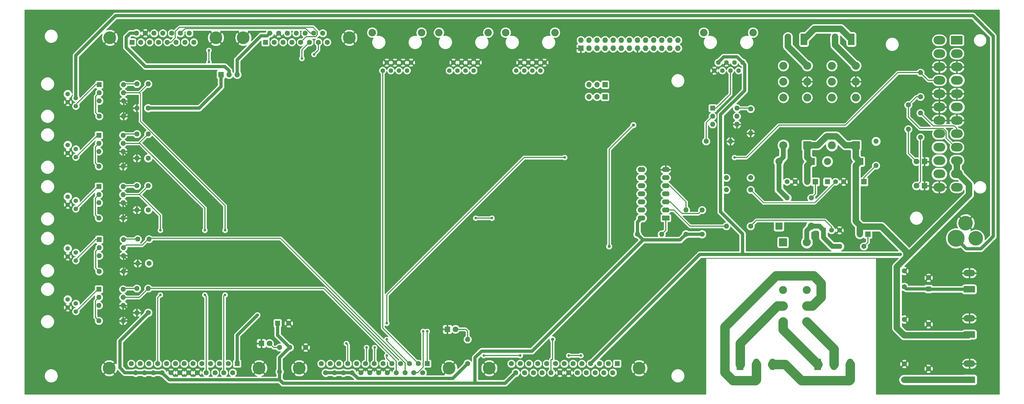
<source format=gbr>
G04 #@! TF.GenerationSoftware,KiCad,Pcbnew,5.1.5-52549c5~86~ubuntu18.04.1*
G04 #@! TF.CreationDate,2020-04-28T19:14:53+01:00*
G04 #@! TF.ProjectId,UnifiedBreakout,556e6966-6965-4644-9272-65616b6f7574,rev?*
G04 #@! TF.SameCoordinates,Original*
G04 #@! TF.FileFunction,Copper,L2,Bot*
G04 #@! TF.FilePolarity,Positive*
%FSLAX46Y46*%
G04 Gerber Fmt 4.6, Leading zero omitted, Abs format (unit mm)*
G04 Created by KiCad (PCBNEW 5.1.5-52549c5~86~ubuntu18.04.1) date 2020-04-28 19:14:53*
%MOMM*%
%LPD*%
G04 APERTURE LIST*
%ADD10R,1.600000X1.600000*%
%ADD11C,1.600000*%
%ADD12C,4.000000*%
%ADD13C,2.355000*%
%ADD14C,1.446000*%
%ADD15O,1.600000X1.600000*%
%ADD16O,1.727200X1.727200*%
%ADD17R,1.727200X1.727200*%
%ADD18C,4.575000*%
%ADD19C,5.340000*%
%ADD20C,1.400000*%
%ADD21O,2.080000X3.600000*%
%ADD22C,0.100000*%
%ADD23O,3.700000X2.700000*%
%ADD24O,2.400000X1.600000*%
%ADD25R,2.400000X1.600000*%
%ADD26O,2.500000X2.500000*%
%ADD27R,2.500000X2.500000*%
%ADD28R,1.500000X1.500000*%
%ADD29C,1.500000*%
%ADD30O,1.700000X1.700000*%
%ADD31R,1.700000X1.700000*%
%ADD32O,3.600000X2.080000*%
%ADD33O,2.200000X2.200000*%
%ADD34R,2.200000X2.200000*%
%ADD35C,1.800000*%
%ADD36R,1.800000X1.800000*%
%ADD37C,1.000000*%
%ADD38C,0.800000*%
%ADD39C,0.500000*%
%ADD40C,2.000000*%
%ADD41C,1.000000*%
%ADD42C,0.300000*%
%ADD43C,1.500000*%
%ADD44C,0.250000*%
%ADD45C,0.350000*%
%ADD46C,3.000000*%
%ADD47C,0.254000*%
G04 APERTURE END LIST*
D10*
X59690000Y-116205000D03*
D11*
X62460000Y-116205000D03*
X65230000Y-116205000D03*
X68000000Y-116205000D03*
X70770000Y-116205000D03*
X73540000Y-116205000D03*
X76310000Y-116205000D03*
X79080000Y-116205000D03*
X61075000Y-113365000D03*
X63845000Y-113365000D03*
X66615000Y-113365000D03*
X69385000Y-113365000D03*
X72155000Y-113365000D03*
X74925000Y-113365000D03*
X77695000Y-113365000D03*
D12*
X86035000Y-114785000D03*
X52735000Y-114785000D03*
D10*
X17780000Y-116205000D03*
D11*
X20550000Y-116205000D03*
X23320000Y-116205000D03*
X26090000Y-116205000D03*
X28860000Y-116205000D03*
X31630000Y-116205000D03*
X34400000Y-116205000D03*
X37170000Y-116205000D03*
X19165000Y-113365000D03*
X21935000Y-113365000D03*
X24705000Y-113365000D03*
X27475000Y-113365000D03*
X30245000Y-113365000D03*
X33015000Y-113365000D03*
X35785000Y-113365000D03*
D12*
X44125000Y-114785000D03*
X10825000Y-114785000D03*
D13*
X212850000Y-113155000D03*
X197360000Y-113155000D03*
D14*
X200660000Y-125095000D03*
X201930000Y-122555000D03*
X203200000Y-125095000D03*
X204470000Y-122555000D03*
X205740000Y-125095000D03*
X207010000Y-122555000D03*
X208280000Y-125095000D03*
X209550000Y-122555000D03*
D15*
X15113000Y-139446000D03*
D11*
X7493000Y-139446000D03*
D15*
X14986000Y-171450000D03*
D11*
X7366000Y-171450000D03*
D15*
X15113000Y-188214000D03*
D11*
X7493000Y-188214000D03*
D15*
X14986000Y-155194000D03*
D11*
X7366000Y-155194000D03*
D15*
X23114000Y-178054000D03*
D11*
X23114000Y-185674000D03*
D15*
X22860000Y-193548000D03*
D11*
X22860000Y-201168000D03*
D15*
X22860000Y-161290000D03*
D11*
X22860000Y-168910000D03*
D15*
X22860000Y-145034000D03*
D11*
X22860000Y-152654000D03*
D15*
X22860000Y-129286000D03*
D11*
X22860000Y-136906000D03*
D15*
X191770000Y-168910000D03*
D11*
X191770000Y-176530000D03*
D15*
X196850000Y-168910000D03*
D11*
X196850000Y-176530000D03*
D15*
X184150000Y-176530000D03*
D11*
X176530000Y-176530000D03*
D15*
X19558000Y-185674000D03*
D11*
X19558000Y-178054000D03*
D15*
X19304000Y-201168000D03*
D11*
X19304000Y-193548000D03*
D15*
X14986000Y-203708000D03*
D11*
X7366000Y-203708000D03*
D15*
X19304000Y-168910000D03*
D11*
X19304000Y-161290000D03*
D15*
X19304000Y-152654000D03*
D11*
X19304000Y-145034000D03*
D15*
X19304000Y-136906000D03*
D11*
X19304000Y-129286000D03*
D15*
X223520000Y-165100000D03*
D11*
X231140000Y-165100000D03*
D15*
X204470000Y-158750000D03*
D11*
X212090000Y-158750000D03*
D15*
X251460000Y-147320000D03*
D11*
X251460000Y-154940000D03*
D15*
X204470000Y-162560000D03*
D11*
X212090000Y-162560000D03*
D15*
X240030000Y-180340000D03*
D11*
X247650000Y-180340000D03*
D15*
X204470000Y-173990000D03*
D11*
X212090000Y-173990000D03*
D15*
X205740000Y-147320000D03*
D11*
X198120000Y-147320000D03*
D15*
X212090000Y-144780000D03*
D11*
X212090000Y-137160000D03*
D15*
X261620000Y-143510000D03*
D11*
X261620000Y-135890000D03*
D15*
X265430000Y-138430000D03*
D11*
X265430000Y-146050000D03*
D15*
X123190000Y-209550000D03*
D11*
X123190000Y-217170000D03*
D15*
X64135000Y-219710000D03*
D11*
X64135000Y-212090000D03*
D15*
X265430000Y-125730000D03*
D11*
X265430000Y-133350000D03*
X72310000Y-212090000D03*
X67310000Y-212090000D03*
X260350000Y-203280000D03*
X260350000Y-208280000D03*
X260350000Y-188040000D03*
X260350000Y-193040000D03*
X260350000Y-217250000D03*
X260350000Y-222250000D03*
D12*
X177110000Y-218590000D03*
X130010000Y-218590000D03*
D11*
X138325000Y-220010000D03*
X141095000Y-220010000D03*
X143865000Y-220010000D03*
X146635000Y-220010000D03*
X149405000Y-220010000D03*
X152175000Y-220010000D03*
X154945000Y-220010000D03*
X157715000Y-220010000D03*
X160485000Y-220010000D03*
X163255000Y-220010000D03*
X166025000Y-220010000D03*
X168795000Y-220010000D03*
X136940000Y-217170000D03*
X139710000Y-217170000D03*
X142480000Y-217170000D03*
X145250000Y-217170000D03*
X148020000Y-217170000D03*
X150790000Y-217170000D03*
X153560000Y-217170000D03*
X156330000Y-217170000D03*
X159100000Y-217170000D03*
X161870000Y-217170000D03*
X164640000Y-217170000D03*
X167410000Y-217170000D03*
D10*
X170180000Y-217170000D03*
D12*
X117420000Y-218590000D03*
X70320000Y-218590000D03*
D11*
X78635000Y-220010000D03*
X81405000Y-220010000D03*
X84175000Y-220010000D03*
X86945000Y-220010000D03*
X89715000Y-220010000D03*
X92485000Y-220010000D03*
X95255000Y-220010000D03*
X98025000Y-220010000D03*
X100795000Y-220010000D03*
X103565000Y-220010000D03*
X106335000Y-220010000D03*
X109105000Y-220010000D03*
X77250000Y-217170000D03*
X80020000Y-217170000D03*
X82790000Y-217170000D03*
X85560000Y-217170000D03*
X88330000Y-217170000D03*
X91100000Y-217170000D03*
X93870000Y-217170000D03*
X96640000Y-217170000D03*
X99410000Y-217170000D03*
X102180000Y-217170000D03*
X104950000Y-217170000D03*
X107720000Y-217170000D03*
D10*
X110490000Y-217170000D03*
D16*
X189230000Y-115570000D03*
X189230000Y-118110000D03*
X186690000Y-115570000D03*
X186690000Y-118110000D03*
X184150000Y-115570000D03*
X184150000Y-118110000D03*
X181610000Y-115570000D03*
X181610000Y-118110000D03*
X179070000Y-115570000D03*
X179070000Y-118110000D03*
X176530000Y-115570000D03*
X176530000Y-118110000D03*
X173990000Y-115570000D03*
X173990000Y-118110000D03*
X171450000Y-115570000D03*
X171450000Y-118110000D03*
X168910000Y-115570000D03*
X168910000Y-118110000D03*
X166370000Y-115570000D03*
X166370000Y-118110000D03*
X163830000Y-115570000D03*
X163830000Y-118110000D03*
X161290000Y-115570000D03*
X161290000Y-118110000D03*
X158750000Y-115570000D03*
D17*
X158750000Y-118110000D03*
D11*
X67000000Y-204470000D03*
D10*
X63500000Y-204470000D03*
D11*
X267970000Y-204780000D03*
D10*
X267970000Y-208280000D03*
D11*
X267970000Y-190175000D03*
D10*
X267970000Y-193675000D03*
D11*
X267970000Y-218750000D03*
D10*
X267970000Y-222250000D03*
D18*
X282856000Y-177800000D03*
X279606000Y-173000000D03*
D19*
X276606000Y-177800000D03*
D20*
X127000Y-184785000D03*
X-2413000Y-183515000D03*
X127000Y-182245000D03*
X-2413000Y-180975000D03*
X127000Y-200787000D03*
X-2413000Y-199517000D03*
X127000Y-198247000D03*
X-2413000Y-196977000D03*
X127000Y-168529000D03*
X-2413000Y-167259000D03*
X127000Y-165989000D03*
X-2413000Y-164719000D03*
X127000Y-152273000D03*
X-2413000Y-151003000D03*
X127000Y-149733000D03*
X-2413000Y-148463000D03*
X127000Y-136271000D03*
X-2413000Y-135001000D03*
X127000Y-133731000D03*
X-2413000Y-132461000D03*
D14*
X105410000Y-122555000D03*
X104140000Y-125095000D03*
X102870000Y-122555000D03*
X101600000Y-125095000D03*
X100330000Y-122555000D03*
X99060000Y-125095000D03*
X97790000Y-122555000D03*
X96520000Y-125095000D03*
D13*
X93220000Y-113155000D03*
X108710000Y-113155000D03*
D14*
X126365000Y-122555000D03*
X125095000Y-125095000D03*
X123825000Y-122555000D03*
X122555000Y-125095000D03*
X121285000Y-122555000D03*
X120015000Y-125095000D03*
X118745000Y-122555000D03*
X117475000Y-125095000D03*
D13*
X114175000Y-113155000D03*
X129665000Y-113155000D03*
D14*
X147320000Y-122555000D03*
X146050000Y-125095000D03*
X144780000Y-122555000D03*
X143510000Y-125095000D03*
X142240000Y-122555000D03*
X140970000Y-125095000D03*
X139700000Y-122555000D03*
X138430000Y-125095000D03*
D13*
X135130000Y-113155000D03*
X150620000Y-113155000D03*
D21*
X218948000Y-217424000D03*
X213868000Y-217424000D03*
G04 #@! TA.AperFunction,ComponentPad*
D22*
G36*
X209602505Y-215625204D02*
G01*
X209626773Y-215628804D01*
X209650572Y-215634765D01*
X209673671Y-215643030D01*
X209695850Y-215653520D01*
X209716893Y-215666132D01*
X209736599Y-215680747D01*
X209754777Y-215697223D01*
X209771253Y-215715401D01*
X209785868Y-215735107D01*
X209798480Y-215756150D01*
X209808970Y-215778329D01*
X209817235Y-215801428D01*
X209823196Y-215825227D01*
X209826796Y-215849495D01*
X209828000Y-215873999D01*
X209828000Y-218974001D01*
X209826796Y-218998505D01*
X209823196Y-219022773D01*
X209817235Y-219046572D01*
X209808970Y-219069671D01*
X209798480Y-219091850D01*
X209785868Y-219112893D01*
X209771253Y-219132599D01*
X209754777Y-219150777D01*
X209736599Y-219167253D01*
X209716893Y-219181868D01*
X209695850Y-219194480D01*
X209673671Y-219204970D01*
X209650572Y-219213235D01*
X209626773Y-219219196D01*
X209602505Y-219222796D01*
X209578001Y-219224000D01*
X207997999Y-219224000D01*
X207973495Y-219222796D01*
X207949227Y-219219196D01*
X207925428Y-219213235D01*
X207902329Y-219204970D01*
X207880150Y-219194480D01*
X207859107Y-219181868D01*
X207839401Y-219167253D01*
X207821223Y-219150777D01*
X207804747Y-219132599D01*
X207790132Y-219112893D01*
X207777520Y-219091850D01*
X207767030Y-219069671D01*
X207758765Y-219046572D01*
X207752804Y-219022773D01*
X207749204Y-218998505D01*
X207748000Y-218974001D01*
X207748000Y-215873999D01*
X207749204Y-215849495D01*
X207752804Y-215825227D01*
X207758765Y-215801428D01*
X207767030Y-215778329D01*
X207777520Y-215756150D01*
X207790132Y-215735107D01*
X207804747Y-215715401D01*
X207821223Y-215697223D01*
X207839401Y-215680747D01*
X207859107Y-215666132D01*
X207880150Y-215653520D01*
X207902329Y-215643030D01*
X207925428Y-215634765D01*
X207949227Y-215628804D01*
X207973495Y-215625204D01*
X207997999Y-215624000D01*
X209578001Y-215624000D01*
X209602505Y-215625204D01*
G37*
G04 #@! TD.AperFunction*
D21*
X243332000Y-217424000D03*
X238252000Y-217424000D03*
G04 #@! TA.AperFunction,ComponentPad*
D22*
G36*
X233986505Y-215625204D02*
G01*
X234010773Y-215628804D01*
X234034572Y-215634765D01*
X234057671Y-215643030D01*
X234079850Y-215653520D01*
X234100893Y-215666132D01*
X234120599Y-215680747D01*
X234138777Y-215697223D01*
X234155253Y-215715401D01*
X234169868Y-215735107D01*
X234182480Y-215756150D01*
X234192970Y-215778329D01*
X234201235Y-215801428D01*
X234207196Y-215825227D01*
X234210796Y-215849495D01*
X234212000Y-215873999D01*
X234212000Y-218974001D01*
X234210796Y-218998505D01*
X234207196Y-219022773D01*
X234201235Y-219046572D01*
X234192970Y-219069671D01*
X234182480Y-219091850D01*
X234169868Y-219112893D01*
X234155253Y-219132599D01*
X234138777Y-219150777D01*
X234120599Y-219167253D01*
X234100893Y-219181868D01*
X234079850Y-219194480D01*
X234057671Y-219204970D01*
X234034572Y-219213235D01*
X234010773Y-219219196D01*
X233986505Y-219222796D01*
X233962001Y-219224000D01*
X232381999Y-219224000D01*
X232357495Y-219222796D01*
X232333227Y-219219196D01*
X232309428Y-219213235D01*
X232286329Y-219204970D01*
X232264150Y-219194480D01*
X232243107Y-219181868D01*
X232223401Y-219167253D01*
X232205223Y-219150777D01*
X232188747Y-219132599D01*
X232174132Y-219112893D01*
X232161520Y-219091850D01*
X232151030Y-219069671D01*
X232142765Y-219046572D01*
X232136804Y-219022773D01*
X232133204Y-218998505D01*
X232132000Y-218974001D01*
X232132000Y-215873999D01*
X232133204Y-215849495D01*
X232136804Y-215825227D01*
X232142765Y-215801428D01*
X232151030Y-215778329D01*
X232161520Y-215756150D01*
X232174132Y-215735107D01*
X232188747Y-215715401D01*
X232205223Y-215697223D01*
X232223401Y-215680747D01*
X232243107Y-215666132D01*
X232264150Y-215653520D01*
X232286329Y-215643030D01*
X232309428Y-215634765D01*
X232333227Y-215628804D01*
X232357495Y-215625204D01*
X232381999Y-215624000D01*
X233962001Y-215624000D01*
X233986505Y-215625204D01*
G37*
G04 #@! TD.AperFunction*
D21*
X223774000Y-115316000D03*
G04 #@! TA.AperFunction,ComponentPad*
D22*
G36*
X229668505Y-113517204D02*
G01*
X229692773Y-113520804D01*
X229716572Y-113526765D01*
X229739671Y-113535030D01*
X229761850Y-113545520D01*
X229782893Y-113558132D01*
X229802599Y-113572747D01*
X229820777Y-113589223D01*
X229837253Y-113607401D01*
X229851868Y-113627107D01*
X229864480Y-113648150D01*
X229874970Y-113670329D01*
X229883235Y-113693428D01*
X229889196Y-113717227D01*
X229892796Y-113741495D01*
X229894000Y-113765999D01*
X229894000Y-116866001D01*
X229892796Y-116890505D01*
X229889196Y-116914773D01*
X229883235Y-116938572D01*
X229874970Y-116961671D01*
X229864480Y-116983850D01*
X229851868Y-117004893D01*
X229837253Y-117024599D01*
X229820777Y-117042777D01*
X229802599Y-117059253D01*
X229782893Y-117073868D01*
X229761850Y-117086480D01*
X229739671Y-117096970D01*
X229716572Y-117105235D01*
X229692773Y-117111196D01*
X229668505Y-117114796D01*
X229644001Y-117116000D01*
X228063999Y-117116000D01*
X228039495Y-117114796D01*
X228015227Y-117111196D01*
X227991428Y-117105235D01*
X227968329Y-117096970D01*
X227946150Y-117086480D01*
X227925107Y-117073868D01*
X227905401Y-117059253D01*
X227887223Y-117042777D01*
X227870747Y-117024599D01*
X227856132Y-117004893D01*
X227843520Y-116983850D01*
X227833030Y-116961671D01*
X227824765Y-116938572D01*
X227818804Y-116914773D01*
X227815204Y-116890505D01*
X227814000Y-116866001D01*
X227814000Y-113765999D01*
X227815204Y-113741495D01*
X227818804Y-113717227D01*
X227824765Y-113693428D01*
X227833030Y-113670329D01*
X227843520Y-113648150D01*
X227856132Y-113627107D01*
X227870747Y-113607401D01*
X227887223Y-113589223D01*
X227905401Y-113572747D01*
X227925107Y-113558132D01*
X227946150Y-113545520D01*
X227968329Y-113535030D01*
X227991428Y-113526765D01*
X228015227Y-113520804D01*
X228039495Y-113517204D01*
X228063999Y-113516000D01*
X229644001Y-113516000D01*
X229668505Y-113517204D01*
G37*
G04 #@! TD.AperFunction*
D21*
X238633000Y-115316000D03*
G04 #@! TA.AperFunction,ComponentPad*
D22*
G36*
X244527505Y-113517204D02*
G01*
X244551773Y-113520804D01*
X244575572Y-113526765D01*
X244598671Y-113535030D01*
X244620850Y-113545520D01*
X244641893Y-113558132D01*
X244661599Y-113572747D01*
X244679777Y-113589223D01*
X244696253Y-113607401D01*
X244710868Y-113627107D01*
X244723480Y-113648150D01*
X244733970Y-113670329D01*
X244742235Y-113693428D01*
X244748196Y-113717227D01*
X244751796Y-113741495D01*
X244753000Y-113765999D01*
X244753000Y-116866001D01*
X244751796Y-116890505D01*
X244748196Y-116914773D01*
X244742235Y-116938572D01*
X244733970Y-116961671D01*
X244723480Y-116983850D01*
X244710868Y-117004893D01*
X244696253Y-117024599D01*
X244679777Y-117042777D01*
X244661599Y-117059253D01*
X244641893Y-117073868D01*
X244620850Y-117086480D01*
X244598671Y-117096970D01*
X244575572Y-117105235D01*
X244551773Y-117111196D01*
X244527505Y-117114796D01*
X244503001Y-117116000D01*
X242922999Y-117116000D01*
X242898495Y-117114796D01*
X242874227Y-117111196D01*
X242850428Y-117105235D01*
X242827329Y-117096970D01*
X242805150Y-117086480D01*
X242784107Y-117073868D01*
X242764401Y-117059253D01*
X242746223Y-117042777D01*
X242729747Y-117024599D01*
X242715132Y-117004893D01*
X242702520Y-116983850D01*
X242692030Y-116961671D01*
X242683765Y-116938572D01*
X242677804Y-116914773D01*
X242674204Y-116890505D01*
X242673000Y-116866001D01*
X242673000Y-113765999D01*
X242674204Y-113741495D01*
X242677804Y-113717227D01*
X242683765Y-113693428D01*
X242692030Y-113670329D01*
X242702520Y-113648150D01*
X242715132Y-113627107D01*
X242729747Y-113607401D01*
X242746223Y-113589223D01*
X242764401Y-113572747D01*
X242784107Y-113558132D01*
X242805150Y-113545520D01*
X242827329Y-113535030D01*
X242850428Y-113526765D01*
X242874227Y-113520804D01*
X242898495Y-113517204D01*
X242922999Y-113516000D01*
X244503001Y-113516000D01*
X244527505Y-113517204D01*
G37*
G04 #@! TD.AperFunction*
D23*
X271360000Y-161770000D03*
X271360000Y-157570000D03*
X271360000Y-153370000D03*
X271360000Y-149170000D03*
X271360000Y-144970000D03*
X271360000Y-140770000D03*
X271360000Y-136570000D03*
X271360000Y-132370000D03*
X271360000Y-128170000D03*
X271360000Y-123970000D03*
X271360000Y-119770000D03*
X271360000Y-115570000D03*
X276860000Y-161770000D03*
X276860000Y-157570000D03*
X276860000Y-153370000D03*
X276860000Y-149170000D03*
X276860000Y-144970000D03*
X276860000Y-140770000D03*
X276860000Y-136570000D03*
X276860000Y-132370000D03*
X276860000Y-128170000D03*
X276860000Y-123970000D03*
X276860000Y-119770000D03*
G04 #@! TA.AperFunction,ComponentPad*
D22*
G36*
X278484503Y-114221204D02*
G01*
X278508772Y-114224804D01*
X278532570Y-114230765D01*
X278555670Y-114239030D01*
X278577849Y-114249520D01*
X278598892Y-114262133D01*
X278618598Y-114276748D01*
X278636776Y-114293224D01*
X278653252Y-114311402D01*
X278667867Y-114331108D01*
X278680480Y-114352151D01*
X278690970Y-114374330D01*
X278699235Y-114397430D01*
X278705196Y-114421228D01*
X278708796Y-114445497D01*
X278710000Y-114470001D01*
X278710000Y-116669999D01*
X278708796Y-116694503D01*
X278705196Y-116718772D01*
X278699235Y-116742570D01*
X278690970Y-116765670D01*
X278680480Y-116787849D01*
X278667867Y-116808892D01*
X278653252Y-116828598D01*
X278636776Y-116846776D01*
X278618598Y-116863252D01*
X278598892Y-116877867D01*
X278577849Y-116890480D01*
X278555670Y-116900970D01*
X278532570Y-116909235D01*
X278508772Y-116915196D01*
X278484503Y-116918796D01*
X278459999Y-116920000D01*
X275260001Y-116920000D01*
X275235497Y-116918796D01*
X275211228Y-116915196D01*
X275187430Y-116909235D01*
X275164330Y-116900970D01*
X275142151Y-116890480D01*
X275121108Y-116877867D01*
X275101402Y-116863252D01*
X275083224Y-116846776D01*
X275066748Y-116828598D01*
X275052133Y-116808892D01*
X275039520Y-116787849D01*
X275029030Y-116765670D01*
X275020765Y-116742570D01*
X275014804Y-116718772D01*
X275011204Y-116694503D01*
X275010000Y-116669999D01*
X275010000Y-114470001D01*
X275011204Y-114445497D01*
X275014804Y-114421228D01*
X275020765Y-114397430D01*
X275029030Y-114374330D01*
X275039520Y-114352151D01*
X275052133Y-114331108D01*
X275066748Y-114311402D01*
X275083224Y-114293224D01*
X275101402Y-114276748D01*
X275121108Y-114262133D01*
X275142151Y-114249520D01*
X275164330Y-114239030D01*
X275187430Y-114230765D01*
X275211228Y-114224804D01*
X275235497Y-114221204D01*
X275260001Y-114220000D01*
X278459999Y-114220000D01*
X278484503Y-114221204D01*
G37*
G04 #@! TD.AperFunction*
D24*
X177800000Y-171450000D03*
X185420000Y-156210000D03*
X177800000Y-168910000D03*
X185420000Y-158750000D03*
X177800000Y-166370000D03*
X185420000Y-161290000D03*
X177800000Y-163830000D03*
X185420000Y-163830000D03*
X177800000Y-161290000D03*
X185420000Y-166370000D03*
X177800000Y-158750000D03*
X185420000Y-168910000D03*
X177800000Y-156210000D03*
D25*
X185420000Y-171450000D03*
D15*
X15113000Y-178181000D03*
X7493000Y-183261000D03*
X15113000Y-180721000D03*
X7493000Y-180721000D03*
X15113000Y-183261000D03*
D10*
X7493000Y-178181000D03*
D15*
X14986000Y-193802000D03*
X7366000Y-198882000D03*
X14986000Y-196342000D03*
X7366000Y-196342000D03*
X14986000Y-198882000D03*
D10*
X7366000Y-193802000D03*
D15*
X14986000Y-161544000D03*
X7366000Y-166624000D03*
X14986000Y-164084000D03*
X7366000Y-164084000D03*
X14986000Y-166624000D03*
D10*
X7366000Y-161544000D03*
D15*
X14986000Y-145415000D03*
X7366000Y-150495000D03*
X14986000Y-147955000D03*
X7366000Y-147955000D03*
X14986000Y-150495000D03*
D10*
X7366000Y-145415000D03*
D15*
X15113000Y-129540000D03*
X7493000Y-134620000D03*
X15113000Y-132080000D03*
X7493000Y-132080000D03*
X15113000Y-134620000D03*
D10*
X7493000Y-129540000D03*
D15*
X207772000Y-136906000D03*
X200152000Y-141986000D03*
X207772000Y-139446000D03*
X200152000Y-139446000D03*
X207772000Y-141986000D03*
D10*
X200152000Y-136906000D03*
D26*
X222370000Y-148590000D03*
X222370000Y-133590000D03*
X222370000Y-128590000D03*
X222370000Y-123590000D03*
X229870000Y-123590000D03*
X229870000Y-128590000D03*
X229870000Y-133590000D03*
D27*
X229870000Y-148590000D03*
D26*
X237610000Y-148590000D03*
X237610000Y-133590000D03*
X237610000Y-128590000D03*
X237610000Y-123590000D03*
X245110000Y-123590000D03*
X245110000Y-128590000D03*
X245110000Y-133590000D03*
D27*
X245110000Y-148590000D03*
D26*
X229750000Y-179070000D03*
X229750000Y-194070000D03*
X229750000Y-199070000D03*
X229750000Y-204070000D03*
X222250000Y-204070000D03*
X222250000Y-199070000D03*
X222250000Y-194070000D03*
D27*
X222250000Y-179070000D03*
D28*
X220980000Y-160020000D03*
D29*
X226060000Y-160020000D03*
X223520000Y-160020000D03*
D28*
X236220000Y-160020000D03*
D29*
X241300000Y-160020000D03*
X238760000Y-160020000D03*
D28*
X234950000Y-175260000D03*
D29*
X240030000Y-175260000D03*
X237490000Y-175260000D03*
D30*
X161290000Y-133350000D03*
X163830000Y-133350000D03*
D31*
X166370000Y-133350000D03*
D30*
X161290000Y-129540000D03*
X163830000Y-129540000D03*
D31*
X166370000Y-129540000D03*
D30*
X50800000Y-126365000D03*
X48260000Y-126365000D03*
D31*
X45720000Y-126365000D03*
D12*
X57730000Y-218590000D03*
X10630000Y-218590000D03*
D11*
X18945000Y-220010000D03*
X21715000Y-220010000D03*
X24485000Y-220010000D03*
X27255000Y-220010000D03*
X30025000Y-220010000D03*
X32795000Y-220010000D03*
X35565000Y-220010000D03*
X38335000Y-220010000D03*
X41105000Y-220010000D03*
X43875000Y-220010000D03*
X46645000Y-220010000D03*
X49415000Y-220010000D03*
X17560000Y-217170000D03*
X20330000Y-217170000D03*
X23100000Y-217170000D03*
X25870000Y-217170000D03*
X28640000Y-217170000D03*
X31410000Y-217170000D03*
X34180000Y-217170000D03*
X36950000Y-217170000D03*
X39720000Y-217170000D03*
X42490000Y-217170000D03*
X45260000Y-217170000D03*
X48030000Y-217170000D03*
D10*
X50800000Y-217170000D03*
D32*
X280797000Y-202946000D03*
G04 #@! TA.AperFunction,ComponentPad*
D22*
G36*
X282371505Y-206987204D02*
G01*
X282395773Y-206990804D01*
X282419572Y-206996765D01*
X282442671Y-207005030D01*
X282464850Y-207015520D01*
X282485893Y-207028132D01*
X282505599Y-207042747D01*
X282523777Y-207059223D01*
X282540253Y-207077401D01*
X282554868Y-207097107D01*
X282567480Y-207118150D01*
X282577970Y-207140329D01*
X282586235Y-207163428D01*
X282592196Y-207187227D01*
X282595796Y-207211495D01*
X282597000Y-207235999D01*
X282597000Y-208816001D01*
X282595796Y-208840505D01*
X282592196Y-208864773D01*
X282586235Y-208888572D01*
X282577970Y-208911671D01*
X282567480Y-208933850D01*
X282554868Y-208954893D01*
X282540253Y-208974599D01*
X282523777Y-208992777D01*
X282505599Y-209009253D01*
X282485893Y-209023868D01*
X282464850Y-209036480D01*
X282442671Y-209046970D01*
X282419572Y-209055235D01*
X282395773Y-209061196D01*
X282371505Y-209064796D01*
X282347001Y-209066000D01*
X279246999Y-209066000D01*
X279222495Y-209064796D01*
X279198227Y-209061196D01*
X279174428Y-209055235D01*
X279151329Y-209046970D01*
X279129150Y-209036480D01*
X279108107Y-209023868D01*
X279088401Y-209009253D01*
X279070223Y-208992777D01*
X279053747Y-208974599D01*
X279039132Y-208954893D01*
X279026520Y-208933850D01*
X279016030Y-208911671D01*
X279007765Y-208888572D01*
X279001804Y-208864773D01*
X278998204Y-208840505D01*
X278997000Y-208816001D01*
X278997000Y-207235999D01*
X278998204Y-207211495D01*
X279001804Y-207187227D01*
X279007765Y-207163428D01*
X279016030Y-207140329D01*
X279026520Y-207118150D01*
X279039132Y-207097107D01*
X279053747Y-207077401D01*
X279070223Y-207059223D01*
X279088401Y-207042747D01*
X279108107Y-207028132D01*
X279129150Y-207015520D01*
X279151329Y-207005030D01*
X279174428Y-206996765D01*
X279198227Y-206990804D01*
X279222495Y-206987204D01*
X279246999Y-206986000D01*
X282347001Y-206986000D01*
X282371505Y-206987204D01*
G37*
G04 #@! TD.AperFunction*
D32*
X280797000Y-188722000D03*
G04 #@! TA.AperFunction,ComponentPad*
D22*
G36*
X282371505Y-192763204D02*
G01*
X282395773Y-192766804D01*
X282419572Y-192772765D01*
X282442671Y-192781030D01*
X282464850Y-192791520D01*
X282485893Y-192804132D01*
X282505599Y-192818747D01*
X282523777Y-192835223D01*
X282540253Y-192853401D01*
X282554868Y-192873107D01*
X282567480Y-192894150D01*
X282577970Y-192916329D01*
X282586235Y-192939428D01*
X282592196Y-192963227D01*
X282595796Y-192987495D01*
X282597000Y-193011999D01*
X282597000Y-194592001D01*
X282595796Y-194616505D01*
X282592196Y-194640773D01*
X282586235Y-194664572D01*
X282577970Y-194687671D01*
X282567480Y-194709850D01*
X282554868Y-194730893D01*
X282540253Y-194750599D01*
X282523777Y-194768777D01*
X282505599Y-194785253D01*
X282485893Y-194799868D01*
X282464850Y-194812480D01*
X282442671Y-194822970D01*
X282419572Y-194831235D01*
X282395773Y-194837196D01*
X282371505Y-194840796D01*
X282347001Y-194842000D01*
X279246999Y-194842000D01*
X279222495Y-194840796D01*
X279198227Y-194837196D01*
X279174428Y-194831235D01*
X279151329Y-194822970D01*
X279129150Y-194812480D01*
X279108107Y-194799868D01*
X279088401Y-194785253D01*
X279070223Y-194768777D01*
X279053747Y-194750599D01*
X279039132Y-194730893D01*
X279026520Y-194709850D01*
X279016030Y-194687671D01*
X279007765Y-194664572D01*
X279001804Y-194640773D01*
X278998204Y-194616505D01*
X278997000Y-194592001D01*
X278997000Y-193011999D01*
X278998204Y-192987495D01*
X279001804Y-192963227D01*
X279007765Y-192939428D01*
X279016030Y-192916329D01*
X279026520Y-192894150D01*
X279039132Y-192873107D01*
X279053747Y-192853401D01*
X279070223Y-192835223D01*
X279088401Y-192818747D01*
X279108107Y-192804132D01*
X279129150Y-192791520D01*
X279151329Y-192781030D01*
X279174428Y-192772765D01*
X279198227Y-192766804D01*
X279222495Y-192763204D01*
X279246999Y-192762000D01*
X282347001Y-192762000D01*
X282371505Y-192763204D01*
G37*
G04 #@! TD.AperFunction*
D32*
X280797000Y-217170000D03*
G04 #@! TA.AperFunction,ComponentPad*
D22*
G36*
X282371505Y-221211204D02*
G01*
X282395773Y-221214804D01*
X282419572Y-221220765D01*
X282442671Y-221229030D01*
X282464850Y-221239520D01*
X282485893Y-221252132D01*
X282505599Y-221266747D01*
X282523777Y-221283223D01*
X282540253Y-221301401D01*
X282554868Y-221321107D01*
X282567480Y-221342150D01*
X282577970Y-221364329D01*
X282586235Y-221387428D01*
X282592196Y-221411227D01*
X282595796Y-221435495D01*
X282597000Y-221459999D01*
X282597000Y-223040001D01*
X282595796Y-223064505D01*
X282592196Y-223088773D01*
X282586235Y-223112572D01*
X282577970Y-223135671D01*
X282567480Y-223157850D01*
X282554868Y-223178893D01*
X282540253Y-223198599D01*
X282523777Y-223216777D01*
X282505599Y-223233253D01*
X282485893Y-223247868D01*
X282464850Y-223260480D01*
X282442671Y-223270970D01*
X282419572Y-223279235D01*
X282395773Y-223285196D01*
X282371505Y-223288796D01*
X282347001Y-223290000D01*
X279246999Y-223290000D01*
X279222495Y-223288796D01*
X279198227Y-223285196D01*
X279174428Y-223279235D01*
X279151329Y-223270970D01*
X279129150Y-223260480D01*
X279108107Y-223247868D01*
X279088401Y-223233253D01*
X279070223Y-223216777D01*
X279053747Y-223198599D01*
X279039132Y-223178893D01*
X279026520Y-223157850D01*
X279016030Y-223135671D01*
X279007765Y-223112572D01*
X279001804Y-223088773D01*
X278998204Y-223064505D01*
X278997000Y-223040001D01*
X278997000Y-221459999D01*
X278998204Y-221435495D01*
X279001804Y-221411227D01*
X279007765Y-221387428D01*
X279016030Y-221364329D01*
X279026520Y-221342150D01*
X279039132Y-221321107D01*
X279053747Y-221301401D01*
X279070223Y-221283223D01*
X279088401Y-221266747D01*
X279108107Y-221252132D01*
X279129150Y-221239520D01*
X279151329Y-221229030D01*
X279174428Y-221220765D01*
X279198227Y-221214804D01*
X279222495Y-221211204D01*
X279246999Y-221210000D01*
X282347001Y-221210000D01*
X282371505Y-221211204D01*
G37*
G04 #@! TD.AperFunction*
D33*
X220980000Y-153670000D03*
D34*
X231140000Y-153670000D03*
D35*
X229870000Y-160020000D03*
D36*
X232410000Y-160020000D03*
D33*
X236220000Y-153670000D03*
D34*
X246380000Y-153670000D03*
D35*
X245110000Y-160020000D03*
D36*
X247650000Y-160020000D03*
D33*
X231140000Y-173990000D03*
D34*
X220980000Y-173990000D03*
D35*
X246380000Y-176530000D03*
D36*
X248920000Y-176530000D03*
D35*
X264160000Y-153670000D03*
D36*
X266700000Y-153670000D03*
D35*
X264160000Y-161290000D03*
D36*
X266700000Y-161290000D03*
D35*
X119380000Y-206375000D03*
D36*
X116840000Y-206375000D03*
D35*
X60960000Y-210820000D03*
D36*
X58420000Y-210820000D03*
D37*
X259080000Y-182880000D03*
D38*
X153670000Y-152400000D03*
X97790000Y-204470000D03*
X97790000Y-209550000D03*
X207010000Y-152400000D03*
X109220000Y-207010000D03*
X130810000Y-171450000D03*
X125730000Y-171450000D03*
X85090000Y-210820000D03*
X91440000Y-212090000D03*
X93980000Y-212090000D03*
X97790000Y-214630000D03*
X128270000Y-214630000D03*
X139700000Y-214630000D03*
X154940000Y-214630000D03*
X158750000Y-214630000D03*
X110490000Y-207010000D03*
X40640000Y-195580000D03*
X40640000Y-175260000D03*
X46990000Y-195580000D03*
X46990000Y-175260000D03*
X71120000Y-121285000D03*
X41910000Y-118745000D03*
X41910000Y-122425000D03*
X26670000Y-195580000D03*
X26670000Y-175260000D03*
D37*
X57150000Y-201930000D03*
D38*
X74930000Y-120015000D03*
D37*
X175260000Y-142240000D03*
X167640000Y-180340000D03*
X149860000Y-209550000D03*
D39*
X17399000Y-136906000D02*
X15113000Y-134620000D01*
X19304000Y-136906000D02*
X17399000Y-136906000D01*
X17145000Y-152654000D02*
X14986000Y-150495000D01*
X19304000Y-152654000D02*
X17145000Y-152654000D01*
X17272000Y-168910000D02*
X14986000Y-166624000D01*
X19304000Y-168910000D02*
X17272000Y-168910000D01*
X17526000Y-185674000D02*
X15113000Y-183261000D01*
X19558000Y-185674000D02*
X17526000Y-185674000D01*
X17272000Y-201168000D02*
X14986000Y-198882000D01*
X19304000Y-201168000D02*
X17272000Y-201168000D01*
X17526000Y-201168000D02*
X14986000Y-203708000D01*
X19304000Y-201168000D02*
X17526000Y-201168000D01*
X17653000Y-185674000D02*
X15113000Y-188214000D01*
X19558000Y-185674000D02*
X17653000Y-185674000D01*
X17526000Y-168910000D02*
X14986000Y-171450000D01*
X19304000Y-168910000D02*
X17526000Y-168910000D01*
X17526000Y-152654000D02*
X14986000Y-155194000D01*
X19304000Y-152654000D02*
X17526000Y-152654000D01*
X17653000Y-136906000D02*
X15113000Y-139446000D01*
X19304000Y-136906000D02*
X17653000Y-136906000D01*
D40*
X280797000Y-222250000D02*
X267970000Y-222250000D01*
X267970000Y-222250000D02*
X260350000Y-222250000D01*
D41*
X268097000Y-193802000D02*
X267970000Y-193675000D01*
X280797000Y-193802000D02*
X268097000Y-193802000D01*
X260985000Y-193675000D02*
X260350000Y-193040000D01*
X267970000Y-193675000D02*
X260985000Y-193675000D01*
X161870000Y-217170000D02*
X196160000Y-182880000D01*
X215900000Y-182880000D02*
X259080000Y-182880000D01*
X281940000Y-107889999D02*
X288290000Y-114300000D01*
X12644999Y-107889999D02*
X281940000Y-107889999D01*
X127000Y-133731000D02*
X127000Y-120407998D01*
X127000Y-120407998D02*
X12644999Y-107889999D01*
X279275999Y-180469999D02*
X276606000Y-177800000D01*
X279893501Y-181087501D02*
X279275999Y-180469999D01*
X284434001Y-181087501D02*
X279893501Y-181087501D01*
X288290000Y-177231502D02*
X284434001Y-181087501D01*
X288290000Y-114300000D02*
X288290000Y-177231502D01*
X215596705Y-182880000D02*
X215900000Y-182880000D01*
X196160000Y-182880000D02*
X209550000Y-182880000D01*
X209550000Y-182880000D02*
X215900000Y-182880000D01*
X209550000Y-176405998D02*
X209550000Y-182880000D01*
X202669999Y-169525997D02*
X209550000Y-176405998D01*
X202669999Y-138960001D02*
X202669999Y-169525997D01*
X210272999Y-131357001D02*
X202669999Y-138960001D01*
X210272999Y-123277999D02*
X209550000Y-122555000D01*
X210272999Y-131357001D02*
X210272999Y-123277999D01*
X202652999Y-121832001D02*
X201930000Y-122555000D01*
X207826999Y-120831999D02*
X203653001Y-120831999D01*
X203653001Y-120831999D02*
X202652999Y-121832001D01*
X209550000Y-122555000D02*
X207826999Y-120831999D01*
D40*
X259550001Y-207480001D02*
X260350000Y-208280000D01*
X258049999Y-205979999D02*
X259550001Y-207480001D01*
X258049999Y-186738442D02*
X258049999Y-205979999D01*
X280710000Y-160920000D02*
X280710000Y-164078441D01*
X277360000Y-157570000D02*
X280710000Y-160920000D01*
X280710000Y-164078441D02*
X258049999Y-186738442D01*
X276860000Y-157570000D02*
X277360000Y-157570000D01*
X260350000Y-208280000D02*
X267970000Y-208280000D01*
X280543000Y-208280000D02*
X280797000Y-208026000D01*
X267970000Y-208280000D02*
X280543000Y-208280000D01*
X276860000Y-157570000D02*
X276860000Y-153370000D01*
X246380000Y-175257208D02*
X246380000Y-176530000D01*
X246380000Y-174569998D02*
X246380000Y-175257208D01*
X246819999Y-174129999D02*
X246380000Y-174569998D01*
X253158440Y-174129999D02*
X246819999Y-174129999D01*
X261080010Y-182051569D02*
X253158440Y-174129999D01*
X261080010Y-183708431D02*
X261080010Y-182051569D01*
X258049999Y-186738442D02*
X261080010Y-183708431D01*
X245110000Y-172420000D02*
X246819999Y-174129999D01*
X245110000Y-160020000D02*
X245110000Y-172420000D01*
X245110000Y-152400000D02*
X246380000Y-153670000D01*
X245110000Y-148590000D02*
X245110000Y-152400000D01*
X245110000Y-154940000D02*
X245110000Y-160020000D01*
X246380000Y-153670000D02*
X245110000Y-154940000D01*
X229870000Y-152400000D02*
X231140000Y-153670000D01*
X229870000Y-148590000D02*
X229870000Y-152400000D01*
X229870000Y-154940000D02*
X229870000Y-160020000D01*
X231140000Y-153670000D02*
X229870000Y-154940000D01*
X241860000Y-148590000D02*
X245110000Y-148590000D01*
X239009999Y-145739999D02*
X241860000Y-148590000D01*
X235970001Y-145739999D02*
X239009999Y-145739999D01*
X233120000Y-148590000D02*
X235970001Y-145739999D01*
X229870000Y-148590000D02*
X233120000Y-148590000D01*
X240412990Y-112015990D02*
X242673000Y-114276000D01*
X242673000Y-114276000D02*
X243713000Y-115316000D01*
X232154010Y-112015990D02*
X240412990Y-112015990D01*
X228854000Y-115316000D02*
X232154010Y-112015990D01*
D41*
X18945000Y-220010000D02*
X21715000Y-220010000D01*
X21715000Y-220010000D02*
X24485000Y-220010000D01*
X24485000Y-220010000D02*
X27255000Y-220010000D01*
X176530000Y-172720000D02*
X177800000Y-171450000D01*
X176530000Y-176530000D02*
X176530000Y-172720000D01*
X178330001Y-178330001D02*
X176530000Y-176530000D01*
X189969999Y-178330001D02*
X178330001Y-178330001D01*
X191770000Y-176530000D02*
X189969999Y-178330001D01*
X196850000Y-176530000D02*
X191770000Y-176530000D01*
X67310000Y-212090000D02*
X63500000Y-208280000D01*
X63500000Y-208280000D02*
X63500000Y-204470000D01*
X29495000Y-222250000D02*
X27255000Y-220010000D01*
X64135000Y-222250000D02*
X29495000Y-222250000D01*
X64135000Y-215265000D02*
X67310000Y-212090000D01*
X64135000Y-222250000D02*
X64135000Y-215265000D01*
X65195011Y-223310011D02*
X64135000Y-222250000D01*
X138325000Y-220010000D02*
X135024989Y-223310011D01*
X143430003Y-213229999D02*
X178330001Y-178330001D01*
X127597999Y-213229999D02*
X143430003Y-213229999D01*
X125520011Y-215307987D02*
X127597999Y-213229999D01*
X125520011Y-223310011D02*
X125520011Y-215307987D01*
X125520011Y-223310011D02*
X65195011Y-223310011D01*
X135024989Y-223310011D02*
X125520011Y-223310011D01*
X13970000Y-210058000D02*
X22860000Y-201168000D01*
X13970000Y-218440000D02*
X13970000Y-210058000D01*
X18945000Y-220010000D02*
X15540000Y-220010000D01*
X15540000Y-220010000D02*
X13970000Y-218440000D01*
X45720000Y-130120000D02*
X45720000Y-128270000D01*
X38934000Y-136906000D02*
X45720000Y-130120000D01*
X22860000Y-136906000D02*
X38934000Y-136906000D01*
X45720000Y-128270000D02*
X45720000Y-126365000D01*
D42*
X62230000Y-212090000D02*
X60960000Y-210820000D01*
X64135000Y-212090000D02*
X62230000Y-212090000D01*
X122555000Y-206375000D02*
X123190000Y-207010000D01*
X119380000Y-206375000D02*
X122555000Y-206375000D01*
X123190000Y-209550000D02*
X123190000Y-207010000D01*
X265430000Y-160020000D02*
X264160000Y-161290000D01*
X265430000Y-146050000D02*
X265430000Y-160020000D01*
X261620000Y-151130000D02*
X264160000Y-153670000D01*
X261620000Y-143510000D02*
X261620000Y-151130000D01*
X248920000Y-179070000D02*
X247650000Y-180340000D01*
X248920000Y-176530000D02*
X248920000Y-179070000D01*
D43*
X229750000Y-175380000D02*
X231140000Y-173990000D01*
X229750000Y-179070000D02*
X229750000Y-175380000D01*
X233680000Y-173990000D02*
X234950000Y-175260000D01*
X231140000Y-173990000D02*
X233680000Y-173990000D01*
X238898630Y-180340000D02*
X240030000Y-180340000D01*
X237780000Y-180340000D02*
X238898630Y-180340000D01*
X234950000Y-177510000D02*
X237780000Y-180340000D01*
X234950000Y-175260000D02*
X234950000Y-177510000D01*
D42*
X247650000Y-158750000D02*
X251460000Y-154940000D01*
X247650000Y-160020000D02*
X247650000Y-158750000D01*
X232410000Y-163830000D02*
X231140000Y-165100000D01*
X232410000Y-160020000D02*
X232410000Y-163830000D01*
D43*
X220980000Y-160020000D02*
X220980000Y-153670000D01*
X222370000Y-152280000D02*
X220980000Y-153670000D01*
X222370000Y-148590000D02*
X222370000Y-152280000D01*
X220980000Y-162560000D02*
X220980000Y-160020000D01*
X223520000Y-165100000D02*
X220980000Y-162560000D01*
D42*
X267870000Y-128170000D02*
X265430000Y-125730000D01*
X271360000Y-128170000D02*
X267870000Y-128170000D01*
X140970000Y-152400000D02*
X97790000Y-195580000D01*
X153670000Y-152400000D02*
X140970000Y-152400000D01*
X97790000Y-195580000D02*
X97790000Y-204470000D01*
X97790000Y-210010000D02*
X97790000Y-209550000D01*
X104950000Y-217170000D02*
X97790000Y-210010000D01*
X241874021Y-142240000D02*
X220980000Y-142240000D01*
X220980000Y-142240000D02*
X210820000Y-152400000D01*
X210820000Y-152400000D02*
X207010000Y-152400000D01*
X258384021Y-125730000D02*
X241874021Y-142240000D01*
X265430000Y-125730000D02*
X258384021Y-125730000D01*
X264160000Y-133350000D02*
X261620000Y-135890000D01*
X265430000Y-133350000D02*
X264160000Y-133350000D01*
X272543456Y-143319990D02*
X265239990Y-143319990D01*
X273510010Y-144286544D02*
X272543456Y-143319990D01*
X273510010Y-146320010D02*
X273510010Y-144286544D01*
X276860000Y-149170000D02*
X276360000Y-149170000D01*
X276360000Y-149170000D02*
X273510010Y-146320010D01*
X261620000Y-139700000D02*
X261620000Y-135890000D01*
X265239990Y-143319990D02*
X261620000Y-139700000D01*
X266229999Y-139229999D02*
X265430000Y-138430000D01*
X269470010Y-142470010D02*
X266229999Y-139229999D01*
X276010010Y-142470010D02*
X269470010Y-142470010D01*
X276860000Y-143320000D02*
X276010010Y-142470010D01*
X276860000Y-144970000D02*
X276860000Y-143320000D01*
X96520000Y-205970000D02*
X96520000Y-125730000D01*
X107720000Y-217170000D02*
X96520000Y-205970000D01*
D41*
X78635000Y-220010000D02*
X81405000Y-220010000D01*
X81405000Y-220010000D02*
X84175000Y-220010000D01*
X84175000Y-220010000D02*
X86945000Y-220010000D01*
X118549999Y-221810001D02*
X88745001Y-221810001D01*
X88745001Y-221810001D02*
X86945000Y-220010000D01*
X123190000Y-217170000D02*
X118549999Y-221810001D01*
D42*
X20066000Y-196342000D02*
X22860000Y-193548000D01*
X14986000Y-196342000D02*
X20066000Y-196342000D01*
X100795000Y-216365000D02*
X100795000Y-220010000D01*
X77978000Y-193548000D02*
X100795000Y-216365000D01*
X22860000Y-193548000D02*
X77978000Y-193548000D01*
X20992999Y-179921001D02*
X23114000Y-177800000D01*
X15912999Y-179921001D02*
X20992999Y-179921001D01*
X15113000Y-180721000D02*
X15912999Y-179921001D01*
X103565000Y-216963998D02*
X103565000Y-220010000D01*
X64401002Y-177800000D02*
X103565000Y-216963998D01*
X23114000Y-177800000D02*
X64401002Y-177800000D01*
X186690000Y-161290000D02*
X185420000Y-161290000D01*
X191770000Y-166370000D02*
X186690000Y-161290000D01*
X191770000Y-168910000D02*
X191770000Y-166370000D01*
X109220000Y-218256370D02*
X109220000Y-207575685D01*
X109220000Y-207575685D02*
X109220000Y-207010000D01*
X107466370Y-220010000D02*
X109220000Y-218256370D01*
X106335000Y-220010000D02*
X107466370Y-220010000D01*
X130810000Y-171450000D02*
X125730000Y-171450000D01*
X85560000Y-211290000D02*
X85560000Y-217170000D01*
X85090000Y-210820000D02*
X85560000Y-211290000D01*
X196050001Y-169709999D02*
X196850000Y-168910000D01*
X195749999Y-170010001D02*
X196050001Y-169709999D01*
X190560001Y-170010001D02*
X195749999Y-170010001D01*
X186920000Y-166370000D02*
X190560001Y-170010001D01*
X185420000Y-166370000D02*
X186920000Y-166370000D01*
X91440000Y-212090000D02*
X91440000Y-216830000D01*
X91440000Y-216830000D02*
X91100000Y-217170000D01*
X93980000Y-217060000D02*
X93870000Y-217170000D01*
X93980000Y-212090000D02*
X93980000Y-217060000D01*
X99410000Y-217170000D02*
X97790000Y-215550000D01*
X97790000Y-215550000D02*
X97790000Y-214630000D01*
X128270000Y-214630000D02*
X139700000Y-214630000D01*
X154940000Y-214630000D02*
X158750000Y-214630000D01*
X185420000Y-171450000D02*
X185420000Y-175260000D01*
X110490000Y-217170000D02*
X110490000Y-207010000D01*
X184150000Y-176530000D02*
X185420000Y-175260000D01*
X19939000Y-147955000D02*
X22860000Y-145034000D01*
X14986000Y-147955000D02*
X19939000Y-147955000D01*
X41105000Y-220010000D02*
X41105000Y-196045000D01*
X41105000Y-196045000D02*
X40640000Y-195580000D01*
X20307002Y-147955000D02*
X19939000Y-147955000D01*
X40640000Y-168287998D02*
X20307002Y-147955000D01*
X40640000Y-175260000D02*
X40640000Y-168287998D01*
X15113000Y-132080000D02*
X20066000Y-132080000D01*
X46645000Y-220010000D02*
X46645000Y-195925000D01*
X46645000Y-195925000D02*
X46990000Y-195580000D01*
D44*
X20429001Y-141011999D02*
X20429001Y-132443001D01*
D42*
X46990000Y-167572998D02*
X20429001Y-141011999D01*
X20429001Y-132443001D02*
X20066000Y-132080000D01*
X46990000Y-175260000D02*
X46990000Y-167572998D01*
X22860000Y-129286000D02*
X20320000Y-131826000D01*
X20320000Y-131826000D02*
X20066000Y-132080000D01*
X71120000Y-118625000D02*
X73540000Y-116205000D01*
X71120000Y-121285000D02*
X71120000Y-118625000D01*
X41910000Y-118745000D02*
X41910000Y-122425000D01*
X20066000Y-164084000D02*
X22860000Y-161290000D01*
X14986000Y-164084000D02*
X20066000Y-164084000D01*
X25870000Y-217170000D02*
X25870000Y-196380000D01*
X25870000Y-196380000D02*
X26670000Y-195580000D01*
X20180002Y-164084000D02*
X20066000Y-164084000D01*
X26670000Y-170573998D02*
X20180002Y-164084000D01*
X26670000Y-175260000D02*
X26670000Y-170573998D01*
D41*
X50800000Y-217170000D02*
X50800000Y-208280000D01*
X50800000Y-208280000D02*
X57150000Y-201930000D01*
D42*
X34465001Y-111914999D02*
X33814999Y-112565001D01*
X72343629Y-111914999D02*
X34465001Y-111914999D01*
X33814999Y-112565001D02*
X33015000Y-113365000D01*
X73793630Y-113365000D02*
X72343629Y-111914999D01*
X74925000Y-113365000D02*
X73793630Y-113365000D01*
D41*
X17219998Y-113365000D02*
X19165000Y-113365000D01*
X48260000Y-125162919D02*
X46922082Y-123825001D01*
X15979999Y-114604999D02*
X17219998Y-113365000D01*
X46922082Y-123825001D02*
X21999999Y-123825001D01*
X15979999Y-117805001D02*
X15979999Y-114604999D01*
X21999999Y-123825001D02*
X15979999Y-117805001D01*
X48260000Y-126365000D02*
X48260000Y-125162919D01*
D42*
X76310000Y-118635000D02*
X76310000Y-116205000D01*
X74930000Y-120015000D02*
X76310000Y-118635000D01*
X31345001Y-114851369D02*
X29991370Y-116205000D01*
X32717010Y-111464990D02*
X31345001Y-112836999D01*
X29991370Y-116205000D02*
X28860000Y-116205000D01*
X74652992Y-111464990D02*
X32717010Y-111464990D01*
X31345001Y-112836999D02*
X31345001Y-114851369D01*
X76025001Y-112836999D02*
X74652992Y-111464990D01*
X76025001Y-113893001D02*
X76025001Y-112836999D01*
X72509999Y-114465001D02*
X75453001Y-114465001D01*
X75453001Y-114465001D02*
X76025001Y-113893001D01*
X70770000Y-116205000D02*
X72509999Y-114465001D01*
D41*
X50800000Y-121694998D02*
X58329999Y-114164999D01*
X50800000Y-126365000D02*
X50800000Y-121694998D01*
X58329999Y-114164999D02*
X60275001Y-114164999D01*
X60275001Y-114164999D02*
X61075000Y-113365000D01*
D45*
X175260000Y-142240000D02*
X167640000Y-149860000D01*
X167640000Y-149860000D02*
X167640000Y-180340000D01*
X149405000Y-215900000D02*
X149405000Y-220010000D01*
X149860000Y-209550000D02*
X149860000Y-215900000D01*
X149860000Y-215900000D02*
X149405000Y-215900000D01*
X201302000Y-136906000D02*
X200152000Y-136906000D01*
X205740000Y-132468000D02*
X201302000Y-136906000D01*
X205740000Y-125095000D02*
X205740000Y-132468000D01*
D42*
X237490000Y-174199340D02*
X237490000Y-175260000D01*
X235430659Y-172139999D02*
X237490000Y-174199340D01*
X213940001Y-172139999D02*
X235430659Y-172139999D01*
X212090000Y-173990000D02*
X213940001Y-172139999D01*
D44*
X232154999Y-166625001D02*
X238760000Y-160020000D01*
X216155001Y-166625001D02*
X232154999Y-166625001D01*
D42*
X212090000Y-162560000D02*
X216155001Y-166625001D01*
X211836000Y-136906000D02*
X212090000Y-137160000D01*
X207772000Y-136906000D02*
X211836000Y-136906000D01*
X198120000Y-141478000D02*
X198120000Y-147320000D01*
X200152000Y-139446000D02*
X198120000Y-141478000D01*
X187960000Y-168910000D02*
X185420000Y-168910000D01*
X204470000Y-173990000D02*
X193040000Y-173990000D01*
X193040000Y-173990000D02*
X187960000Y-168910000D01*
X6693001Y-138646001D02*
X7493000Y-139446000D01*
X6392999Y-138345999D02*
X6693001Y-138646001D01*
X6392999Y-133180001D02*
X6392999Y-138345999D01*
X7493000Y-132080000D02*
X6392999Y-133180001D01*
X15367000Y-129286000D02*
X15113000Y-129540000D01*
X19304000Y-129286000D02*
X15367000Y-129286000D01*
X6566001Y-154394001D02*
X7366000Y-155194000D01*
X6265999Y-154093999D02*
X6566001Y-154394001D01*
X6265999Y-149055001D02*
X6265999Y-154093999D01*
X7366000Y-147955000D02*
X6265999Y-149055001D01*
X15367000Y-145034000D02*
X14986000Y-145415000D01*
X19304000Y-145034000D02*
X15367000Y-145034000D01*
X6566001Y-170650001D02*
X7366000Y-171450000D01*
X6265999Y-165184001D02*
X6265999Y-170349999D01*
X6265999Y-170349999D02*
X6566001Y-170650001D01*
X7366000Y-164084000D02*
X6265999Y-165184001D01*
X15240000Y-161290000D02*
X14986000Y-161544000D01*
X19304000Y-161290000D02*
X15240000Y-161290000D01*
X6566001Y-202908001D02*
X7366000Y-203708000D01*
X6265999Y-202607999D02*
X6566001Y-202908001D01*
X6265999Y-197442001D02*
X6265999Y-202607999D01*
X7366000Y-196342000D02*
X6265999Y-197442001D01*
X15240000Y-193548000D02*
X14986000Y-193802000D01*
X19304000Y-193548000D02*
X15240000Y-193548000D01*
X6693001Y-187414001D02*
X7493000Y-188214000D01*
X6392999Y-187113999D02*
X6693001Y-187414001D01*
X6392999Y-181821001D02*
X6392999Y-187113999D01*
X7493000Y-180721000D02*
X6392999Y-181821001D01*
X15240000Y-178054000D02*
X15113000Y-178181000D01*
X19558000Y-178054000D02*
X15240000Y-178054000D01*
D40*
X238633000Y-117113000D02*
X245110000Y-123590000D01*
X238633000Y-115316000D02*
X238633000Y-117113000D01*
X223774000Y-117494000D02*
X229870000Y-123590000D01*
X223774000Y-115316000D02*
X223774000Y-117494000D01*
D46*
X243332000Y-222224000D02*
X243332000Y-217424000D01*
X243081990Y-222474010D02*
X243332000Y-222224000D01*
X228038010Y-222474010D02*
X243081990Y-222474010D01*
X222988000Y-217424000D02*
X228038010Y-222474010D01*
X218948000Y-217424000D02*
X222988000Y-217424000D01*
X238252000Y-212572000D02*
X238252000Y-217424000D01*
X229750000Y-204070000D02*
X238252000Y-212572000D01*
X222250000Y-206502000D02*
X233172000Y-217424000D01*
X222250000Y-204070000D02*
X222250000Y-206502000D01*
X231517766Y-199070000D02*
X229750000Y-199070000D01*
X231910001Y-189569999D02*
X234250001Y-191909999D01*
X220089999Y-189569999D02*
X231910001Y-189569999D01*
X234250001Y-191909999D02*
X234250001Y-196337765D01*
X204037990Y-205622008D02*
X220089999Y-189569999D01*
X204037990Y-219963754D02*
X204037990Y-205622008D01*
X234250001Y-196337765D02*
X231517766Y-199070000D01*
X206548246Y-222474010D02*
X204037990Y-219963754D01*
X213617990Y-222474010D02*
X206548246Y-222474010D01*
X213868000Y-222224000D02*
X213617990Y-222474010D01*
X213868000Y-217424000D02*
X213868000Y-222224000D01*
X208788000Y-215624000D02*
X208788000Y-217424000D01*
X208788000Y-210764234D02*
X208788000Y-215624000D01*
X220482234Y-199070000D02*
X208788000Y-210764234D01*
X222250000Y-199070000D02*
X220482234Y-199070000D01*
D42*
X127000Y-135806000D02*
X127000Y-136271000D01*
X6393000Y-129540000D02*
X127000Y-135806000D01*
X7493000Y-129540000D02*
X6393000Y-129540000D01*
X6985000Y-145415000D02*
X127000Y-152273000D01*
X7366000Y-145415000D02*
X6985000Y-145415000D01*
X7112000Y-161544000D02*
X127000Y-168529000D01*
X7366000Y-161544000D02*
X7112000Y-161544000D01*
X7112000Y-193802000D02*
X127000Y-200787000D01*
X7366000Y-193802000D02*
X7112000Y-193802000D01*
X6343000Y-178181000D02*
X7493000Y-178181000D01*
X127000Y-184447000D02*
X127000Y-184785000D01*
X6393000Y-178181000D02*
X127000Y-184447000D01*
X7493000Y-178181000D02*
X6393000Y-178181000D01*
D47*
G36*
X290203001Y-226703000D02*
G01*
X251587000Y-226703000D01*
X251587000Y-222250000D01*
X258614644Y-222250000D01*
X258647988Y-222588551D01*
X258746740Y-222914092D01*
X258907104Y-223214112D01*
X259122918Y-223477082D01*
X259385888Y-223692896D01*
X259685908Y-223853260D01*
X260011449Y-223952012D01*
X260265159Y-223977000D01*
X278974361Y-223977000D01*
X279055710Y-224001677D01*
X279246999Y-224020517D01*
X282347001Y-224020517D01*
X282538290Y-224001677D01*
X282722228Y-223945880D01*
X282891747Y-223855270D01*
X283040331Y-223733331D01*
X283162270Y-223584747D01*
X283252880Y-223415228D01*
X283308677Y-223231290D01*
X283327517Y-223040001D01*
X283327517Y-221459999D01*
X283308677Y-221268710D01*
X283252880Y-221084772D01*
X283162270Y-220915253D01*
X283040331Y-220766669D01*
X282891747Y-220644730D01*
X282722228Y-220554120D01*
X282538290Y-220498323D01*
X282347001Y-220479483D01*
X279246999Y-220479483D01*
X279055710Y-220498323D01*
X278974361Y-220523000D01*
X260265159Y-220523000D01*
X260011449Y-220547988D01*
X259685908Y-220646740D01*
X259385888Y-220807104D01*
X259122918Y-221022918D01*
X258907104Y-221285888D01*
X258746740Y-221585908D01*
X258647988Y-221911449D01*
X258614644Y-222250000D01*
X251587000Y-222250000D01*
X251587000Y-219742702D01*
X267156903Y-219742702D01*
X267228486Y-219986671D01*
X267483996Y-220107571D01*
X267758184Y-220176300D01*
X268040512Y-220190217D01*
X268320130Y-220148787D01*
X268586292Y-220053603D01*
X268711514Y-219986671D01*
X268783097Y-219742702D01*
X267970000Y-218929605D01*
X267156903Y-219742702D01*
X251587000Y-219742702D01*
X251587000Y-218820512D01*
X266529783Y-218820512D01*
X266571213Y-219100130D01*
X266666397Y-219366292D01*
X266733329Y-219491514D01*
X266977298Y-219563097D01*
X267790395Y-218750000D01*
X268149605Y-218750000D01*
X268962702Y-219563097D01*
X269206671Y-219491514D01*
X269327571Y-219236004D01*
X269396300Y-218961816D01*
X269410217Y-218679488D01*
X269368787Y-218399870D01*
X269273603Y-218133708D01*
X269206671Y-218008486D01*
X268962702Y-217936903D01*
X268149605Y-218750000D01*
X267790395Y-218750000D01*
X266977298Y-217936903D01*
X266733329Y-218008486D01*
X266612429Y-218263996D01*
X266543700Y-218538184D01*
X266529783Y-218820512D01*
X251587000Y-218820512D01*
X251587000Y-218242702D01*
X259536903Y-218242702D01*
X259608486Y-218486671D01*
X259863996Y-218607571D01*
X260138184Y-218676300D01*
X260420512Y-218690217D01*
X260700130Y-218648787D01*
X260966292Y-218553603D01*
X261091514Y-218486671D01*
X261163097Y-218242702D01*
X260350000Y-217429605D01*
X259536903Y-218242702D01*
X251587000Y-218242702D01*
X251587000Y-217320512D01*
X258909783Y-217320512D01*
X258951213Y-217600130D01*
X259046397Y-217866292D01*
X259113329Y-217991514D01*
X259357298Y-218063097D01*
X260170395Y-217250000D01*
X260529605Y-217250000D01*
X261342702Y-218063097D01*
X261586671Y-217991514D01*
X261697495Y-217757298D01*
X267156903Y-217757298D01*
X267970000Y-218570395D01*
X268783097Y-217757298D01*
X268724243Y-217556710D01*
X278407252Y-217556710D01*
X278440901Y-217693663D01*
X278573731Y-217994984D01*
X278762794Y-218264602D01*
X279000824Y-218492155D01*
X279278673Y-218668898D01*
X279585664Y-218788039D01*
X279910000Y-218845000D01*
X280670000Y-218845000D01*
X280670000Y-217297000D01*
X280924000Y-217297000D01*
X280924000Y-218845000D01*
X281684000Y-218845000D01*
X282008336Y-218788039D01*
X282315327Y-218668898D01*
X282593176Y-218492155D01*
X282831206Y-218264602D01*
X283020269Y-217994984D01*
X283153099Y-217693663D01*
X283186748Y-217556710D01*
X283067922Y-217297000D01*
X280924000Y-217297000D01*
X280670000Y-217297000D01*
X278526078Y-217297000D01*
X278407252Y-217556710D01*
X268724243Y-217556710D01*
X268711514Y-217513329D01*
X268456004Y-217392429D01*
X268181816Y-217323700D01*
X267899488Y-217309783D01*
X267619870Y-217351213D01*
X267353708Y-217446397D01*
X267228486Y-217513329D01*
X267156903Y-217757298D01*
X261697495Y-217757298D01*
X261707571Y-217736004D01*
X261776300Y-217461816D01*
X261790217Y-217179488D01*
X261748787Y-216899870D01*
X261707097Y-216783290D01*
X278407252Y-216783290D01*
X278526078Y-217043000D01*
X280670000Y-217043000D01*
X280670000Y-215495000D01*
X280924000Y-215495000D01*
X280924000Y-217043000D01*
X283067922Y-217043000D01*
X283186748Y-216783290D01*
X283153099Y-216646337D01*
X283020269Y-216345016D01*
X282831206Y-216075398D01*
X282593176Y-215847845D01*
X282315327Y-215671102D01*
X282008336Y-215551961D01*
X281684000Y-215495000D01*
X280924000Y-215495000D01*
X280670000Y-215495000D01*
X279910000Y-215495000D01*
X279585664Y-215551961D01*
X279278673Y-215671102D01*
X279000824Y-215847845D01*
X278762794Y-216075398D01*
X278573731Y-216345016D01*
X278440901Y-216646337D01*
X278407252Y-216783290D01*
X261707097Y-216783290D01*
X261653603Y-216633708D01*
X261586671Y-216508486D01*
X261342702Y-216436903D01*
X260529605Y-217250000D01*
X260170395Y-217250000D01*
X259357298Y-216436903D01*
X259113329Y-216508486D01*
X258992429Y-216763996D01*
X258923700Y-217038184D01*
X258909783Y-217320512D01*
X251587000Y-217320512D01*
X251587000Y-216257298D01*
X259536903Y-216257298D01*
X260350000Y-217070395D01*
X261163097Y-216257298D01*
X261091514Y-216013329D01*
X260836004Y-215892429D01*
X260561816Y-215823700D01*
X260279488Y-215809783D01*
X259999870Y-215851213D01*
X259733708Y-215946397D01*
X259608486Y-216013329D01*
X259536903Y-216257298D01*
X251587000Y-216257298D01*
X251587000Y-184150000D01*
X251584560Y-184125224D01*
X251577333Y-184101399D01*
X251565597Y-184079443D01*
X251549803Y-184060197D01*
X251530557Y-184044403D01*
X251508601Y-184032667D01*
X251484776Y-184025440D01*
X251460000Y-184023000D01*
X198120000Y-184023000D01*
X198095224Y-184025440D01*
X198071399Y-184032667D01*
X198049443Y-184044403D01*
X198030197Y-184060197D01*
X198014403Y-184079443D01*
X198002667Y-184101399D01*
X197995440Y-184125224D01*
X197993000Y-184150000D01*
X197993000Y-226703000D01*
X-15883000Y-226703000D01*
X-15883000Y-220765584D01*
X-9797000Y-220765584D01*
X-9797000Y-221194416D01*
X-9713340Y-221615008D01*
X-9549233Y-222011196D01*
X-9310987Y-222367757D01*
X-9007757Y-222670987D01*
X-8651196Y-222909233D01*
X-8255008Y-223073340D01*
X-7834416Y-223157000D01*
X-7405584Y-223157000D01*
X-6984992Y-223073340D01*
X-6588804Y-222909233D01*
X-6232243Y-222670987D01*
X-5929013Y-222367757D01*
X-5690767Y-222011196D01*
X-5526660Y-221615008D01*
X-5443000Y-221194416D01*
X-5443000Y-220765584D01*
X-5508259Y-220437499D01*
X8962106Y-220437499D01*
X9178228Y-220804258D01*
X9638105Y-221044938D01*
X10136098Y-221191275D01*
X10653071Y-221237648D01*
X11169159Y-221182273D01*
X11664526Y-221027279D01*
X12081772Y-220804258D01*
X12297894Y-220437499D01*
X10630000Y-218769605D01*
X8962106Y-220437499D01*
X-5508259Y-220437499D01*
X-5526660Y-220344992D01*
X-5690767Y-219948804D01*
X-5929013Y-219592243D01*
X-6232243Y-219289013D01*
X-6588804Y-219050767D01*
X-6984992Y-218886660D01*
X-7405584Y-218803000D01*
X-7834416Y-218803000D01*
X-8255008Y-218886660D01*
X-8651196Y-219050767D01*
X-9007757Y-219289013D01*
X-9310987Y-219592243D01*
X-9549233Y-219948804D01*
X-9713340Y-220344992D01*
X-9797000Y-220765584D01*
X-15883000Y-220765584D01*
X-15883000Y-218613071D01*
X7982352Y-218613071D01*
X8037727Y-219129159D01*
X8192721Y-219624526D01*
X8415742Y-220041772D01*
X8782501Y-220257894D01*
X10450395Y-218590000D01*
X10809605Y-218590000D01*
X12477499Y-220257894D01*
X12844258Y-220041772D01*
X13084938Y-219581895D01*
X13182082Y-219251308D01*
X13212241Y-219276059D01*
X14703945Y-220767764D01*
X14739235Y-220810765D01*
X14782236Y-220846055D01*
X14782239Y-220846058D01*
X14866554Y-220915253D01*
X14910843Y-220951600D01*
X15106629Y-221056250D01*
X15319069Y-221120693D01*
X15484635Y-221137000D01*
X15484645Y-221137000D01*
X15539999Y-221142452D01*
X15595354Y-221137000D01*
X18063141Y-221137000D01*
X18269062Y-221274591D01*
X18528759Y-221382162D01*
X18804453Y-221437000D01*
X19085547Y-221437000D01*
X19361241Y-221382162D01*
X19620938Y-221274591D01*
X19826859Y-221137000D01*
X20833141Y-221137000D01*
X21039062Y-221274591D01*
X21298759Y-221382162D01*
X21574453Y-221437000D01*
X21855547Y-221437000D01*
X22131241Y-221382162D01*
X22390938Y-221274591D01*
X22596859Y-221137000D01*
X23603141Y-221137000D01*
X23809062Y-221274591D01*
X24068759Y-221382162D01*
X24344453Y-221437000D01*
X24625547Y-221437000D01*
X24901241Y-221382162D01*
X25160938Y-221274591D01*
X25366859Y-221137000D01*
X26373141Y-221137000D01*
X26579062Y-221274591D01*
X26838759Y-221382162D01*
X27081659Y-221430477D01*
X28658945Y-223007764D01*
X28694235Y-223050765D01*
X28737236Y-223086055D01*
X28737239Y-223086058D01*
X28865842Y-223191600D01*
X28970492Y-223247536D01*
X29061629Y-223296250D01*
X29274069Y-223360693D01*
X29439635Y-223377000D01*
X29439645Y-223377000D01*
X29494999Y-223382452D01*
X29550354Y-223377000D01*
X63668182Y-223377000D01*
X64358956Y-224067775D01*
X64394246Y-224110776D01*
X64437247Y-224146066D01*
X64437250Y-224146069D01*
X64565854Y-224251611D01*
X64761640Y-224356261D01*
X64974080Y-224420704D01*
X65139646Y-224437011D01*
X65139656Y-224437011D01*
X65195011Y-224442463D01*
X65250365Y-224437011D01*
X125464646Y-224437011D01*
X125520011Y-224442464D01*
X125575375Y-224437011D01*
X134969635Y-224437011D01*
X135024989Y-224442463D01*
X135080343Y-224437011D01*
X135080354Y-224437011D01*
X135245920Y-224420704D01*
X135458360Y-224356261D01*
X135654146Y-224251611D01*
X135825754Y-224110776D01*
X135861048Y-224067770D01*
X138498342Y-221430477D01*
X138741241Y-221382162D01*
X139000938Y-221274591D01*
X139234660Y-221118424D01*
X139433424Y-220919660D01*
X139589591Y-220685938D01*
X139697162Y-220426241D01*
X139735490Y-220233551D01*
X139770917Y-220411656D01*
X139874718Y-220662254D01*
X140025414Y-220887787D01*
X140217213Y-221079586D01*
X140442746Y-221230282D01*
X140693344Y-221334083D01*
X140959377Y-221387000D01*
X141230623Y-221387000D01*
X141496656Y-221334083D01*
X141747254Y-221230282D01*
X141972787Y-221079586D01*
X142164586Y-220887787D01*
X142315282Y-220662254D01*
X142419083Y-220411656D01*
X142472000Y-220145623D01*
X142472000Y-219874377D01*
X142488000Y-219874377D01*
X142488000Y-220145623D01*
X142540917Y-220411656D01*
X142644718Y-220662254D01*
X142795414Y-220887787D01*
X142987213Y-221079586D01*
X143212746Y-221230282D01*
X143463344Y-221334083D01*
X143729377Y-221387000D01*
X144000623Y-221387000D01*
X144266656Y-221334083D01*
X144517254Y-221230282D01*
X144742787Y-221079586D01*
X144934586Y-220887787D01*
X145085282Y-220662254D01*
X145189083Y-220411656D01*
X145242000Y-220145623D01*
X145242000Y-219874377D01*
X145258000Y-219874377D01*
X145258000Y-220145623D01*
X145310917Y-220411656D01*
X145414718Y-220662254D01*
X145565414Y-220887787D01*
X145757213Y-221079586D01*
X145982746Y-221230282D01*
X146233344Y-221334083D01*
X146499377Y-221387000D01*
X146770623Y-221387000D01*
X147036656Y-221334083D01*
X147287254Y-221230282D01*
X147512787Y-221079586D01*
X147704586Y-220887787D01*
X147855282Y-220662254D01*
X147959083Y-220411656D01*
X148012000Y-220145623D01*
X148012000Y-219874377D01*
X147959083Y-219608344D01*
X147855282Y-219357746D01*
X147704586Y-219132213D01*
X147512787Y-218940414D01*
X147287254Y-218789718D01*
X147036656Y-218685917D01*
X146770623Y-218633000D01*
X146499377Y-218633000D01*
X146233344Y-218685917D01*
X145982746Y-218789718D01*
X145757213Y-218940414D01*
X145565414Y-219132213D01*
X145414718Y-219357746D01*
X145310917Y-219608344D01*
X145258000Y-219874377D01*
X145242000Y-219874377D01*
X145189083Y-219608344D01*
X145085282Y-219357746D01*
X144934586Y-219132213D01*
X144742787Y-218940414D01*
X144517254Y-218789718D01*
X144266656Y-218685917D01*
X144000623Y-218633000D01*
X143729377Y-218633000D01*
X143463344Y-218685917D01*
X143212746Y-218789718D01*
X142987213Y-218940414D01*
X142795414Y-219132213D01*
X142644718Y-219357746D01*
X142540917Y-219608344D01*
X142488000Y-219874377D01*
X142472000Y-219874377D01*
X142419083Y-219608344D01*
X142315282Y-219357746D01*
X142164586Y-219132213D01*
X141972787Y-218940414D01*
X141747254Y-218789718D01*
X141496656Y-218685917D01*
X141230623Y-218633000D01*
X140959377Y-218633000D01*
X140693344Y-218685917D01*
X140442746Y-218789718D01*
X140217213Y-218940414D01*
X140025414Y-219132213D01*
X139874718Y-219357746D01*
X139770917Y-219608344D01*
X139735490Y-219786449D01*
X139697162Y-219593759D01*
X139589591Y-219334062D01*
X139433424Y-219100340D01*
X139234660Y-218901576D01*
X139000938Y-218745409D01*
X138741241Y-218637838D01*
X138465547Y-218583000D01*
X138184453Y-218583000D01*
X137908759Y-218637838D01*
X137649062Y-218745409D01*
X137415340Y-218901576D01*
X137216576Y-219100340D01*
X137060409Y-219334062D01*
X136952838Y-219593759D01*
X136904523Y-219836658D01*
X134558171Y-222183011D01*
X126647011Y-222183011D01*
X126647011Y-220437499D01*
X128342106Y-220437499D01*
X128558228Y-220804258D01*
X129018105Y-221044938D01*
X129516098Y-221191275D01*
X130033071Y-221237648D01*
X130549159Y-221182273D01*
X131044526Y-221027279D01*
X131461772Y-220804258D01*
X131677894Y-220437499D01*
X130010000Y-218769605D01*
X128342106Y-220437499D01*
X126647011Y-220437499D01*
X126647011Y-218613071D01*
X127362352Y-218613071D01*
X127417727Y-219129159D01*
X127572721Y-219624526D01*
X127795742Y-220041772D01*
X128162501Y-220257894D01*
X129830395Y-218590000D01*
X130189605Y-218590000D01*
X131857499Y-220257894D01*
X132224258Y-220041772D01*
X132464938Y-219581895D01*
X132611275Y-219083902D01*
X132657648Y-218566929D01*
X132602273Y-218050841D01*
X132447279Y-217555474D01*
X132224258Y-217138228D01*
X132048023Y-217034377D01*
X135563000Y-217034377D01*
X135563000Y-217305623D01*
X135615917Y-217571656D01*
X135719718Y-217822254D01*
X135870414Y-218047787D01*
X136062213Y-218239586D01*
X136287746Y-218390282D01*
X136538344Y-218494083D01*
X136804377Y-218547000D01*
X137075623Y-218547000D01*
X137341656Y-218494083D01*
X137592254Y-218390282D01*
X137817787Y-218239586D01*
X138009586Y-218047787D01*
X138160282Y-217822254D01*
X138264083Y-217571656D01*
X138317000Y-217305623D01*
X138317000Y-217034377D01*
X138333000Y-217034377D01*
X138333000Y-217305623D01*
X138385917Y-217571656D01*
X138489718Y-217822254D01*
X138640414Y-218047787D01*
X138832213Y-218239586D01*
X139057746Y-218390282D01*
X139308344Y-218494083D01*
X139574377Y-218547000D01*
X139845623Y-218547000D01*
X140111656Y-218494083D01*
X140362254Y-218390282D01*
X140587787Y-218239586D01*
X140779586Y-218047787D01*
X140930282Y-217822254D01*
X141034083Y-217571656D01*
X141087000Y-217305623D01*
X141087000Y-217034377D01*
X141103000Y-217034377D01*
X141103000Y-217305623D01*
X141155917Y-217571656D01*
X141259718Y-217822254D01*
X141410414Y-218047787D01*
X141602213Y-218239586D01*
X141827746Y-218390282D01*
X142078344Y-218494083D01*
X142344377Y-218547000D01*
X142615623Y-218547000D01*
X142881656Y-218494083D01*
X143132254Y-218390282D01*
X143357787Y-218239586D01*
X143549586Y-218047787D01*
X143700282Y-217822254D01*
X143804083Y-217571656D01*
X143857000Y-217305623D01*
X143857000Y-217034377D01*
X143873000Y-217034377D01*
X143873000Y-217305623D01*
X143925917Y-217571656D01*
X144029718Y-217822254D01*
X144180414Y-218047787D01*
X144372213Y-218239586D01*
X144597746Y-218390282D01*
X144848344Y-218494083D01*
X145114377Y-218547000D01*
X145385623Y-218547000D01*
X145651656Y-218494083D01*
X145902254Y-218390282D01*
X146127787Y-218239586D01*
X146319586Y-218047787D01*
X146470282Y-217822254D01*
X146574083Y-217571656D01*
X146627000Y-217305623D01*
X146627000Y-217034377D01*
X146574083Y-216768344D01*
X146470282Y-216517746D01*
X146319586Y-216292213D01*
X146127787Y-216100414D01*
X145902254Y-215949718D01*
X145651656Y-215845917D01*
X145385623Y-215793000D01*
X145114377Y-215793000D01*
X144848344Y-215845917D01*
X144597746Y-215949718D01*
X144372213Y-216100414D01*
X144180414Y-216292213D01*
X144029718Y-216517746D01*
X143925917Y-216768344D01*
X143873000Y-217034377D01*
X143857000Y-217034377D01*
X143804083Y-216768344D01*
X143700282Y-216517746D01*
X143549586Y-216292213D01*
X143357787Y-216100414D01*
X143132254Y-215949718D01*
X142881656Y-215845917D01*
X142615623Y-215793000D01*
X142344377Y-215793000D01*
X142078344Y-215845917D01*
X141827746Y-215949718D01*
X141602213Y-216100414D01*
X141410414Y-216292213D01*
X141259718Y-216517746D01*
X141155917Y-216768344D01*
X141103000Y-217034377D01*
X141087000Y-217034377D01*
X141034083Y-216768344D01*
X140930282Y-216517746D01*
X140779586Y-216292213D01*
X140587787Y-216100414D01*
X140362254Y-215949718D01*
X140111656Y-215845917D01*
X139845623Y-215793000D01*
X139574377Y-215793000D01*
X139308344Y-215845917D01*
X139057746Y-215949718D01*
X138832213Y-216100414D01*
X138640414Y-216292213D01*
X138489718Y-216517746D01*
X138385917Y-216768344D01*
X138333000Y-217034377D01*
X138317000Y-217034377D01*
X138264083Y-216768344D01*
X138160282Y-216517746D01*
X138009586Y-216292213D01*
X137817787Y-216100414D01*
X137592254Y-215949718D01*
X137341656Y-215845917D01*
X137075623Y-215793000D01*
X136804377Y-215793000D01*
X136538344Y-215845917D01*
X136287746Y-215949718D01*
X136062213Y-216100414D01*
X135870414Y-216292213D01*
X135719718Y-216517746D01*
X135615917Y-216768344D01*
X135563000Y-217034377D01*
X132048023Y-217034377D01*
X131857499Y-216922106D01*
X130189605Y-218590000D01*
X129830395Y-218590000D01*
X128162501Y-216922106D01*
X127795742Y-217138228D01*
X127555062Y-217598105D01*
X127408725Y-218096098D01*
X127362352Y-218613071D01*
X126647011Y-218613071D01*
X126647011Y-216742501D01*
X128342106Y-216742501D01*
X130010000Y-218410395D01*
X131677894Y-216742501D01*
X131461772Y-216375742D01*
X131001895Y-216135062D01*
X130503902Y-215988725D01*
X129986929Y-215942352D01*
X129470841Y-215997727D01*
X128975474Y-216152721D01*
X128558228Y-216375742D01*
X128342106Y-216742501D01*
X126647011Y-216742501D01*
X126647011Y-215774805D01*
X127382180Y-215039636D01*
X127404194Y-215092783D01*
X127511115Y-215252801D01*
X127647199Y-215388885D01*
X127807217Y-215495806D01*
X127985020Y-215569454D01*
X128173774Y-215607000D01*
X128366226Y-215607000D01*
X128554980Y-215569454D01*
X128732783Y-215495806D01*
X128892801Y-215388885D01*
X128924686Y-215357000D01*
X139045314Y-215357000D01*
X139077199Y-215388885D01*
X139237217Y-215495806D01*
X139415020Y-215569454D01*
X139603774Y-215607000D01*
X139796226Y-215607000D01*
X139984980Y-215569454D01*
X140162783Y-215495806D01*
X140322801Y-215388885D01*
X140458885Y-215252801D01*
X140565806Y-215092783D01*
X140639454Y-214914980D01*
X140677000Y-214726226D01*
X140677000Y-214533774D01*
X140641837Y-214356999D01*
X143374649Y-214356999D01*
X143430003Y-214362451D01*
X143485357Y-214356999D01*
X143485368Y-214356999D01*
X143650934Y-214340692D01*
X143863374Y-214276249D01*
X144059160Y-214171599D01*
X144230768Y-214030764D01*
X144266063Y-213987757D01*
X148783000Y-209470820D01*
X148783000Y-209656075D01*
X148824389Y-209864149D01*
X148905575Y-210060151D01*
X149023440Y-210236547D01*
X149108000Y-210321107D01*
X149108001Y-215206067D01*
X148985190Y-215271710D01*
X148870683Y-215365683D01*
X148776710Y-215480190D01*
X148706882Y-215610830D01*
X148663881Y-215752582D01*
X148649362Y-215900000D01*
X148653000Y-215936938D01*
X148653000Y-215941743D01*
X148421656Y-215845917D01*
X148155623Y-215793000D01*
X147884377Y-215793000D01*
X147618344Y-215845917D01*
X147367746Y-215949718D01*
X147142213Y-216100414D01*
X146950414Y-216292213D01*
X146799718Y-216517746D01*
X146695917Y-216768344D01*
X146643000Y-217034377D01*
X146643000Y-217305623D01*
X146695917Y-217571656D01*
X146799718Y-217822254D01*
X146950414Y-218047787D01*
X147142213Y-218239586D01*
X147367746Y-218390282D01*
X147618344Y-218494083D01*
X147884377Y-218547000D01*
X148155623Y-218547000D01*
X148421656Y-218494083D01*
X148653001Y-218398257D01*
X148653001Y-218856366D01*
X148527213Y-218940414D01*
X148335414Y-219132213D01*
X148184718Y-219357746D01*
X148080917Y-219608344D01*
X148028000Y-219874377D01*
X148028000Y-220145623D01*
X148080917Y-220411656D01*
X148184718Y-220662254D01*
X148335414Y-220887787D01*
X148527213Y-221079586D01*
X148752746Y-221230282D01*
X149003344Y-221334083D01*
X149269377Y-221387000D01*
X149540623Y-221387000D01*
X149806656Y-221334083D01*
X150057254Y-221230282D01*
X150282787Y-221079586D01*
X150359671Y-221002702D01*
X151361903Y-221002702D01*
X151433486Y-221246671D01*
X151688996Y-221367571D01*
X151963184Y-221436300D01*
X152245512Y-221450217D01*
X152525130Y-221408787D01*
X152791292Y-221313603D01*
X152916514Y-221246671D01*
X152988097Y-221002702D01*
X154131903Y-221002702D01*
X154203486Y-221246671D01*
X154458996Y-221367571D01*
X154733184Y-221436300D01*
X155015512Y-221450217D01*
X155295130Y-221408787D01*
X155561292Y-221313603D01*
X155686514Y-221246671D01*
X155758097Y-221002702D01*
X154945000Y-220189605D01*
X154131903Y-221002702D01*
X152988097Y-221002702D01*
X152175000Y-220189605D01*
X151361903Y-221002702D01*
X150359671Y-221002702D01*
X150474586Y-220887787D01*
X150625282Y-220662254D01*
X150729083Y-220411656D01*
X150760469Y-220253869D01*
X150776213Y-220360130D01*
X150871397Y-220626292D01*
X150938329Y-220751514D01*
X151182298Y-220823097D01*
X151995395Y-220010000D01*
X152354605Y-220010000D01*
X153167702Y-220823097D01*
X153411671Y-220751514D01*
X153532571Y-220496004D01*
X153558216Y-220393695D01*
X153641397Y-220626292D01*
X153708329Y-220751514D01*
X153952298Y-220823097D01*
X154765395Y-220010000D01*
X155124605Y-220010000D01*
X155937702Y-220823097D01*
X156181671Y-220751514D01*
X156302571Y-220496004D01*
X156361183Y-220262175D01*
X156390917Y-220411656D01*
X156494718Y-220662254D01*
X156645414Y-220887787D01*
X156837213Y-221079586D01*
X157062746Y-221230282D01*
X157313344Y-221334083D01*
X157579377Y-221387000D01*
X157850623Y-221387000D01*
X158116656Y-221334083D01*
X158367254Y-221230282D01*
X158592787Y-221079586D01*
X158784586Y-220887787D01*
X158935282Y-220662254D01*
X159039083Y-220411656D01*
X159092000Y-220145623D01*
X159092000Y-219874377D01*
X159108000Y-219874377D01*
X159108000Y-220145623D01*
X159160917Y-220411656D01*
X159264718Y-220662254D01*
X159415414Y-220887787D01*
X159607213Y-221079586D01*
X159832746Y-221230282D01*
X160083344Y-221334083D01*
X160349377Y-221387000D01*
X160620623Y-221387000D01*
X160886656Y-221334083D01*
X161137254Y-221230282D01*
X161362787Y-221079586D01*
X161554586Y-220887787D01*
X161705282Y-220662254D01*
X161809083Y-220411656D01*
X161862000Y-220145623D01*
X161862000Y-219874377D01*
X161878000Y-219874377D01*
X161878000Y-220145623D01*
X161930917Y-220411656D01*
X162034718Y-220662254D01*
X162185414Y-220887787D01*
X162377213Y-221079586D01*
X162602746Y-221230282D01*
X162853344Y-221334083D01*
X163119377Y-221387000D01*
X163390623Y-221387000D01*
X163656656Y-221334083D01*
X163907254Y-221230282D01*
X164132787Y-221079586D01*
X164324586Y-220887787D01*
X164475282Y-220662254D01*
X164579083Y-220411656D01*
X164632000Y-220145623D01*
X164632000Y-219874377D01*
X164648000Y-219874377D01*
X164648000Y-220145623D01*
X164700917Y-220411656D01*
X164804718Y-220662254D01*
X164955414Y-220887787D01*
X165147213Y-221079586D01*
X165372746Y-221230282D01*
X165623344Y-221334083D01*
X165889377Y-221387000D01*
X166160623Y-221387000D01*
X166426656Y-221334083D01*
X166677254Y-221230282D01*
X166902787Y-221079586D01*
X167094586Y-220887787D01*
X167245282Y-220662254D01*
X167349083Y-220411656D01*
X167402000Y-220145623D01*
X167402000Y-219874377D01*
X167418000Y-219874377D01*
X167418000Y-220145623D01*
X167470917Y-220411656D01*
X167574718Y-220662254D01*
X167725414Y-220887787D01*
X167917213Y-221079586D01*
X168142746Y-221230282D01*
X168393344Y-221334083D01*
X168659377Y-221387000D01*
X168930623Y-221387000D01*
X169196656Y-221334083D01*
X169447254Y-221230282D01*
X169672787Y-221079586D01*
X169864586Y-220887787D01*
X170015282Y-220662254D01*
X170108378Y-220437499D01*
X175442106Y-220437499D01*
X175658228Y-220804258D01*
X176118105Y-221044938D01*
X176616098Y-221191275D01*
X177133071Y-221237648D01*
X177649159Y-221182273D01*
X178144526Y-221027279D01*
X178561772Y-220804258D01*
X178584561Y-220765584D01*
X187053000Y-220765584D01*
X187053000Y-221194416D01*
X187136660Y-221615008D01*
X187300767Y-222011196D01*
X187539013Y-222367757D01*
X187842243Y-222670987D01*
X188198804Y-222909233D01*
X188594992Y-223073340D01*
X189015584Y-223157000D01*
X189444416Y-223157000D01*
X189865008Y-223073340D01*
X190261196Y-222909233D01*
X190617757Y-222670987D01*
X190920987Y-222367757D01*
X191159233Y-222011196D01*
X191323340Y-221615008D01*
X191407000Y-221194416D01*
X191407000Y-220765584D01*
X191323340Y-220344992D01*
X191159233Y-219948804D01*
X190920987Y-219592243D01*
X190617757Y-219289013D01*
X190261196Y-219050767D01*
X189865008Y-218886660D01*
X189444416Y-218803000D01*
X189015584Y-218803000D01*
X188594992Y-218886660D01*
X188198804Y-219050767D01*
X187842243Y-219289013D01*
X187539013Y-219592243D01*
X187300767Y-219948804D01*
X187136660Y-220344992D01*
X187053000Y-220765584D01*
X178584561Y-220765584D01*
X178777894Y-220437499D01*
X177110000Y-218769605D01*
X175442106Y-220437499D01*
X170108378Y-220437499D01*
X170119083Y-220411656D01*
X170172000Y-220145623D01*
X170172000Y-219874377D01*
X170119083Y-219608344D01*
X170015282Y-219357746D01*
X169864586Y-219132213D01*
X169672787Y-218940414D01*
X169447254Y-218789718D01*
X169196656Y-218685917D01*
X168930623Y-218633000D01*
X168659377Y-218633000D01*
X168393344Y-218685917D01*
X168142746Y-218789718D01*
X167917213Y-218940414D01*
X167725414Y-219132213D01*
X167574718Y-219357746D01*
X167470917Y-219608344D01*
X167418000Y-219874377D01*
X167402000Y-219874377D01*
X167349083Y-219608344D01*
X167245282Y-219357746D01*
X167094586Y-219132213D01*
X166902787Y-218940414D01*
X166677254Y-218789718D01*
X166426656Y-218685917D01*
X166160623Y-218633000D01*
X165889377Y-218633000D01*
X165623344Y-218685917D01*
X165372746Y-218789718D01*
X165147213Y-218940414D01*
X164955414Y-219132213D01*
X164804718Y-219357746D01*
X164700917Y-219608344D01*
X164648000Y-219874377D01*
X164632000Y-219874377D01*
X164579083Y-219608344D01*
X164475282Y-219357746D01*
X164324586Y-219132213D01*
X164132787Y-218940414D01*
X163907254Y-218789718D01*
X163656656Y-218685917D01*
X163390623Y-218633000D01*
X163119377Y-218633000D01*
X162853344Y-218685917D01*
X162602746Y-218789718D01*
X162377213Y-218940414D01*
X162185414Y-219132213D01*
X162034718Y-219357746D01*
X161930917Y-219608344D01*
X161878000Y-219874377D01*
X161862000Y-219874377D01*
X161809083Y-219608344D01*
X161705282Y-219357746D01*
X161554586Y-219132213D01*
X161362787Y-218940414D01*
X161137254Y-218789718D01*
X160886656Y-218685917D01*
X160620623Y-218633000D01*
X160349377Y-218633000D01*
X160083344Y-218685917D01*
X159832746Y-218789718D01*
X159607213Y-218940414D01*
X159415414Y-219132213D01*
X159264718Y-219357746D01*
X159160917Y-219608344D01*
X159108000Y-219874377D01*
X159092000Y-219874377D01*
X159039083Y-219608344D01*
X158935282Y-219357746D01*
X158784586Y-219132213D01*
X158592787Y-218940414D01*
X158367254Y-218789718D01*
X158116656Y-218685917D01*
X157850623Y-218633000D01*
X157579377Y-218633000D01*
X157313344Y-218685917D01*
X157062746Y-218789718D01*
X156837213Y-218940414D01*
X156645414Y-219132213D01*
X156494718Y-219357746D01*
X156390917Y-219608344D01*
X156359531Y-219766131D01*
X156343787Y-219659870D01*
X156248603Y-219393708D01*
X156181671Y-219268486D01*
X155937702Y-219196903D01*
X155124605Y-220010000D01*
X154765395Y-220010000D01*
X153952298Y-219196903D01*
X153708329Y-219268486D01*
X153587429Y-219523996D01*
X153561784Y-219626305D01*
X153478603Y-219393708D01*
X153411671Y-219268486D01*
X153167702Y-219196903D01*
X152354605Y-220010000D01*
X151995395Y-220010000D01*
X151182298Y-219196903D01*
X150938329Y-219268486D01*
X150817429Y-219523996D01*
X150758817Y-219757825D01*
X150729083Y-219608344D01*
X150625282Y-219357746D01*
X150474586Y-219132213D01*
X150359671Y-219017298D01*
X151361903Y-219017298D01*
X152175000Y-219830395D01*
X152988097Y-219017298D01*
X154131903Y-219017298D01*
X154945000Y-219830395D01*
X155758097Y-219017298D01*
X155686514Y-218773329D01*
X155431004Y-218652429D01*
X155273989Y-218613071D01*
X174462352Y-218613071D01*
X174517727Y-219129159D01*
X174672721Y-219624526D01*
X174895742Y-220041772D01*
X175262501Y-220257894D01*
X176930395Y-218590000D01*
X177289605Y-218590000D01*
X178957499Y-220257894D01*
X179324258Y-220041772D01*
X179564938Y-219581895D01*
X179711275Y-219083902D01*
X179757648Y-218566929D01*
X179702273Y-218050841D01*
X179547279Y-217555474D01*
X179324258Y-217138228D01*
X178957499Y-216922106D01*
X177289605Y-218590000D01*
X176930395Y-218590000D01*
X175262501Y-216922106D01*
X174895742Y-217138228D01*
X174655062Y-217598105D01*
X174508725Y-218096098D01*
X174462352Y-218613071D01*
X155273989Y-218613071D01*
X155156816Y-218583700D01*
X154874488Y-218569783D01*
X154594870Y-218611213D01*
X154328708Y-218706397D01*
X154203486Y-218773329D01*
X154131903Y-219017298D01*
X152988097Y-219017298D01*
X152916514Y-218773329D01*
X152661004Y-218652429D01*
X152386816Y-218583700D01*
X152104488Y-218569783D01*
X151824870Y-218611213D01*
X151558708Y-218706397D01*
X151433486Y-218773329D01*
X151361903Y-219017298D01*
X150359671Y-219017298D01*
X150282787Y-218940414D01*
X150157000Y-218856366D01*
X150157000Y-218398257D01*
X150388344Y-218494083D01*
X150654377Y-218547000D01*
X150925623Y-218547000D01*
X151191656Y-218494083D01*
X151442254Y-218390282D01*
X151667787Y-218239586D01*
X151859586Y-218047787D01*
X152010282Y-217822254D01*
X152114083Y-217571656D01*
X152167000Y-217305623D01*
X152167000Y-217034377D01*
X152183000Y-217034377D01*
X152183000Y-217305623D01*
X152235917Y-217571656D01*
X152339718Y-217822254D01*
X152490414Y-218047787D01*
X152682213Y-218239586D01*
X152907746Y-218390282D01*
X153158344Y-218494083D01*
X153424377Y-218547000D01*
X153695623Y-218547000D01*
X153961656Y-218494083D01*
X154212254Y-218390282D01*
X154437787Y-218239586D01*
X154629586Y-218047787D01*
X154780282Y-217822254D01*
X154884083Y-217571656D01*
X154937000Y-217305623D01*
X154937000Y-217034377D01*
X154953000Y-217034377D01*
X154953000Y-217305623D01*
X155005917Y-217571656D01*
X155109718Y-217822254D01*
X155260414Y-218047787D01*
X155452213Y-218239586D01*
X155677746Y-218390282D01*
X155928344Y-218494083D01*
X156194377Y-218547000D01*
X156465623Y-218547000D01*
X156731656Y-218494083D01*
X156982254Y-218390282D01*
X157207787Y-218239586D01*
X157399586Y-218047787D01*
X157550282Y-217822254D01*
X157654083Y-217571656D01*
X157707000Y-217305623D01*
X157707000Y-217034377D01*
X157654083Y-216768344D01*
X157550282Y-216517746D01*
X157399586Y-216292213D01*
X157207787Y-216100414D01*
X156982254Y-215949718D01*
X156731656Y-215845917D01*
X156465623Y-215793000D01*
X156194377Y-215793000D01*
X155928344Y-215845917D01*
X155677746Y-215949718D01*
X155452213Y-216100414D01*
X155260414Y-216292213D01*
X155109718Y-216517746D01*
X155005917Y-216768344D01*
X154953000Y-217034377D01*
X154937000Y-217034377D01*
X154884083Y-216768344D01*
X154780282Y-216517746D01*
X154629586Y-216292213D01*
X154437787Y-216100414D01*
X154212254Y-215949718D01*
X153961656Y-215845917D01*
X153695623Y-215793000D01*
X153424377Y-215793000D01*
X153158344Y-215845917D01*
X152907746Y-215949718D01*
X152682213Y-216100414D01*
X152490414Y-216292213D01*
X152339718Y-216517746D01*
X152235917Y-216768344D01*
X152183000Y-217034377D01*
X152167000Y-217034377D01*
X152114083Y-216768344D01*
X152010282Y-216517746D01*
X151859586Y-216292213D01*
X151667787Y-216100414D01*
X151442254Y-215949718D01*
X151191656Y-215845917D01*
X150925623Y-215793000D01*
X150654377Y-215793000D01*
X150612000Y-215801429D01*
X150612000Y-214533774D01*
X153963000Y-214533774D01*
X153963000Y-214726226D01*
X154000546Y-214914980D01*
X154074194Y-215092783D01*
X154181115Y-215252801D01*
X154317199Y-215388885D01*
X154477217Y-215495806D01*
X154655020Y-215569454D01*
X154843774Y-215607000D01*
X155036226Y-215607000D01*
X155224980Y-215569454D01*
X155402783Y-215495806D01*
X155562801Y-215388885D01*
X155594686Y-215357000D01*
X158095314Y-215357000D01*
X158127199Y-215388885D01*
X158287217Y-215495806D01*
X158465020Y-215569454D01*
X158653774Y-215607000D01*
X158846226Y-215607000D01*
X159034980Y-215569454D01*
X159212783Y-215495806D01*
X159372801Y-215388885D01*
X159508885Y-215252801D01*
X159615806Y-215092783D01*
X159689454Y-214914980D01*
X159727000Y-214726226D01*
X159727000Y-214533774D01*
X159689454Y-214345020D01*
X159615806Y-214167217D01*
X159508885Y-214007199D01*
X159372801Y-213871115D01*
X159212783Y-213764194D01*
X159034980Y-213690546D01*
X158846226Y-213653000D01*
X158653774Y-213653000D01*
X158465020Y-213690546D01*
X158287217Y-213764194D01*
X158127199Y-213871115D01*
X158095314Y-213903000D01*
X155594686Y-213903000D01*
X155562801Y-213871115D01*
X155402783Y-213764194D01*
X155224980Y-213690546D01*
X155036226Y-213653000D01*
X154843774Y-213653000D01*
X154655020Y-213690546D01*
X154477217Y-213764194D01*
X154317199Y-213871115D01*
X154181115Y-214007199D01*
X154074194Y-214167217D01*
X154000546Y-214345020D01*
X153963000Y-214533774D01*
X150612000Y-214533774D01*
X150612000Y-210321107D01*
X150696560Y-210236547D01*
X150814425Y-210060151D01*
X150895611Y-209864149D01*
X150937000Y-209656075D01*
X150937000Y-209443925D01*
X150895611Y-209235851D01*
X150814425Y-209039849D01*
X150696560Y-208863453D01*
X150546547Y-208713440D01*
X150370151Y-208595575D01*
X150174149Y-208514389D01*
X149966075Y-208473000D01*
X149780820Y-208473000D01*
X178796819Y-179457001D01*
X189914645Y-179457001D01*
X189969999Y-179462453D01*
X190025353Y-179457001D01*
X190025364Y-179457001D01*
X190190930Y-179440694D01*
X190403370Y-179376251D01*
X190599156Y-179271601D01*
X190770764Y-179130766D01*
X190806058Y-179087760D01*
X191943342Y-177950477D01*
X192186241Y-177902162D01*
X192445938Y-177794591D01*
X192651859Y-177657000D01*
X195968141Y-177657000D01*
X196174062Y-177794591D01*
X196433759Y-177902162D01*
X196709453Y-177957000D01*
X196990547Y-177957000D01*
X197266241Y-177902162D01*
X197525938Y-177794591D01*
X197759660Y-177638424D01*
X197958424Y-177439660D01*
X198114591Y-177205938D01*
X198222162Y-176946241D01*
X198277000Y-176670547D01*
X198277000Y-176389453D01*
X198222162Y-176113759D01*
X198114591Y-175854062D01*
X197958424Y-175620340D01*
X197759660Y-175421576D01*
X197525938Y-175265409D01*
X197266241Y-175157838D01*
X196990547Y-175103000D01*
X196709453Y-175103000D01*
X196433759Y-175157838D01*
X196174062Y-175265409D01*
X195968141Y-175403000D01*
X192651859Y-175403000D01*
X192445938Y-175265409D01*
X192186241Y-175157838D01*
X191910547Y-175103000D01*
X191629453Y-175103000D01*
X191353759Y-175157838D01*
X191094062Y-175265409D01*
X190860340Y-175421576D01*
X190661576Y-175620340D01*
X190505409Y-175854062D01*
X190397838Y-176113759D01*
X190349523Y-176356658D01*
X189503181Y-177203001D01*
X185356419Y-177203001D01*
X185370282Y-177182254D01*
X185474083Y-176931656D01*
X185527000Y-176665623D01*
X185527000Y-176394377D01*
X185491621Y-176216512D01*
X185908812Y-175799321D01*
X185936554Y-175776554D01*
X186027403Y-175665853D01*
X186094910Y-175539557D01*
X186134779Y-175408124D01*
X186136480Y-175402518D01*
X186150517Y-175260001D01*
X186147000Y-175224293D01*
X186147000Y-172829791D01*
X186620000Y-172829791D01*
X186733112Y-172818650D01*
X186841876Y-172785657D01*
X186942115Y-172732079D01*
X187029974Y-172659974D01*
X187102079Y-172572115D01*
X187155657Y-172471876D01*
X187188650Y-172363112D01*
X187199791Y-172250000D01*
X187199791Y-170650000D01*
X187188650Y-170536888D01*
X187155657Y-170428124D01*
X187102079Y-170327885D01*
X187029974Y-170240026D01*
X186942115Y-170167921D01*
X186841876Y-170114343D01*
X186733112Y-170081350D01*
X186620000Y-170070209D01*
X186570506Y-170070209D01*
X186588721Y-170060473D01*
X186798397Y-169888397D01*
X186970473Y-169678721D01*
X186992773Y-169637000D01*
X187658868Y-169637000D01*
X192500683Y-174478817D01*
X192523446Y-174506554D01*
X192634147Y-174597403D01*
X192708600Y-174637199D01*
X192760443Y-174664910D01*
X192897482Y-174706480D01*
X193040000Y-174720517D01*
X193075708Y-174717000D01*
X203299662Y-174717000D01*
X203400414Y-174867787D01*
X203592213Y-175059586D01*
X203817746Y-175210282D01*
X204068344Y-175314083D01*
X204334377Y-175367000D01*
X204605623Y-175367000D01*
X204871656Y-175314083D01*
X205122254Y-175210282D01*
X205347787Y-175059586D01*
X205539586Y-174867787D01*
X205690282Y-174642254D01*
X205794083Y-174391656D01*
X205818597Y-174268414D01*
X208423000Y-176872817D01*
X208423001Y-181753000D01*
X196215354Y-181753000D01*
X196159999Y-181747548D01*
X196104645Y-181753000D01*
X196104635Y-181753000D01*
X195939069Y-181769307D01*
X195726629Y-181833750D01*
X195530843Y-181938400D01*
X195402239Y-182043942D01*
X195402236Y-182043945D01*
X195359235Y-182079235D01*
X195323945Y-182122236D01*
X161696659Y-215749523D01*
X161453759Y-215797838D01*
X161194062Y-215905409D01*
X160960340Y-216061576D01*
X160761576Y-216260340D01*
X160605409Y-216494062D01*
X160497838Y-216753759D01*
X160459510Y-216946449D01*
X160424083Y-216768344D01*
X160320282Y-216517746D01*
X160169586Y-216292213D01*
X159977787Y-216100414D01*
X159752254Y-215949718D01*
X159501656Y-215845917D01*
X159235623Y-215793000D01*
X158964377Y-215793000D01*
X158698344Y-215845917D01*
X158447746Y-215949718D01*
X158222213Y-216100414D01*
X158030414Y-216292213D01*
X157879718Y-216517746D01*
X157775917Y-216768344D01*
X157723000Y-217034377D01*
X157723000Y-217305623D01*
X157775917Y-217571656D01*
X157879718Y-217822254D01*
X158030414Y-218047787D01*
X158222213Y-218239586D01*
X158447746Y-218390282D01*
X158698344Y-218494083D01*
X158964377Y-218547000D01*
X159235623Y-218547000D01*
X159501656Y-218494083D01*
X159752254Y-218390282D01*
X159977787Y-218239586D01*
X160169586Y-218047787D01*
X160320282Y-217822254D01*
X160424083Y-217571656D01*
X160459510Y-217393551D01*
X160497838Y-217586241D01*
X160605409Y-217845938D01*
X160761576Y-218079660D01*
X160960340Y-218278424D01*
X161194062Y-218434591D01*
X161453759Y-218542162D01*
X161729453Y-218597000D01*
X162010547Y-218597000D01*
X162286241Y-218542162D01*
X162545938Y-218434591D01*
X162779660Y-218278424D01*
X162978424Y-218079660D01*
X163134591Y-217845938D01*
X163242162Y-217586241D01*
X163280490Y-217393551D01*
X163315917Y-217571656D01*
X163419718Y-217822254D01*
X163570414Y-218047787D01*
X163762213Y-218239586D01*
X163987746Y-218390282D01*
X164238344Y-218494083D01*
X164504377Y-218547000D01*
X164775623Y-218547000D01*
X165041656Y-218494083D01*
X165292254Y-218390282D01*
X165517787Y-218239586D01*
X165709586Y-218047787D01*
X165860282Y-217822254D01*
X165964083Y-217571656D01*
X166017000Y-217305623D01*
X166017000Y-217034377D01*
X166033000Y-217034377D01*
X166033000Y-217305623D01*
X166085917Y-217571656D01*
X166189718Y-217822254D01*
X166340414Y-218047787D01*
X166532213Y-218239586D01*
X166757746Y-218390282D01*
X167008344Y-218494083D01*
X167274377Y-218547000D01*
X167545623Y-218547000D01*
X167811656Y-218494083D01*
X168062254Y-218390282D01*
X168287787Y-218239586D01*
X168479586Y-218047787D01*
X168630282Y-217822254D01*
X168734083Y-217571656D01*
X168787000Y-217305623D01*
X168787000Y-217034377D01*
X168734083Y-216768344D01*
X168630282Y-216517746D01*
X168531562Y-216370000D01*
X168800209Y-216370000D01*
X168800209Y-217970000D01*
X168811350Y-218083112D01*
X168844343Y-218191876D01*
X168897921Y-218292115D01*
X168970026Y-218379974D01*
X169057885Y-218452079D01*
X169158124Y-218505657D01*
X169266888Y-218538650D01*
X169380000Y-218549791D01*
X170980000Y-218549791D01*
X171093112Y-218538650D01*
X171201876Y-218505657D01*
X171302115Y-218452079D01*
X171389974Y-218379974D01*
X171462079Y-218292115D01*
X171515657Y-218191876D01*
X171548650Y-218083112D01*
X171559791Y-217970000D01*
X171559791Y-216742501D01*
X175442106Y-216742501D01*
X177110000Y-218410395D01*
X178777894Y-216742501D01*
X178561772Y-216375742D01*
X178101895Y-216135062D01*
X177603902Y-215988725D01*
X177086929Y-215942352D01*
X176570841Y-215997727D01*
X176075474Y-216152721D01*
X175658228Y-216375742D01*
X175442106Y-216742501D01*
X171559791Y-216742501D01*
X171559791Y-216370000D01*
X171548650Y-216256888D01*
X171515657Y-216148124D01*
X171462079Y-216047885D01*
X171389974Y-215960026D01*
X171302115Y-215887921D01*
X171201876Y-215834343D01*
X171093112Y-215801350D01*
X170980000Y-215790209D01*
X169380000Y-215790209D01*
X169266888Y-215801350D01*
X169158124Y-215834343D01*
X169057885Y-215887921D01*
X168970026Y-215960026D01*
X168897921Y-216047885D01*
X168844343Y-216148124D01*
X168811350Y-216256888D01*
X168800209Y-216370000D01*
X168531562Y-216370000D01*
X168479586Y-216292213D01*
X168287787Y-216100414D01*
X168062254Y-215949718D01*
X167811656Y-215845917D01*
X167545623Y-215793000D01*
X167274377Y-215793000D01*
X167008344Y-215845917D01*
X166757746Y-215949718D01*
X166532213Y-216100414D01*
X166340414Y-216292213D01*
X166189718Y-216517746D01*
X166085917Y-216768344D01*
X166033000Y-217034377D01*
X166017000Y-217034377D01*
X165964083Y-216768344D01*
X165860282Y-216517746D01*
X165709586Y-216292213D01*
X165517787Y-216100414D01*
X165292254Y-215949718D01*
X165041656Y-215845917D01*
X164830002Y-215803817D01*
X196626819Y-184007000D01*
X209494636Y-184007000D01*
X209550000Y-184012453D01*
X209605365Y-184007000D01*
X258480516Y-184007000D01*
X256956054Y-185531462D01*
X256893970Y-185582413D01*
X256690653Y-185830157D01*
X256539574Y-186112805D01*
X256446541Y-186419495D01*
X256422999Y-186658518D01*
X256422999Y-186658528D01*
X256415128Y-186738442D01*
X256422999Y-186818357D01*
X256423000Y-205900075D01*
X256415128Y-205979999D01*
X256423000Y-206059924D01*
X256446542Y-206298947D01*
X256503452Y-206486554D01*
X256539575Y-206605637D01*
X256690653Y-206888284D01*
X256843021Y-207073946D01*
X256843025Y-207073950D01*
X256893971Y-207136028D01*
X256956049Y-207186974D01*
X258456053Y-208686979D01*
X258456059Y-208686984D01*
X259143016Y-209373941D01*
X259193971Y-209436029D01*
X259441714Y-209639346D01*
X259724362Y-209790425D01*
X260031052Y-209883458D01*
X260270075Y-209907000D01*
X260270085Y-209907000D01*
X260349999Y-209914871D01*
X260429914Y-209907000D01*
X280463086Y-209907000D01*
X280543000Y-209914871D01*
X280622914Y-209907000D01*
X280622925Y-209907000D01*
X280861948Y-209883458D01*
X281168638Y-209790425D01*
X281345232Y-209696033D01*
X282347001Y-209696033D01*
X282518687Y-209679123D01*
X282683775Y-209629045D01*
X282835921Y-209547721D01*
X282969278Y-209438278D01*
X283078721Y-209304921D01*
X283160045Y-209152775D01*
X283210123Y-208987687D01*
X283227033Y-208816001D01*
X283227033Y-207235999D01*
X283210123Y-207064313D01*
X283160045Y-206899225D01*
X283078721Y-206747079D01*
X282969278Y-206613722D01*
X282835921Y-206504279D01*
X282683775Y-206422955D01*
X282518687Y-206372877D01*
X282347001Y-206355967D01*
X279246999Y-206355967D01*
X279075313Y-206372877D01*
X278910225Y-206422955D01*
X278758079Y-206504279D01*
X278624722Y-206613722D01*
X278592487Y-206653000D01*
X261023925Y-206653000D01*
X260756984Y-206386059D01*
X260756979Y-206386053D01*
X260143628Y-205772702D01*
X267156903Y-205772702D01*
X267228486Y-206016671D01*
X267483996Y-206137571D01*
X267758184Y-206206300D01*
X268040512Y-206220217D01*
X268320130Y-206178787D01*
X268586292Y-206083603D01*
X268711514Y-206016671D01*
X268783097Y-205772702D01*
X267970000Y-204959605D01*
X267156903Y-205772702D01*
X260143628Y-205772702D01*
X259676999Y-205306074D01*
X259676999Y-204850512D01*
X266529783Y-204850512D01*
X266571213Y-205130130D01*
X266666397Y-205396292D01*
X266733329Y-205521514D01*
X266977298Y-205593097D01*
X267790395Y-204780000D01*
X268149605Y-204780000D01*
X268962702Y-205593097D01*
X269206671Y-205521514D01*
X269327571Y-205266004D01*
X269396300Y-204991816D01*
X269410217Y-204709488D01*
X269368787Y-204429870D01*
X269273603Y-204163708D01*
X269206671Y-204038486D01*
X268962702Y-203966903D01*
X268149605Y-204780000D01*
X267790395Y-204780000D01*
X266977298Y-203966903D01*
X266733329Y-204038486D01*
X266612429Y-204293996D01*
X266543700Y-204568184D01*
X266529783Y-204850512D01*
X259676999Y-204850512D01*
X259676999Y-204549089D01*
X259863996Y-204637571D01*
X260138184Y-204706300D01*
X260420512Y-204720217D01*
X260700130Y-204678787D01*
X260966292Y-204583603D01*
X261091514Y-204516671D01*
X261163097Y-204272702D01*
X260350000Y-203459605D01*
X260335858Y-203473748D01*
X260156253Y-203294143D01*
X260170395Y-203280000D01*
X260529605Y-203280000D01*
X261342702Y-204093097D01*
X261586671Y-204021514D01*
X261697495Y-203787298D01*
X267156903Y-203787298D01*
X267970000Y-204600395D01*
X268783097Y-203787298D01*
X268711514Y-203543329D01*
X268456004Y-203422429D01*
X268181816Y-203353700D01*
X267899488Y-203339783D01*
X267619870Y-203381213D01*
X267353708Y-203476397D01*
X267228486Y-203543329D01*
X267156903Y-203787298D01*
X261697495Y-203787298D01*
X261707571Y-203766004D01*
X261776300Y-203491816D01*
X261784142Y-203332710D01*
X278407252Y-203332710D01*
X278440901Y-203469663D01*
X278573731Y-203770984D01*
X278762794Y-204040602D01*
X279000824Y-204268155D01*
X279278673Y-204444898D01*
X279585664Y-204564039D01*
X279910000Y-204621000D01*
X280670000Y-204621000D01*
X280670000Y-203073000D01*
X280924000Y-203073000D01*
X280924000Y-204621000D01*
X281684000Y-204621000D01*
X282008336Y-204564039D01*
X282315327Y-204444898D01*
X282593176Y-204268155D01*
X282831206Y-204040602D01*
X283020269Y-203770984D01*
X283153099Y-203469663D01*
X283186748Y-203332710D01*
X283067922Y-203073000D01*
X280924000Y-203073000D01*
X280670000Y-203073000D01*
X278526078Y-203073000D01*
X278407252Y-203332710D01*
X261784142Y-203332710D01*
X261790217Y-203209488D01*
X261748787Y-202929870D01*
X261653603Y-202663708D01*
X261597791Y-202559290D01*
X278407252Y-202559290D01*
X278526078Y-202819000D01*
X280670000Y-202819000D01*
X280670000Y-201271000D01*
X280924000Y-201271000D01*
X280924000Y-202819000D01*
X283067922Y-202819000D01*
X283186748Y-202559290D01*
X283153099Y-202422337D01*
X283020269Y-202121016D01*
X282831206Y-201851398D01*
X282593176Y-201623845D01*
X282315327Y-201447102D01*
X282008336Y-201327961D01*
X281684000Y-201271000D01*
X280924000Y-201271000D01*
X280670000Y-201271000D01*
X279910000Y-201271000D01*
X279585664Y-201327961D01*
X279278673Y-201447102D01*
X279000824Y-201623845D01*
X278762794Y-201851398D01*
X278573731Y-202121016D01*
X278440901Y-202422337D01*
X278407252Y-202559290D01*
X261597791Y-202559290D01*
X261586671Y-202538486D01*
X261342702Y-202466903D01*
X260529605Y-203280000D01*
X260170395Y-203280000D01*
X260156253Y-203265858D01*
X260335858Y-203086253D01*
X260350000Y-203100395D01*
X261163097Y-202287298D01*
X261091514Y-202043329D01*
X260836004Y-201922429D01*
X260561816Y-201853700D01*
X260279488Y-201839783D01*
X259999870Y-201881213D01*
X259733708Y-201976397D01*
X259676999Y-202006708D01*
X259676999Y-194305808D01*
X259933759Y-194412162D01*
X260170719Y-194459295D01*
X260184235Y-194475765D01*
X260355843Y-194616600D01*
X260551629Y-194721250D01*
X260764069Y-194785693D01*
X260929635Y-194802000D01*
X260929643Y-194802000D01*
X260985000Y-194807452D01*
X261040357Y-194802000D01*
X266633838Y-194802000D01*
X266646147Y-194825028D01*
X266724499Y-194920501D01*
X266819972Y-194998853D01*
X266928897Y-195057075D01*
X267047087Y-195092927D01*
X267170000Y-195105033D01*
X268770000Y-195105033D01*
X268892913Y-195092927D01*
X269011103Y-195057075D01*
X269120028Y-194998853D01*
X269205145Y-194929000D01*
X278434075Y-194929000D01*
X278515279Y-195080921D01*
X278624722Y-195214278D01*
X278758079Y-195323721D01*
X278910225Y-195405045D01*
X279075313Y-195455123D01*
X279246999Y-195472033D01*
X282347001Y-195472033D01*
X282518687Y-195455123D01*
X282683775Y-195405045D01*
X282835921Y-195323721D01*
X282969278Y-195214278D01*
X283078721Y-195080921D01*
X283160045Y-194928775D01*
X283210123Y-194763687D01*
X283227033Y-194592001D01*
X283227033Y-193011999D01*
X283210123Y-192840313D01*
X283160045Y-192675225D01*
X283078721Y-192523079D01*
X282969278Y-192389722D01*
X282835921Y-192280279D01*
X282683775Y-192198955D01*
X282518687Y-192148877D01*
X282347001Y-192131967D01*
X279246999Y-192131967D01*
X279075313Y-192148877D01*
X278910225Y-192198955D01*
X278758079Y-192280279D01*
X278624722Y-192389722D01*
X278515279Y-192523079D01*
X278434075Y-192675000D01*
X269364543Y-192675000D01*
X269352075Y-192633897D01*
X269293853Y-192524972D01*
X269215501Y-192429499D01*
X269120028Y-192351147D01*
X269011103Y-192292925D01*
X268892913Y-192257073D01*
X268770000Y-192244967D01*
X267170000Y-192244967D01*
X267047087Y-192257073D01*
X266928897Y-192292925D01*
X266819972Y-192351147D01*
X266724499Y-192429499D01*
X266646147Y-192524972D01*
X266633838Y-192548000D01*
X261690781Y-192548000D01*
X261614591Y-192364062D01*
X261458424Y-192130340D01*
X261259660Y-191931576D01*
X261025938Y-191775409D01*
X260766241Y-191667838D01*
X260490547Y-191613000D01*
X260209453Y-191613000D01*
X259933759Y-191667838D01*
X259676999Y-191774192D01*
X259676999Y-191167702D01*
X267156903Y-191167702D01*
X267228486Y-191411671D01*
X267483996Y-191532571D01*
X267758184Y-191601300D01*
X268040512Y-191615217D01*
X268320130Y-191573787D01*
X268586292Y-191478603D01*
X268711514Y-191411671D01*
X268783097Y-191167702D01*
X267970000Y-190354605D01*
X267156903Y-191167702D01*
X259676999Y-191167702D01*
X259676999Y-190245512D01*
X266529783Y-190245512D01*
X266571213Y-190525130D01*
X266666397Y-190791292D01*
X266733329Y-190916514D01*
X266977298Y-190988097D01*
X267790395Y-190175000D01*
X268149605Y-190175000D01*
X268962702Y-190988097D01*
X269206671Y-190916514D01*
X269327571Y-190661004D01*
X269396300Y-190386816D01*
X269410217Y-190104488D01*
X269368787Y-189824870D01*
X269273603Y-189558708D01*
X269206671Y-189433486D01*
X268962702Y-189361903D01*
X268149605Y-190175000D01*
X267790395Y-190175000D01*
X266977298Y-189361903D01*
X266733329Y-189433486D01*
X266612429Y-189688996D01*
X266543700Y-189963184D01*
X266529783Y-190245512D01*
X259676999Y-190245512D01*
X259676999Y-189309089D01*
X259863996Y-189397571D01*
X260138184Y-189466300D01*
X260420512Y-189480217D01*
X260700130Y-189438787D01*
X260966292Y-189343603D01*
X261091514Y-189276671D01*
X261119204Y-189182298D01*
X267156903Y-189182298D01*
X267970000Y-189995395D01*
X268783097Y-189182298D01*
X268761506Y-189108710D01*
X278407252Y-189108710D01*
X278440901Y-189245663D01*
X278573731Y-189546984D01*
X278762794Y-189816602D01*
X279000824Y-190044155D01*
X279278673Y-190220898D01*
X279585664Y-190340039D01*
X279910000Y-190397000D01*
X280670000Y-190397000D01*
X280670000Y-188849000D01*
X280924000Y-188849000D01*
X280924000Y-190397000D01*
X281684000Y-190397000D01*
X282008336Y-190340039D01*
X282315327Y-190220898D01*
X282593176Y-190044155D01*
X282831206Y-189816602D01*
X283020269Y-189546984D01*
X283153099Y-189245663D01*
X283186748Y-189108710D01*
X283067922Y-188849000D01*
X280924000Y-188849000D01*
X280670000Y-188849000D01*
X278526078Y-188849000D01*
X278407252Y-189108710D01*
X268761506Y-189108710D01*
X268711514Y-188938329D01*
X268456004Y-188817429D01*
X268181816Y-188748700D01*
X267899488Y-188734783D01*
X267619870Y-188776213D01*
X267353708Y-188871397D01*
X267228486Y-188938329D01*
X267156903Y-189182298D01*
X261119204Y-189182298D01*
X261163097Y-189032702D01*
X260350000Y-188219605D01*
X260335858Y-188233748D01*
X260156253Y-188054143D01*
X260170395Y-188040000D01*
X260529605Y-188040000D01*
X261342702Y-188853097D01*
X261586671Y-188781514D01*
X261707571Y-188526004D01*
X261755376Y-188335290D01*
X278407252Y-188335290D01*
X278526078Y-188595000D01*
X280670000Y-188595000D01*
X280670000Y-187047000D01*
X280924000Y-187047000D01*
X280924000Y-188595000D01*
X283067922Y-188595000D01*
X283186748Y-188335290D01*
X283153099Y-188198337D01*
X283020269Y-187897016D01*
X282831206Y-187627398D01*
X282593176Y-187399845D01*
X282315327Y-187223102D01*
X282008336Y-187103961D01*
X281684000Y-187047000D01*
X280924000Y-187047000D01*
X280670000Y-187047000D01*
X279910000Y-187047000D01*
X279585664Y-187103961D01*
X279278673Y-187223102D01*
X279000824Y-187399845D01*
X278762794Y-187627398D01*
X278573731Y-187897016D01*
X278440901Y-188198337D01*
X278407252Y-188335290D01*
X261755376Y-188335290D01*
X261776300Y-188251816D01*
X261790217Y-187969488D01*
X261748787Y-187689870D01*
X261653603Y-187423708D01*
X261586671Y-187298486D01*
X261342702Y-187226903D01*
X260529605Y-188040000D01*
X260170395Y-188040000D01*
X260156253Y-188025858D01*
X260335858Y-187846253D01*
X260350000Y-187860395D01*
X261163097Y-187047298D01*
X261091514Y-186803329D01*
X260836004Y-186682429D01*
X260561816Y-186613700D01*
X260479713Y-186609653D01*
X262173957Y-184915409D01*
X262236039Y-184864460D01*
X262286989Y-184802377D01*
X276141380Y-170947986D01*
X277733591Y-170947986D01*
X279606000Y-172820395D01*
X281478409Y-170947986D01*
X281227754Y-170551781D01*
X280718968Y-170282434D01*
X280167412Y-170117522D01*
X279594280Y-170063381D01*
X279021600Y-170122094D01*
X278471377Y-170291404D01*
X277984246Y-170551781D01*
X277733591Y-170947986D01*
X276141380Y-170947986D01*
X281803951Y-165285416D01*
X281866029Y-165234470D01*
X281916975Y-165172392D01*
X281916978Y-165172389D01*
X282069346Y-164986727D01*
X282163274Y-164811000D01*
X282220425Y-164704079D01*
X282313458Y-164397389D01*
X282337000Y-164158366D01*
X282344872Y-164078441D01*
X282337000Y-163998516D01*
X282337000Y-162780190D01*
X282546689Y-163094011D01*
X282835989Y-163383311D01*
X283176171Y-163610614D01*
X283554161Y-163767182D01*
X283955433Y-163847000D01*
X284364567Y-163847000D01*
X284765839Y-163767182D01*
X285143829Y-163610614D01*
X285484011Y-163383311D01*
X285773311Y-163094011D01*
X286000614Y-162753829D01*
X286157182Y-162375839D01*
X286237000Y-161974567D01*
X286237000Y-161565433D01*
X286157182Y-161164161D01*
X286000614Y-160786171D01*
X285773311Y-160445989D01*
X285484011Y-160156689D01*
X285143829Y-159929386D01*
X284765839Y-159772818D01*
X284364567Y-159693000D01*
X283955433Y-159693000D01*
X283554161Y-159772818D01*
X283176171Y-159929386D01*
X282835989Y-160156689D01*
X282546689Y-160445989D01*
X282330110Y-160770121D01*
X282313458Y-160601052D01*
X282220425Y-160294362D01*
X282169776Y-160199605D01*
X282069346Y-160011713D01*
X281963209Y-159882385D01*
X281866029Y-159763971D01*
X281803947Y-159713022D01*
X279312221Y-157221296D01*
X279308394Y-157182440D01*
X279195347Y-156809774D01*
X279011768Y-156466324D01*
X278764714Y-156165286D01*
X278487000Y-155937373D01*
X278487000Y-155002627D01*
X278764714Y-154774714D01*
X279011768Y-154473676D01*
X279195347Y-154130226D01*
X279308394Y-153757560D01*
X279346565Y-153370000D01*
X279308394Y-152982440D01*
X279195347Y-152609774D01*
X279011768Y-152266324D01*
X278764714Y-151965286D01*
X278463676Y-151718232D01*
X278120226Y-151534653D01*
X277747560Y-151421606D01*
X277457116Y-151393000D01*
X276262884Y-151393000D01*
X275972440Y-151421606D01*
X275599774Y-151534653D01*
X275256324Y-151718232D01*
X274955286Y-151965286D01*
X274708232Y-152266324D01*
X274524653Y-152609774D01*
X274411606Y-152982440D01*
X274373435Y-153370000D01*
X274411606Y-153757560D01*
X274524653Y-154130226D01*
X274708232Y-154473676D01*
X274955286Y-154774714D01*
X275233001Y-155002627D01*
X275233000Y-155937373D01*
X274955286Y-156165286D01*
X274708232Y-156466324D01*
X274524653Y-156809774D01*
X274411606Y-157182440D01*
X274373435Y-157570000D01*
X274411606Y-157957560D01*
X274524653Y-158330226D01*
X274708232Y-158673676D01*
X274955286Y-158974714D01*
X275256324Y-159221768D01*
X275599774Y-159405347D01*
X275972440Y-159518394D01*
X276262884Y-159547000D01*
X277036075Y-159547000D01*
X277332075Y-159843000D01*
X276265342Y-159843000D01*
X275982242Y-159870883D01*
X275619001Y-159981071D01*
X275284237Y-160160006D01*
X274990813Y-160400813D01*
X274750006Y-160694237D01*
X274571071Y-161029001D01*
X274460883Y-161392242D01*
X274423677Y-161770000D01*
X274460883Y-162147758D01*
X274571071Y-162510999D01*
X274750006Y-162845763D01*
X274990813Y-163139187D01*
X275284237Y-163379994D01*
X275619001Y-163558929D01*
X275982242Y-163669117D01*
X276265342Y-163697000D01*
X277454658Y-163697000D01*
X277737758Y-163669117D01*
X278100999Y-163558929D01*
X278435763Y-163379994D01*
X278729187Y-163139187D01*
X278969994Y-162845763D01*
X279083001Y-162634343D01*
X279083001Y-163404514D01*
X261908441Y-180579074D01*
X254365417Y-173036051D01*
X254314469Y-172973970D01*
X254066726Y-172770653D01*
X253784078Y-172619574D01*
X253477388Y-172526541D01*
X253238365Y-172502999D01*
X253238354Y-172502999D01*
X253158440Y-172495128D01*
X253078526Y-172502999D01*
X247493925Y-172502999D01*
X246737000Y-171746075D01*
X246737000Y-171235584D01*
X261983000Y-171235584D01*
X261983000Y-171664416D01*
X262066660Y-172085008D01*
X262230767Y-172481196D01*
X262469013Y-172837757D01*
X262772243Y-173140987D01*
X263128804Y-173379233D01*
X263524992Y-173543340D01*
X263945584Y-173627000D01*
X264374416Y-173627000D01*
X264795008Y-173543340D01*
X265191196Y-173379233D01*
X265547757Y-173140987D01*
X265850987Y-172837757D01*
X266089233Y-172481196D01*
X266253340Y-172085008D01*
X266337000Y-171664416D01*
X266337000Y-171235584D01*
X266253340Y-170814992D01*
X266089233Y-170418804D01*
X265850987Y-170062243D01*
X265547757Y-169759013D01*
X265191196Y-169520767D01*
X264795008Y-169356660D01*
X264374416Y-169273000D01*
X263945584Y-169273000D01*
X263524992Y-169356660D01*
X263128804Y-169520767D01*
X262772243Y-169759013D01*
X262469013Y-170062243D01*
X262230767Y-170418804D01*
X262066660Y-170814992D01*
X261983000Y-171235584D01*
X246737000Y-171235584D01*
X246737000Y-161498511D01*
X246750000Y-161499791D01*
X248550000Y-161499791D01*
X248663112Y-161488650D01*
X248771876Y-161455657D01*
X248872115Y-161402079D01*
X248959974Y-161329974D01*
X249032079Y-161242115D01*
X249085657Y-161141876D01*
X249118650Y-161033112D01*
X249129791Y-160920000D01*
X249129791Y-159120000D01*
X249118650Y-159006888D01*
X249085657Y-158898124D01*
X249032079Y-158797885D01*
X248959974Y-158710026D01*
X248872115Y-158637921D01*
X248818740Y-158609392D01*
X251146513Y-156281621D01*
X251324377Y-156317000D01*
X251595623Y-156317000D01*
X251861656Y-156264083D01*
X252112254Y-156160282D01*
X252337787Y-156009586D01*
X252529586Y-155817787D01*
X252680282Y-155592254D01*
X252784083Y-155341656D01*
X252837000Y-155075623D01*
X252837000Y-154804377D01*
X252784083Y-154538344D01*
X252680282Y-154287746D01*
X252529586Y-154062213D01*
X252337787Y-153870414D01*
X252112254Y-153719718D01*
X251861656Y-153615917D01*
X251595623Y-153563000D01*
X251324377Y-153563000D01*
X251058344Y-153615917D01*
X250807746Y-153719718D01*
X250582213Y-153870414D01*
X250390414Y-154062213D01*
X250239718Y-154287746D01*
X250135917Y-154538344D01*
X250083000Y-154804377D01*
X250083000Y-155075623D01*
X250118379Y-155253487D01*
X247161189Y-158210679D01*
X247133447Y-158233446D01*
X247054023Y-158330226D01*
X247042598Y-158344147D01*
X246975090Y-158470444D01*
X246953927Y-158540209D01*
X246750000Y-158540209D01*
X246737000Y-158541489D01*
X246737000Y-155613925D01*
X246950893Y-155400033D01*
X247480000Y-155400033D01*
X247602913Y-155387927D01*
X247721103Y-155352075D01*
X247830028Y-155293853D01*
X247925501Y-155215501D01*
X248003853Y-155120028D01*
X248062075Y-155011103D01*
X248097927Y-154892913D01*
X248110033Y-154770000D01*
X248110033Y-152570000D01*
X248097927Y-152447087D01*
X248062075Y-152328897D01*
X248003853Y-152219972D01*
X247925501Y-152124499D01*
X247830028Y-152046147D01*
X247721103Y-151987925D01*
X247602913Y-151952073D01*
X247480000Y-151939967D01*
X246950893Y-151939967D01*
X246737000Y-151726075D01*
X246737000Y-150341718D01*
X246805501Y-150285501D01*
X246883853Y-150190028D01*
X246942075Y-150081103D01*
X246977927Y-149962913D01*
X246990033Y-149840000D01*
X246990033Y-147340000D01*
X246977927Y-147217087D01*
X246963524Y-147169604D01*
X249933000Y-147169604D01*
X249933000Y-147470396D01*
X249991681Y-147765410D01*
X250106790Y-148043306D01*
X250273901Y-148293406D01*
X250486594Y-148506099D01*
X250736694Y-148673210D01*
X251014590Y-148788319D01*
X251309604Y-148847000D01*
X251610396Y-148847000D01*
X251905410Y-148788319D01*
X252183306Y-148673210D01*
X252433406Y-148506099D01*
X252646099Y-148293406D01*
X252813210Y-148043306D01*
X252928319Y-147765410D01*
X252987000Y-147470396D01*
X252987000Y-147169604D01*
X252928319Y-146874590D01*
X252813210Y-146596694D01*
X252646099Y-146346594D01*
X252433406Y-146133901D01*
X252183306Y-145966790D01*
X251905410Y-145851681D01*
X251610396Y-145793000D01*
X251309604Y-145793000D01*
X251014590Y-145851681D01*
X250736694Y-145966790D01*
X250486594Y-146133901D01*
X250273901Y-146346594D01*
X250106790Y-146596694D01*
X249991681Y-146874590D01*
X249933000Y-147169604D01*
X246963524Y-147169604D01*
X246942075Y-147098897D01*
X246883853Y-146989972D01*
X246805501Y-146894499D01*
X246710028Y-146816147D01*
X246601103Y-146757925D01*
X246482913Y-146722073D01*
X246360000Y-146709967D01*
X243860000Y-146709967D01*
X243737087Y-146722073D01*
X243618897Y-146757925D01*
X243509972Y-146816147D01*
X243414499Y-146894499D01*
X243358282Y-146963000D01*
X242533926Y-146963000D01*
X240216978Y-144646053D01*
X240166028Y-144583970D01*
X239918285Y-144380653D01*
X239635637Y-144229574D01*
X239328947Y-144136541D01*
X239089924Y-144112999D01*
X239089913Y-144112999D01*
X239009999Y-144105128D01*
X238930085Y-144112999D01*
X236049915Y-144112999D01*
X235970000Y-144105128D01*
X235890086Y-144112999D01*
X235890076Y-144112999D01*
X235651053Y-144136541D01*
X235344363Y-144229574D01*
X235102055Y-144359091D01*
X235061715Y-144380653D01*
X234876053Y-144533021D01*
X234876050Y-144533024D01*
X234813972Y-144583970D01*
X234763026Y-144646048D01*
X232446075Y-146963000D01*
X231621718Y-146963000D01*
X231565501Y-146894499D01*
X231470028Y-146816147D01*
X231361103Y-146757925D01*
X231242913Y-146722073D01*
X231120000Y-146709967D01*
X228620000Y-146709967D01*
X228497087Y-146722073D01*
X228378897Y-146757925D01*
X228269972Y-146816147D01*
X228174499Y-146894499D01*
X228096147Y-146989972D01*
X228037925Y-147098897D01*
X228002073Y-147217087D01*
X227989967Y-147340000D01*
X227989967Y-149840000D01*
X228002073Y-149962913D01*
X228037925Y-150081103D01*
X228096147Y-150190028D01*
X228174499Y-150285501D01*
X228243000Y-150341718D01*
X228243001Y-152320076D01*
X228235129Y-152400000D01*
X228243001Y-152479925D01*
X228266543Y-152718948D01*
X228358715Y-153022801D01*
X228359576Y-153025638D01*
X228510654Y-153308285D01*
X228663022Y-153493947D01*
X228663026Y-153493951D01*
X228713972Y-153556029D01*
X228776049Y-153606975D01*
X228839075Y-153670000D01*
X228776054Y-153733021D01*
X228713971Y-153783971D01*
X228510654Y-154031715D01*
X228359575Y-154314363D01*
X228266542Y-154621053D01*
X228243000Y-154860076D01*
X228243000Y-154860086D01*
X228235129Y-154940000D01*
X228243000Y-155019915D01*
X228243001Y-160099925D01*
X228266543Y-160338948D01*
X228359576Y-160645638D01*
X228510655Y-160928286D01*
X228713972Y-161176029D01*
X228961715Y-161379346D01*
X229244363Y-161530425D01*
X229551053Y-161623458D01*
X229870000Y-161654872D01*
X230188948Y-161623458D01*
X230495638Y-161530425D01*
X230778286Y-161379346D01*
X231002791Y-161195100D01*
X231027921Y-161242115D01*
X231100026Y-161329974D01*
X231187885Y-161402079D01*
X231288124Y-161455657D01*
X231396888Y-161488650D01*
X231510000Y-161499791D01*
X231683000Y-161499791D01*
X231683001Y-163528866D01*
X231453488Y-163758379D01*
X231275623Y-163723000D01*
X231004377Y-163723000D01*
X230738344Y-163775917D01*
X230487746Y-163879718D01*
X230262213Y-164030414D01*
X230070414Y-164222213D01*
X229919718Y-164447746D01*
X229815917Y-164698344D01*
X229763000Y-164964377D01*
X229763000Y-165235623D01*
X229815917Y-165501656D01*
X229919718Y-165752254D01*
X230033807Y-165923001D01*
X224806596Y-165923001D01*
X224873210Y-165823306D01*
X224988319Y-165545410D01*
X225047000Y-165250396D01*
X225047000Y-164949604D01*
X224988319Y-164654590D01*
X224873210Y-164376694D01*
X224706099Y-164126594D01*
X224493406Y-163913901D01*
X224280307Y-163771513D01*
X222457000Y-161948208D01*
X222457000Y-160817644D01*
X222489252Y-160865913D01*
X222674087Y-161050748D01*
X222891430Y-161195972D01*
X223132928Y-161296004D01*
X223389302Y-161347000D01*
X223650698Y-161347000D01*
X223907072Y-161296004D01*
X224148570Y-161195972D01*
X224365913Y-161050748D01*
X224439668Y-160976993D01*
X225282612Y-160976993D01*
X225348137Y-161215860D01*
X225595116Y-161331760D01*
X225859960Y-161397250D01*
X226132492Y-161409812D01*
X226402238Y-161368965D01*
X226658832Y-161276277D01*
X226771863Y-161215860D01*
X226837388Y-160976993D01*
X226060000Y-160199605D01*
X225282612Y-160976993D01*
X224439668Y-160976993D01*
X224550748Y-160865913D01*
X224695972Y-160648570D01*
X224759267Y-160495762D01*
X224803723Y-160618832D01*
X224864140Y-160731863D01*
X225103007Y-160797388D01*
X225880395Y-160020000D01*
X226239605Y-160020000D01*
X227016993Y-160797388D01*
X227255860Y-160731863D01*
X227371760Y-160484884D01*
X227437250Y-160220040D01*
X227449812Y-159947508D01*
X227408965Y-159677762D01*
X227316277Y-159421168D01*
X227255860Y-159308137D01*
X227016993Y-159242612D01*
X226239605Y-160020000D01*
X225880395Y-160020000D01*
X225103007Y-159242612D01*
X224864140Y-159308137D01*
X224756491Y-159537534D01*
X224695972Y-159391430D01*
X224550748Y-159174087D01*
X224439668Y-159063007D01*
X225282612Y-159063007D01*
X226060000Y-159840395D01*
X226837388Y-159063007D01*
X226771863Y-158824140D01*
X226524884Y-158708240D01*
X226260040Y-158642750D01*
X225987508Y-158630188D01*
X225717762Y-158671035D01*
X225461168Y-158763723D01*
X225348137Y-158824140D01*
X225282612Y-159063007D01*
X224439668Y-159063007D01*
X224365913Y-158989252D01*
X224148570Y-158844028D01*
X223907072Y-158743996D01*
X223650698Y-158693000D01*
X223389302Y-158693000D01*
X223132928Y-158743996D01*
X222891430Y-158844028D01*
X222674087Y-158989252D01*
X222489252Y-159174087D01*
X222457000Y-159222356D01*
X222457000Y-154748027D01*
X222599066Y-154535409D01*
X222736789Y-154202916D01*
X222786677Y-153952116D01*
X223363089Y-153375704D01*
X223419450Y-153329450D01*
X223541130Y-153181182D01*
X223604023Y-153104548D01*
X223741172Y-152847958D01*
X223751984Y-152812315D01*
X223825629Y-152569543D01*
X223847000Y-152352556D01*
X223847000Y-152352553D01*
X223854146Y-152280000D01*
X223847000Y-152207447D01*
X223847000Y-149908900D01*
X223905636Y-149850264D01*
X224121995Y-149526461D01*
X224271025Y-149166670D01*
X224347000Y-148784718D01*
X224347000Y-148395282D01*
X224271025Y-148013330D01*
X224121995Y-147653539D01*
X223905636Y-147329736D01*
X223630264Y-147054364D01*
X223306461Y-146838005D01*
X222946670Y-146688975D01*
X222564718Y-146613000D01*
X222175282Y-146613000D01*
X221793330Y-146688975D01*
X221433539Y-146838005D01*
X221109736Y-147054364D01*
X220834364Y-147329736D01*
X220618005Y-147653539D01*
X220468975Y-148013330D01*
X220393000Y-148395282D01*
X220393000Y-148784718D01*
X220468975Y-149166670D01*
X220618005Y-149526461D01*
X220834364Y-149850264D01*
X220893000Y-149908900D01*
X220893001Y-151668207D01*
X220697884Y-151863323D01*
X220447084Y-151913211D01*
X220114591Y-152050934D01*
X219815355Y-152250876D01*
X219560876Y-152505355D01*
X219360934Y-152804591D01*
X219223211Y-153137084D01*
X219153000Y-153490056D01*
X219153000Y-153849944D01*
X219223211Y-154202916D01*
X219360934Y-154535409D01*
X219503001Y-154748028D01*
X219503000Y-159234291D01*
X219499483Y-159270000D01*
X219499483Y-160770000D01*
X219503001Y-160805715D01*
X219503000Y-162487446D01*
X219495854Y-162560000D01*
X219503000Y-162632553D01*
X219503000Y-162632555D01*
X219524371Y-162849542D01*
X219608828Y-163127957D01*
X219631384Y-163170156D01*
X219745978Y-163384547D01*
X219789671Y-163437787D01*
X219930550Y-163609450D01*
X219986916Y-163655708D01*
X222191513Y-165860307D01*
X222233404Y-165923001D01*
X216481134Y-165923001D01*
X213431621Y-162873488D01*
X213467000Y-162695623D01*
X213467000Y-162424377D01*
X213414083Y-162158344D01*
X213310282Y-161907746D01*
X213159586Y-161682213D01*
X212967787Y-161490414D01*
X212742254Y-161339718D01*
X212491656Y-161235917D01*
X212225623Y-161183000D01*
X211954377Y-161183000D01*
X211688344Y-161235917D01*
X211437746Y-161339718D01*
X211212213Y-161490414D01*
X211020414Y-161682213D01*
X210869718Y-161907746D01*
X210765917Y-162158344D01*
X210713000Y-162424377D01*
X210713000Y-162695623D01*
X210765917Y-162961656D01*
X210869718Y-163212254D01*
X211020414Y-163437787D01*
X211212213Y-163629586D01*
X211437746Y-163780282D01*
X211688344Y-163884083D01*
X211954377Y-163937000D01*
X212225623Y-163937000D01*
X212403488Y-163901621D01*
X215666184Y-167164317D01*
X215749148Y-167232403D01*
X215875444Y-167299911D01*
X216012483Y-167341481D01*
X216155001Y-167355518D01*
X216297518Y-167341481D01*
X216345253Y-167327001D01*
X232120529Y-167327001D01*
X232154999Y-167330396D01*
X232189469Y-167327001D01*
X232189479Y-167327001D01*
X232292615Y-167316843D01*
X232424942Y-167276702D01*
X232546896Y-167211516D01*
X232653789Y-167123791D01*
X232675771Y-167097006D01*
X238459545Y-161313233D01*
X238629302Y-161347000D01*
X238890698Y-161347000D01*
X239147072Y-161296004D01*
X239388570Y-161195972D01*
X239605913Y-161050748D01*
X239679668Y-160976993D01*
X240522612Y-160976993D01*
X240588137Y-161215860D01*
X240835116Y-161331760D01*
X241099960Y-161397250D01*
X241372492Y-161409812D01*
X241642238Y-161368965D01*
X241898832Y-161276277D01*
X242011863Y-161215860D01*
X242077388Y-160976993D01*
X241300000Y-160199605D01*
X240522612Y-160976993D01*
X239679668Y-160976993D01*
X239790748Y-160865913D01*
X239935972Y-160648570D01*
X239999267Y-160495762D01*
X240043723Y-160618832D01*
X240104140Y-160731863D01*
X240343007Y-160797388D01*
X241120395Y-160020000D01*
X241479605Y-160020000D01*
X242256993Y-160797388D01*
X242495860Y-160731863D01*
X242611760Y-160484884D01*
X242677250Y-160220040D01*
X242689812Y-159947508D01*
X242648965Y-159677762D01*
X242556277Y-159421168D01*
X242495860Y-159308137D01*
X242256993Y-159242612D01*
X241479605Y-160020000D01*
X241120395Y-160020000D01*
X240343007Y-159242612D01*
X240104140Y-159308137D01*
X239996491Y-159537534D01*
X239935972Y-159391430D01*
X239790748Y-159174087D01*
X239679668Y-159063007D01*
X240522612Y-159063007D01*
X241300000Y-159840395D01*
X242077388Y-159063007D01*
X242011863Y-158824140D01*
X241764884Y-158708240D01*
X241500040Y-158642750D01*
X241227508Y-158630188D01*
X240957762Y-158671035D01*
X240701168Y-158763723D01*
X240588137Y-158824140D01*
X240522612Y-159063007D01*
X239679668Y-159063007D01*
X239605913Y-158989252D01*
X239388570Y-158844028D01*
X239147072Y-158743996D01*
X238890698Y-158693000D01*
X238629302Y-158693000D01*
X238372928Y-158743996D01*
X238131430Y-158844028D01*
X237914087Y-158989252D01*
X237729252Y-159174087D01*
X237695975Y-159223889D01*
X237686480Y-159127483D01*
X237644910Y-158990443D01*
X237577403Y-158864147D01*
X237486554Y-158753446D01*
X237375853Y-158662597D01*
X237249557Y-158595090D01*
X237112517Y-158553520D01*
X236970000Y-158539483D01*
X235470000Y-158539483D01*
X235327483Y-158553520D01*
X235190443Y-158595090D01*
X235064147Y-158662597D01*
X234953446Y-158753446D01*
X234862597Y-158864147D01*
X234795090Y-158990443D01*
X234753520Y-159127483D01*
X234739483Y-159270000D01*
X234739483Y-160770000D01*
X234753520Y-160912517D01*
X234795090Y-161049557D01*
X234862597Y-161175853D01*
X234953446Y-161286554D01*
X235064147Y-161377403D01*
X235190443Y-161444910D01*
X235327483Y-161486480D01*
X235470000Y-161500517D01*
X236286705Y-161500517D01*
X232508409Y-165278814D01*
X232517000Y-165235623D01*
X232517000Y-164964377D01*
X232481621Y-164786512D01*
X232898812Y-164369321D01*
X232926554Y-164346554D01*
X233017403Y-164235853D01*
X233084910Y-164109557D01*
X233126480Y-163972517D01*
X233137000Y-163865708D01*
X233140517Y-163830001D01*
X233137000Y-163794293D01*
X233137000Y-161499791D01*
X233310000Y-161499791D01*
X233423112Y-161488650D01*
X233531876Y-161455657D01*
X233632115Y-161402079D01*
X233719974Y-161329974D01*
X233792079Y-161242115D01*
X233845657Y-161141876D01*
X233878650Y-161033112D01*
X233889791Y-160920000D01*
X233889791Y-159120000D01*
X233878650Y-159006888D01*
X233845657Y-158898124D01*
X233792079Y-158797885D01*
X233719974Y-158710026D01*
X233632115Y-158637921D01*
X233531876Y-158584343D01*
X233423112Y-158551350D01*
X233310000Y-158540209D01*
X231510000Y-158540209D01*
X231497000Y-158541489D01*
X231497000Y-155613925D01*
X231710893Y-155400033D01*
X232240000Y-155400033D01*
X232362913Y-155387927D01*
X232481103Y-155352075D01*
X232590028Y-155293853D01*
X232685501Y-155215501D01*
X232763853Y-155120028D01*
X232822075Y-155011103D01*
X232857927Y-154892913D01*
X232870033Y-154770000D01*
X232870033Y-153490056D01*
X234393000Y-153490056D01*
X234393000Y-153849944D01*
X234463211Y-154202916D01*
X234600934Y-154535409D01*
X234800876Y-154834645D01*
X235055355Y-155089124D01*
X235354591Y-155289066D01*
X235687084Y-155426789D01*
X236040056Y-155497000D01*
X236399944Y-155497000D01*
X236752916Y-155426789D01*
X237085409Y-155289066D01*
X237384645Y-155089124D01*
X237639124Y-154834645D01*
X237839066Y-154535409D01*
X237976789Y-154202916D01*
X238047000Y-153849944D01*
X238047000Y-153490056D01*
X237976789Y-153137084D01*
X237839066Y-152804591D01*
X237639124Y-152505355D01*
X237384645Y-152250876D01*
X237085409Y-152050934D01*
X236752916Y-151913211D01*
X236399944Y-151843000D01*
X236040056Y-151843000D01*
X235687084Y-151913211D01*
X235354591Y-152050934D01*
X235055355Y-152250876D01*
X234800876Y-152505355D01*
X234600934Y-152804591D01*
X234463211Y-153137084D01*
X234393000Y-153490056D01*
X232870033Y-153490056D01*
X232870033Y-152570000D01*
X232857927Y-152447087D01*
X232822075Y-152328897D01*
X232763853Y-152219972D01*
X232685501Y-152124499D01*
X232590028Y-152046147D01*
X232481103Y-151987925D01*
X232362913Y-151952073D01*
X232240000Y-151939967D01*
X231710893Y-151939967D01*
X231497000Y-151726075D01*
X231497000Y-150341718D01*
X231565501Y-150285501D01*
X231621718Y-150217000D01*
X233040086Y-150217000D01*
X233120000Y-150224871D01*
X233199914Y-150217000D01*
X233199925Y-150217000D01*
X233438948Y-150193458D01*
X233745638Y-150100425D01*
X234028286Y-149949346D01*
X234276029Y-149746029D01*
X234326979Y-149683946D01*
X235637310Y-148373616D01*
X235633000Y-148395282D01*
X235633000Y-148784718D01*
X235708975Y-149166670D01*
X235858005Y-149526461D01*
X236074364Y-149850264D01*
X236349736Y-150125636D01*
X236673539Y-150341995D01*
X237033330Y-150491025D01*
X237415282Y-150567000D01*
X237804718Y-150567000D01*
X238186670Y-150491025D01*
X238546461Y-150341995D01*
X238870264Y-150125636D01*
X239145636Y-149850264D01*
X239361995Y-149526461D01*
X239511025Y-149166670D01*
X239587000Y-148784718D01*
X239587000Y-148617926D01*
X240653025Y-149683951D01*
X240703971Y-149746029D01*
X240766049Y-149796975D01*
X240766052Y-149796978D01*
X240887930Y-149897000D01*
X240951714Y-149949346D01*
X241234362Y-150100425D01*
X241541052Y-150193458D01*
X241780075Y-150217000D01*
X241780085Y-150217000D01*
X241859999Y-150224871D01*
X241939914Y-150217000D01*
X243358282Y-150217000D01*
X243414499Y-150285501D01*
X243483000Y-150341718D01*
X243483001Y-152320076D01*
X243475129Y-152400000D01*
X243483001Y-152479925D01*
X243506543Y-152718948D01*
X243598715Y-153022801D01*
X243599576Y-153025638D01*
X243750654Y-153308285D01*
X243903022Y-153493947D01*
X243903026Y-153493951D01*
X243953972Y-153556029D01*
X244016049Y-153606975D01*
X244079075Y-153670000D01*
X244016054Y-153733021D01*
X243953971Y-153783971D01*
X243750654Y-154031715D01*
X243599575Y-154314363D01*
X243506542Y-154621053D01*
X243483000Y-154860076D01*
X243483000Y-154860086D01*
X243475129Y-154940000D01*
X243483000Y-155019915D01*
X243483001Y-159940066D01*
X243483000Y-159940076D01*
X243483001Y-172340076D01*
X243475129Y-172420000D01*
X243483001Y-172499925D01*
X243506543Y-172738948D01*
X243552364Y-172890000D01*
X243599576Y-173045638D01*
X243750654Y-173328285D01*
X243903022Y-173513947D01*
X243903026Y-173513951D01*
X243953972Y-173576029D01*
X244016050Y-173626975D01*
X244764311Y-174375236D01*
X244753000Y-174490074D01*
X244753000Y-174490084D01*
X244745129Y-174569998D01*
X244753000Y-174649912D01*
X244753000Y-176609925D01*
X244776542Y-176848948D01*
X244869575Y-177155638D01*
X245020655Y-177438286D01*
X245223972Y-177686029D01*
X245471715Y-177889346D01*
X245754363Y-178040425D01*
X246061053Y-178133458D01*
X246380000Y-178164872D01*
X246698948Y-178133458D01*
X247005638Y-178040425D01*
X247288286Y-177889346D01*
X247512791Y-177705100D01*
X247537921Y-177752115D01*
X247610026Y-177839974D01*
X247697885Y-177912079D01*
X247798124Y-177965657D01*
X247906888Y-177998650D01*
X248020000Y-178009791D01*
X248193001Y-178009791D01*
X248193001Y-178768866D01*
X247963488Y-178998379D01*
X247785623Y-178963000D01*
X247514377Y-178963000D01*
X247248344Y-179015917D01*
X246997746Y-179119718D01*
X246772213Y-179270414D01*
X246580414Y-179462213D01*
X246429718Y-179687746D01*
X246325917Y-179938344D01*
X246273000Y-180204377D01*
X246273000Y-180475623D01*
X246325917Y-180741656D01*
X246429718Y-180992254D01*
X246580414Y-181217787D01*
X246772213Y-181409586D01*
X246997746Y-181560282D01*
X247248344Y-181664083D01*
X247514377Y-181717000D01*
X247785623Y-181717000D01*
X248051656Y-181664083D01*
X248302254Y-181560282D01*
X248527787Y-181409586D01*
X248719586Y-181217787D01*
X248870282Y-180992254D01*
X248974083Y-180741656D01*
X249027000Y-180475623D01*
X249027000Y-180204377D01*
X248991621Y-180026512D01*
X249408812Y-179609321D01*
X249436554Y-179586554D01*
X249527403Y-179475853D01*
X249594910Y-179349557D01*
X249636480Y-179212517D01*
X249637268Y-179204522D01*
X249650517Y-179070001D01*
X249647000Y-179034293D01*
X249647000Y-178009791D01*
X249820000Y-178009791D01*
X249933112Y-177998650D01*
X250041876Y-177965657D01*
X250142115Y-177912079D01*
X250229974Y-177839974D01*
X250302079Y-177752115D01*
X250355657Y-177651876D01*
X250388650Y-177543112D01*
X250399791Y-177430000D01*
X250399791Y-175756999D01*
X252484515Y-175756999D01*
X258480515Y-181753000D01*
X240608961Y-181753000D01*
X240753306Y-181693210D01*
X241003406Y-181526099D01*
X241216099Y-181313406D01*
X241383210Y-181063306D01*
X241498319Y-180785410D01*
X241557000Y-180490396D01*
X241557000Y-180189604D01*
X241498319Y-179894590D01*
X241383210Y-179616694D01*
X241216099Y-179366594D01*
X241003406Y-179153901D01*
X240753306Y-178986790D01*
X240475410Y-178871681D01*
X240180396Y-178813000D01*
X239879604Y-178813000D01*
X239628233Y-178863000D01*
X238391794Y-178863000D01*
X236427000Y-176898208D01*
X236427000Y-176057644D01*
X236459252Y-176105913D01*
X236644087Y-176290748D01*
X236861430Y-176435972D01*
X237102928Y-176536004D01*
X237359302Y-176587000D01*
X237620698Y-176587000D01*
X237877072Y-176536004D01*
X238118570Y-176435972D01*
X238335913Y-176290748D01*
X238409668Y-176216993D01*
X239252612Y-176216993D01*
X239318137Y-176455860D01*
X239565116Y-176571760D01*
X239829960Y-176637250D01*
X240102492Y-176649812D01*
X240372238Y-176608965D01*
X240628832Y-176516277D01*
X240741863Y-176455860D01*
X240807388Y-176216993D01*
X240030000Y-175439605D01*
X239252612Y-176216993D01*
X238409668Y-176216993D01*
X238520748Y-176105913D01*
X238665972Y-175888570D01*
X238729267Y-175735762D01*
X238773723Y-175858832D01*
X238834140Y-175971863D01*
X239073007Y-176037388D01*
X239850395Y-175260000D01*
X240209605Y-175260000D01*
X240986993Y-176037388D01*
X241225860Y-175971863D01*
X241341760Y-175724884D01*
X241407250Y-175460040D01*
X241419812Y-175187508D01*
X241378965Y-174917762D01*
X241286277Y-174661168D01*
X241225860Y-174548137D01*
X240986993Y-174482612D01*
X240209605Y-175260000D01*
X239850395Y-175260000D01*
X239073007Y-174482612D01*
X238834140Y-174548137D01*
X238726491Y-174777534D01*
X238665972Y-174631430D01*
X238520748Y-174414087D01*
X238409668Y-174303007D01*
X239252612Y-174303007D01*
X240030000Y-175080395D01*
X240807388Y-174303007D01*
X240741863Y-174064140D01*
X240494884Y-173948240D01*
X240230040Y-173882750D01*
X239957508Y-173870188D01*
X239687762Y-173911035D01*
X239431168Y-174003723D01*
X239318137Y-174064140D01*
X239252612Y-174303007D01*
X238409668Y-174303007D01*
X238335913Y-174229252D01*
X238215541Y-174148822D01*
X238206480Y-174056822D01*
X238164910Y-173919783D01*
X238138401Y-173870188D01*
X238097403Y-173793487D01*
X238059074Y-173746783D01*
X238029316Y-173710522D01*
X238029312Y-173710518D01*
X238006553Y-173682786D01*
X237978822Y-173660028D01*
X235969985Y-171651192D01*
X235947213Y-171623445D01*
X235836512Y-171532596D01*
X235710216Y-171465089D01*
X235573176Y-171423519D01*
X235466367Y-171412999D01*
X235430659Y-171409482D01*
X235394951Y-171412999D01*
X213975717Y-171412999D01*
X213940001Y-171409481D01*
X213797483Y-171423519D01*
X213710183Y-171450001D01*
X213660444Y-171465089D01*
X213534148Y-171532596D01*
X213423447Y-171623445D01*
X213400680Y-171651187D01*
X212403488Y-172648379D01*
X212225623Y-172613000D01*
X211954377Y-172613000D01*
X211688344Y-172665917D01*
X211437746Y-172769718D01*
X211212213Y-172920414D01*
X211020414Y-173112213D01*
X210869718Y-173337746D01*
X210765917Y-173588344D01*
X210713000Y-173854377D01*
X210713000Y-174125623D01*
X210765917Y-174391656D01*
X210869718Y-174642254D01*
X211020414Y-174867787D01*
X211212213Y-175059586D01*
X211437746Y-175210282D01*
X211688344Y-175314083D01*
X211954377Y-175367000D01*
X212225623Y-175367000D01*
X212491656Y-175314083D01*
X212742254Y-175210282D01*
X212967787Y-175059586D01*
X213159586Y-174867787D01*
X213310282Y-174642254D01*
X213414083Y-174391656D01*
X213467000Y-174125623D01*
X213467000Y-173854377D01*
X213431621Y-173676512D01*
X214241134Y-172866999D01*
X219252232Y-172866999D01*
X219249967Y-172890000D01*
X219249967Y-175090000D01*
X219262073Y-175212913D01*
X219297925Y-175331103D01*
X219356147Y-175440028D01*
X219434499Y-175535501D01*
X219529972Y-175613853D01*
X219638897Y-175672075D01*
X219757087Y-175707927D01*
X219880000Y-175720033D01*
X222080000Y-175720033D01*
X222202913Y-175707927D01*
X222321103Y-175672075D01*
X222430028Y-175613853D01*
X222525501Y-175535501D01*
X222603853Y-175440028D01*
X222662075Y-175331103D01*
X222697927Y-175212913D01*
X222710033Y-175090000D01*
X222710033Y-172890000D01*
X222707768Y-172866999D01*
X229693051Y-172866999D01*
X229520934Y-173124591D01*
X229383211Y-173457084D01*
X229333323Y-173707884D01*
X228756912Y-174284296D01*
X228700551Y-174330550D01*
X228618076Y-174431046D01*
X228515978Y-174555453D01*
X228387876Y-174795116D01*
X228378829Y-174812042D01*
X228297425Y-175080395D01*
X228294372Y-175090458D01*
X228265854Y-175380000D01*
X228273001Y-175452563D01*
X228273000Y-177751100D01*
X228214364Y-177809736D01*
X227998005Y-178133539D01*
X227848975Y-178493330D01*
X227773000Y-178875282D01*
X227773000Y-179264718D01*
X227848975Y-179646670D01*
X227998005Y-180006461D01*
X228214364Y-180330264D01*
X228489736Y-180605636D01*
X228813539Y-180821995D01*
X229173330Y-180971025D01*
X229555282Y-181047000D01*
X229944718Y-181047000D01*
X230326670Y-180971025D01*
X230686461Y-180821995D01*
X231010264Y-180605636D01*
X231285636Y-180330264D01*
X231501995Y-180006461D01*
X231651025Y-179646670D01*
X231727000Y-179264718D01*
X231727000Y-178875282D01*
X231651025Y-178493330D01*
X231501995Y-178133539D01*
X231285636Y-177809736D01*
X231227000Y-177751100D01*
X231227000Y-175991792D01*
X231422116Y-175796677D01*
X231672916Y-175746789D01*
X232005409Y-175609066D01*
X232218027Y-175467000D01*
X233068207Y-175467000D01*
X233469483Y-175868276D01*
X233469483Y-176010000D01*
X233473000Y-176045712D01*
X233473001Y-177437437D01*
X233465854Y-177510000D01*
X233489520Y-177750282D01*
X233494372Y-177799543D01*
X233554671Y-177998319D01*
X233578829Y-178077958D01*
X233715978Y-178334547D01*
X233775770Y-178407403D01*
X233900551Y-178559450D01*
X233956912Y-178605704D01*
X236684300Y-181333094D01*
X236730550Y-181389450D01*
X236786905Y-181435699D01*
X236786907Y-181435701D01*
X236955452Y-181574022D01*
X237092602Y-181647330D01*
X237212042Y-181711172D01*
X237349929Y-181753000D01*
X210677000Y-181753000D01*
X210677000Y-177820000D01*
X220369967Y-177820000D01*
X220369967Y-180320000D01*
X220382073Y-180442913D01*
X220417925Y-180561103D01*
X220476147Y-180670028D01*
X220554499Y-180765501D01*
X220649972Y-180843853D01*
X220758897Y-180902075D01*
X220877087Y-180937927D01*
X221000000Y-180950033D01*
X223500000Y-180950033D01*
X223622913Y-180937927D01*
X223741103Y-180902075D01*
X223850028Y-180843853D01*
X223945501Y-180765501D01*
X224023853Y-180670028D01*
X224082075Y-180561103D01*
X224117927Y-180442913D01*
X224130033Y-180320000D01*
X224130033Y-177820000D01*
X224117927Y-177697087D01*
X224082075Y-177578897D01*
X224023853Y-177469972D01*
X223945501Y-177374499D01*
X223850028Y-177296147D01*
X223741103Y-177237925D01*
X223622913Y-177202073D01*
X223500000Y-177189967D01*
X221000000Y-177189967D01*
X220877087Y-177202073D01*
X220758897Y-177237925D01*
X220649972Y-177296147D01*
X220554499Y-177374499D01*
X220476147Y-177469972D01*
X220417925Y-177578897D01*
X220382073Y-177697087D01*
X220369967Y-177820000D01*
X210677000Y-177820000D01*
X210677000Y-176461355D01*
X210682452Y-176405998D01*
X210677000Y-176350641D01*
X210677000Y-176350633D01*
X210660693Y-176185067D01*
X210596250Y-175972627D01*
X210491600Y-175776841D01*
X210491364Y-175776553D01*
X210386058Y-175648237D01*
X210386055Y-175648234D01*
X210350765Y-175605233D01*
X210307764Y-175569943D01*
X203796999Y-169059179D01*
X203796999Y-163766419D01*
X203817746Y-163780282D01*
X204068344Y-163884083D01*
X204334377Y-163937000D01*
X204605623Y-163937000D01*
X204871656Y-163884083D01*
X205122254Y-163780282D01*
X205347787Y-163629586D01*
X205539586Y-163437787D01*
X205690282Y-163212254D01*
X205794083Y-162961656D01*
X205847000Y-162695623D01*
X205847000Y-162424377D01*
X205794083Y-162158344D01*
X205690282Y-161907746D01*
X205539586Y-161682213D01*
X205347787Y-161490414D01*
X205122254Y-161339718D01*
X204871656Y-161235917D01*
X204605623Y-161183000D01*
X204334377Y-161183000D01*
X204068344Y-161235917D01*
X203817746Y-161339718D01*
X203796999Y-161353581D01*
X203796999Y-159956419D01*
X203817746Y-159970282D01*
X204068344Y-160074083D01*
X204334377Y-160127000D01*
X204605623Y-160127000D01*
X204871656Y-160074083D01*
X205122254Y-159970282D01*
X205347787Y-159819586D01*
X205539586Y-159627787D01*
X205690282Y-159402254D01*
X205794083Y-159151656D01*
X205847000Y-158885623D01*
X205847000Y-158614377D01*
X210713000Y-158614377D01*
X210713000Y-158885623D01*
X210765917Y-159151656D01*
X210869718Y-159402254D01*
X211020414Y-159627787D01*
X211212213Y-159819586D01*
X211437746Y-159970282D01*
X211688344Y-160074083D01*
X211954377Y-160127000D01*
X212225623Y-160127000D01*
X212491656Y-160074083D01*
X212742254Y-159970282D01*
X212967787Y-159819586D01*
X213159586Y-159627787D01*
X213310282Y-159402254D01*
X213414083Y-159151656D01*
X213467000Y-158885623D01*
X213467000Y-158614377D01*
X213414083Y-158348344D01*
X213310282Y-158097746D01*
X213159586Y-157872213D01*
X212967787Y-157680414D01*
X212742254Y-157529718D01*
X212491656Y-157425917D01*
X212225623Y-157373000D01*
X211954377Y-157373000D01*
X211688344Y-157425917D01*
X211437746Y-157529718D01*
X211212213Y-157680414D01*
X211020414Y-157872213D01*
X210869718Y-158097746D01*
X210765917Y-158348344D01*
X210713000Y-158614377D01*
X205847000Y-158614377D01*
X205794083Y-158348344D01*
X205690282Y-158097746D01*
X205539586Y-157872213D01*
X205347787Y-157680414D01*
X205122254Y-157529718D01*
X204871656Y-157425917D01*
X204605623Y-157373000D01*
X204334377Y-157373000D01*
X204068344Y-157425917D01*
X203817746Y-157529718D01*
X203796999Y-157543581D01*
X203796999Y-152303774D01*
X206033000Y-152303774D01*
X206033000Y-152496226D01*
X206070546Y-152684980D01*
X206144194Y-152862783D01*
X206251115Y-153022801D01*
X206387199Y-153158885D01*
X206547217Y-153265806D01*
X206725020Y-153339454D01*
X206913774Y-153377000D01*
X207106226Y-153377000D01*
X207294980Y-153339454D01*
X207472783Y-153265806D01*
X207632801Y-153158885D01*
X207664686Y-153127000D01*
X210784292Y-153127000D01*
X210820000Y-153130517D01*
X210962517Y-153116480D01*
X211010113Y-153102042D01*
X211099557Y-153074910D01*
X211225853Y-153007403D01*
X211336554Y-152916554D01*
X211359326Y-152888806D01*
X220873756Y-143374377D01*
X260243000Y-143374377D01*
X260243000Y-143645623D01*
X260295917Y-143911656D01*
X260399718Y-144162254D01*
X260550414Y-144387787D01*
X260742213Y-144579586D01*
X260893000Y-144680339D01*
X260893001Y-151094282D01*
X260889483Y-151130000D01*
X260903520Y-151272517D01*
X260945090Y-151409556D01*
X261011711Y-151534194D01*
X261012598Y-151535853D01*
X261103447Y-151646554D01*
X261131189Y-151669321D01*
X262733336Y-153271469D01*
X262683000Y-153524528D01*
X262683000Y-153815472D01*
X262739760Y-154100825D01*
X262851099Y-154369622D01*
X263012739Y-154611533D01*
X263218467Y-154817261D01*
X263460378Y-154978901D01*
X263729175Y-155090240D01*
X264014528Y-155147000D01*
X264305472Y-155147000D01*
X264590825Y-155090240D01*
X264703001Y-155043775D01*
X264703001Y-159718866D01*
X264558531Y-159863336D01*
X264305472Y-159813000D01*
X264014528Y-159813000D01*
X263729175Y-159869760D01*
X263460378Y-159981099D01*
X263218467Y-160142739D01*
X263012739Y-160348467D01*
X262851099Y-160590378D01*
X262739760Y-160859175D01*
X262683000Y-161144528D01*
X262683000Y-161435472D01*
X262739760Y-161720825D01*
X262851099Y-161989622D01*
X263012739Y-162231533D01*
X263218467Y-162437261D01*
X263460378Y-162598901D01*
X263729175Y-162710240D01*
X264014528Y-162767000D01*
X264305472Y-162767000D01*
X264590825Y-162710240D01*
X264859622Y-162598901D01*
X265101533Y-162437261D01*
X265185854Y-162352940D01*
X265210498Y-162434180D01*
X265269463Y-162544494D01*
X265348815Y-162641185D01*
X265445506Y-162720537D01*
X265555820Y-162779502D01*
X265675518Y-162815812D01*
X265800000Y-162828072D01*
X266414250Y-162825000D01*
X266573000Y-162666250D01*
X266573000Y-161417000D01*
X266827000Y-161417000D01*
X266827000Y-162666250D01*
X266985750Y-162825000D01*
X267600000Y-162828072D01*
X267724482Y-162815812D01*
X267844180Y-162779502D01*
X267954494Y-162720537D01*
X268051185Y-162641185D01*
X268130537Y-162544494D01*
X268189502Y-162434180D01*
X268225812Y-162314482D01*
X268236562Y-162205323D01*
X268923323Y-162205323D01*
X268977499Y-162412295D01*
X269138976Y-162767211D01*
X269366591Y-163083805D01*
X269651597Y-163349910D01*
X269983041Y-163555300D01*
X270348186Y-163692082D01*
X270733000Y-163755000D01*
X271233000Y-163755000D01*
X271233000Y-161897000D01*
X271487000Y-161897000D01*
X271487000Y-163755000D01*
X271987000Y-163755000D01*
X272371814Y-163692082D01*
X272736959Y-163555300D01*
X273068403Y-163349910D01*
X273353409Y-163083805D01*
X273581024Y-162767211D01*
X273742501Y-162412295D01*
X273796677Y-162205323D01*
X273681829Y-161897000D01*
X271487000Y-161897000D01*
X271233000Y-161897000D01*
X269038171Y-161897000D01*
X268923323Y-162205323D01*
X268236562Y-162205323D01*
X268238072Y-162190000D01*
X268235000Y-161575750D01*
X268076250Y-161417000D01*
X266827000Y-161417000D01*
X266573000Y-161417000D01*
X266553000Y-161417000D01*
X266553000Y-161334677D01*
X268923323Y-161334677D01*
X269038171Y-161643000D01*
X271233000Y-161643000D01*
X271233000Y-159785000D01*
X271487000Y-159785000D01*
X271487000Y-161643000D01*
X273681829Y-161643000D01*
X273796677Y-161334677D01*
X273742501Y-161127705D01*
X273581024Y-160772789D01*
X273353409Y-160456195D01*
X273068403Y-160190090D01*
X272736959Y-159984700D01*
X272371814Y-159847918D01*
X271987000Y-159785000D01*
X271487000Y-159785000D01*
X271233000Y-159785000D01*
X270733000Y-159785000D01*
X270348186Y-159847918D01*
X269983041Y-159984700D01*
X269651597Y-160190090D01*
X269366591Y-160456195D01*
X269138976Y-160772789D01*
X268977499Y-161127705D01*
X268923323Y-161334677D01*
X266553000Y-161334677D01*
X266553000Y-161163000D01*
X266573000Y-161163000D01*
X266573000Y-159913750D01*
X266827000Y-159913750D01*
X266827000Y-161163000D01*
X268076250Y-161163000D01*
X268235000Y-161004250D01*
X268238072Y-160390000D01*
X268225812Y-160265518D01*
X268189502Y-160145820D01*
X268130537Y-160035506D01*
X268051185Y-159938815D01*
X267954494Y-159859463D01*
X267844180Y-159800498D01*
X267724482Y-159764188D01*
X267600000Y-159751928D01*
X266985750Y-159755000D01*
X266827000Y-159913750D01*
X266573000Y-159913750D01*
X266414250Y-159755000D01*
X266157000Y-159753713D01*
X266157000Y-157570000D01*
X268772951Y-157570000D01*
X268813053Y-157977163D01*
X268931818Y-158368679D01*
X269124682Y-158729502D01*
X269384233Y-159045767D01*
X269700498Y-159305318D01*
X270061321Y-159498182D01*
X270452837Y-159616947D01*
X270757971Y-159647000D01*
X271962029Y-159647000D01*
X272267163Y-159616947D01*
X272658679Y-159498182D01*
X273019502Y-159305318D01*
X273335767Y-159045767D01*
X273595318Y-158729502D01*
X273788182Y-158368679D01*
X273906947Y-157977163D01*
X273947049Y-157570000D01*
X273906947Y-157162837D01*
X273788182Y-156771321D01*
X273595318Y-156410498D01*
X273335767Y-156094233D01*
X273019502Y-155834682D01*
X272658679Y-155641818D01*
X272267163Y-155523053D01*
X271962029Y-155493000D01*
X270757971Y-155493000D01*
X270452837Y-155523053D01*
X270061321Y-155641818D01*
X269700498Y-155834682D01*
X269384233Y-156094233D01*
X269124682Y-156410498D01*
X268931818Y-156771321D01*
X268813053Y-157162837D01*
X268772951Y-157570000D01*
X266157000Y-157570000D01*
X266157000Y-155206287D01*
X266414250Y-155205000D01*
X266573000Y-155046250D01*
X266573000Y-153797000D01*
X266827000Y-153797000D01*
X266827000Y-155046250D01*
X266985750Y-155205000D01*
X267600000Y-155208072D01*
X267724482Y-155195812D01*
X267844180Y-155159502D01*
X267954494Y-155100537D01*
X268051185Y-155021185D01*
X268130537Y-154924494D01*
X268189502Y-154814180D01*
X268225812Y-154694482D01*
X268238072Y-154570000D01*
X268235000Y-153955750D01*
X268076250Y-153797000D01*
X266827000Y-153797000D01*
X266573000Y-153797000D01*
X266553000Y-153797000D01*
X266553000Y-153543000D01*
X266573000Y-153543000D01*
X266573000Y-152293750D01*
X266827000Y-152293750D01*
X266827000Y-153543000D01*
X268076250Y-153543000D01*
X268235000Y-153384250D01*
X268235071Y-153370000D01*
X268772951Y-153370000D01*
X268813053Y-153777163D01*
X268931818Y-154168679D01*
X269124682Y-154529502D01*
X269384233Y-154845767D01*
X269700498Y-155105318D01*
X270061321Y-155298182D01*
X270452837Y-155416947D01*
X270757971Y-155447000D01*
X271962029Y-155447000D01*
X272267163Y-155416947D01*
X272658679Y-155298182D01*
X273019502Y-155105318D01*
X273335767Y-154845767D01*
X273595318Y-154529502D01*
X273788182Y-154168679D01*
X273906947Y-153777163D01*
X273947049Y-153370000D01*
X273906947Y-152962837D01*
X273788182Y-152571321D01*
X273595318Y-152210498D01*
X273335767Y-151894233D01*
X273019502Y-151634682D01*
X272658679Y-151441818D01*
X272267163Y-151323053D01*
X271962029Y-151293000D01*
X270757971Y-151293000D01*
X270452837Y-151323053D01*
X270061321Y-151441818D01*
X269700498Y-151634682D01*
X269384233Y-151894233D01*
X269124682Y-152210498D01*
X268931818Y-152571321D01*
X268813053Y-152962837D01*
X268772951Y-153370000D01*
X268235071Y-153370000D01*
X268238072Y-152770000D01*
X268225812Y-152645518D01*
X268189502Y-152525820D01*
X268130537Y-152415506D01*
X268051185Y-152318815D01*
X267954494Y-152239463D01*
X267844180Y-152180498D01*
X267724482Y-152144188D01*
X267600000Y-152131928D01*
X266985750Y-152135000D01*
X266827000Y-152293750D01*
X266573000Y-152293750D01*
X266414250Y-152135000D01*
X266157000Y-152133713D01*
X266157000Y-149170000D01*
X268772951Y-149170000D01*
X268813053Y-149577163D01*
X268931818Y-149968679D01*
X269124682Y-150329502D01*
X269384233Y-150645767D01*
X269700498Y-150905318D01*
X270061321Y-151098182D01*
X270452837Y-151216947D01*
X270757971Y-151247000D01*
X271962029Y-151247000D01*
X272267163Y-151216947D01*
X272658679Y-151098182D01*
X273019502Y-150905318D01*
X273335767Y-150645767D01*
X273595318Y-150329502D01*
X273788182Y-149968679D01*
X273906947Y-149577163D01*
X273947049Y-149170000D01*
X273906947Y-148762837D01*
X273788182Y-148371321D01*
X273595318Y-148010498D01*
X273335767Y-147694233D01*
X273019502Y-147434682D01*
X272658679Y-147241818D01*
X272267163Y-147123053D01*
X271962029Y-147093000D01*
X270757971Y-147093000D01*
X270452837Y-147123053D01*
X270061321Y-147241818D01*
X269700498Y-147434682D01*
X269384233Y-147694233D01*
X269124682Y-148010498D01*
X268931818Y-148371321D01*
X268813053Y-148762837D01*
X268772951Y-149170000D01*
X266157000Y-149170000D01*
X266157000Y-147220338D01*
X266307787Y-147119586D01*
X266499586Y-146927787D01*
X266650282Y-146702254D01*
X266754083Y-146451656D01*
X266807000Y-146185623D01*
X266807000Y-145914377D01*
X266754083Y-145648344D01*
X266650282Y-145397746D01*
X266499586Y-145172213D01*
X266307787Y-144980414D01*
X266082254Y-144829718D01*
X265831656Y-144725917D01*
X265565623Y-144673000D01*
X265294377Y-144673000D01*
X265028344Y-144725917D01*
X264777746Y-144829718D01*
X264552213Y-144980414D01*
X264360414Y-145172213D01*
X264209718Y-145397746D01*
X264105917Y-145648344D01*
X264053000Y-145914377D01*
X264053000Y-146185623D01*
X264105917Y-146451656D01*
X264209718Y-146702254D01*
X264360414Y-146927787D01*
X264552213Y-147119586D01*
X264703000Y-147220338D01*
X264703000Y-152296224D01*
X264590825Y-152249760D01*
X264305472Y-152193000D01*
X264014528Y-152193000D01*
X263761469Y-152243336D01*
X262347000Y-150828868D01*
X262347000Y-144680338D01*
X262497787Y-144579586D01*
X262689586Y-144387787D01*
X262840282Y-144162254D01*
X262944083Y-143911656D01*
X262997000Y-143645623D01*
X262997000Y-143374377D01*
X262944083Y-143108344D01*
X262840282Y-142857746D01*
X262689586Y-142632213D01*
X262497787Y-142440414D01*
X262272254Y-142289718D01*
X262021656Y-142185917D01*
X261755623Y-142133000D01*
X261484377Y-142133000D01*
X261218344Y-142185917D01*
X260967746Y-142289718D01*
X260742213Y-142440414D01*
X260550414Y-142632213D01*
X260399718Y-142857746D01*
X260295917Y-143108344D01*
X260243000Y-143374377D01*
X220873756Y-143374377D01*
X221281134Y-142967000D01*
X241838313Y-142967000D01*
X241874021Y-142970517D01*
X242016538Y-142956480D01*
X242115215Y-142926547D01*
X242153578Y-142914910D01*
X242279874Y-142847403D01*
X242390575Y-142756554D01*
X242413347Y-142728806D01*
X249387776Y-135754377D01*
X260243000Y-135754377D01*
X260243000Y-136025623D01*
X260295917Y-136291656D01*
X260399718Y-136542254D01*
X260550414Y-136767787D01*
X260742213Y-136959586D01*
X260893001Y-137060339D01*
X260893000Y-139664292D01*
X260889483Y-139700000D01*
X260903520Y-139842517D01*
X260921443Y-139901601D01*
X260945090Y-139979556D01*
X261012597Y-140105852D01*
X261103446Y-140216553D01*
X261131189Y-140239321D01*
X264700673Y-143808807D01*
X264723436Y-143836544D01*
X264834137Y-143927393D01*
X264903398Y-143964414D01*
X264960433Y-143994900D01*
X265097472Y-144036470D01*
X265239990Y-144050507D01*
X265275698Y-144046990D01*
X269168358Y-144046990D01*
X269071071Y-144229001D01*
X268960883Y-144592242D01*
X268923677Y-144970000D01*
X268960883Y-145347758D01*
X269071071Y-145710999D01*
X269250006Y-146045763D01*
X269490813Y-146339187D01*
X269784237Y-146579994D01*
X270119001Y-146758929D01*
X270482242Y-146869117D01*
X270765342Y-146897000D01*
X271954658Y-146897000D01*
X272237758Y-146869117D01*
X272600999Y-146758929D01*
X272849332Y-146626192D01*
X272902607Y-146725862D01*
X272993456Y-146836563D01*
X273021199Y-146859331D01*
X274577967Y-148416100D01*
X274571071Y-148429001D01*
X274460883Y-148792242D01*
X274423677Y-149170000D01*
X274460883Y-149547758D01*
X274571071Y-149910999D01*
X274750006Y-150245763D01*
X274990813Y-150539187D01*
X275284237Y-150779994D01*
X275619001Y-150958929D01*
X275982242Y-151069117D01*
X276265342Y-151097000D01*
X277454658Y-151097000D01*
X277737758Y-151069117D01*
X278100999Y-150958929D01*
X278435763Y-150779994D01*
X278729187Y-150539187D01*
X278969994Y-150245763D01*
X279148929Y-149910999D01*
X279259117Y-149547758D01*
X279296323Y-149170000D01*
X279259117Y-148792242D01*
X279148929Y-148429001D01*
X278969994Y-148094237D01*
X278729187Y-147800813D01*
X278435763Y-147560006D01*
X278100999Y-147381071D01*
X277737758Y-147270883D01*
X277454658Y-147243000D01*
X276265342Y-147243000D01*
X275982242Y-147270883D01*
X275619001Y-147381071D01*
X275606100Y-147387967D01*
X274237010Y-146018878D01*
X274237010Y-144322252D01*
X274240527Y-144286544D01*
X274226490Y-144144026D01*
X274184920Y-144006987D01*
X274162164Y-143964414D01*
X274117413Y-143880691D01*
X274026564Y-143769990D01*
X273998827Y-143747227D01*
X273448609Y-143197010D01*
X275589181Y-143197010D01*
X275284237Y-143360006D01*
X274990813Y-143600813D01*
X274750006Y-143894237D01*
X274571071Y-144229001D01*
X274460883Y-144592242D01*
X274423677Y-144970000D01*
X274460883Y-145347758D01*
X274571071Y-145710999D01*
X274750006Y-146045763D01*
X274990813Y-146339187D01*
X275284237Y-146579994D01*
X275619001Y-146758929D01*
X275982242Y-146869117D01*
X276265342Y-146897000D01*
X277454658Y-146897000D01*
X277737758Y-146869117D01*
X278100999Y-146758929D01*
X278435763Y-146579994D01*
X278729187Y-146339187D01*
X278969994Y-146045763D01*
X279148929Y-145710999D01*
X279259117Y-145347758D01*
X279296323Y-144970000D01*
X279259117Y-144592242D01*
X279148929Y-144229001D01*
X278969994Y-143894237D01*
X278729187Y-143600813D01*
X278435763Y-143360006D01*
X278100999Y-143181071D01*
X277737758Y-143070883D01*
X277538181Y-143051226D01*
X277534910Y-143040443D01*
X277467403Y-142914147D01*
X277376554Y-142803446D01*
X277348812Y-142780679D01*
X277323133Y-142755000D01*
X277487000Y-142755000D01*
X277871814Y-142692082D01*
X278236959Y-142555300D01*
X278568403Y-142349910D01*
X278853409Y-142083805D01*
X279081024Y-141767211D01*
X279242501Y-141412295D01*
X279296677Y-141205323D01*
X279181829Y-140897000D01*
X276987000Y-140897000D01*
X276987000Y-140917000D01*
X276733000Y-140917000D01*
X276733000Y-140897000D01*
X274538171Y-140897000D01*
X274423323Y-141205323D01*
X274477499Y-141412295D01*
X274627965Y-141743010D01*
X273592035Y-141743010D01*
X273742501Y-141412295D01*
X273796677Y-141205323D01*
X273681829Y-140897000D01*
X271487000Y-140897000D01*
X271487000Y-140917000D01*
X271233000Y-140917000D01*
X271233000Y-140897000D01*
X269038171Y-140897000D01*
X269007493Y-140979360D01*
X268362810Y-140334677D01*
X268923323Y-140334677D01*
X269038171Y-140643000D01*
X271233000Y-140643000D01*
X271233000Y-138785000D01*
X271487000Y-138785000D01*
X271487000Y-140643000D01*
X273681829Y-140643000D01*
X273796677Y-140334677D01*
X274423323Y-140334677D01*
X274538171Y-140643000D01*
X276733000Y-140643000D01*
X276733000Y-138785000D01*
X276987000Y-138785000D01*
X276987000Y-140643000D01*
X279181829Y-140643000D01*
X279296677Y-140334677D01*
X279242501Y-140127705D01*
X279081024Y-139772789D01*
X278853409Y-139456195D01*
X278568403Y-139190090D01*
X278236959Y-138984700D01*
X277871814Y-138847918D01*
X277487000Y-138785000D01*
X276987000Y-138785000D01*
X276733000Y-138785000D01*
X276233000Y-138785000D01*
X275848186Y-138847918D01*
X275483041Y-138984700D01*
X275151597Y-139190090D01*
X274866591Y-139456195D01*
X274638976Y-139772789D01*
X274477499Y-140127705D01*
X274423323Y-140334677D01*
X273796677Y-140334677D01*
X273742501Y-140127705D01*
X273581024Y-139772789D01*
X273353409Y-139456195D01*
X273068403Y-139190090D01*
X272736959Y-138984700D01*
X272371814Y-138847918D01*
X271987000Y-138785000D01*
X271487000Y-138785000D01*
X271233000Y-138785000D01*
X270733000Y-138785000D01*
X270348186Y-138847918D01*
X269983041Y-138984700D01*
X269651597Y-139190090D01*
X269366591Y-139456195D01*
X269138976Y-139772789D01*
X268977499Y-140127705D01*
X268923323Y-140334677D01*
X268362810Y-140334677D01*
X266771621Y-138743489D01*
X266807000Y-138565623D01*
X266807000Y-138294377D01*
X266754083Y-138028344D01*
X266650282Y-137777746D01*
X266499586Y-137552213D01*
X266307787Y-137360414D01*
X266082254Y-137209718D01*
X265831656Y-137105917D01*
X265565623Y-137053000D01*
X265294377Y-137053000D01*
X265028344Y-137105917D01*
X264777746Y-137209718D01*
X264552213Y-137360414D01*
X264360414Y-137552213D01*
X264209718Y-137777746D01*
X264105917Y-138028344D01*
X264053000Y-138294377D01*
X264053000Y-138565623D01*
X264105917Y-138831656D01*
X264209718Y-139082254D01*
X264360414Y-139307787D01*
X264552213Y-139499586D01*
X264777746Y-139650282D01*
X265028344Y-139754083D01*
X265294377Y-139807000D01*
X265565623Y-139807000D01*
X265743489Y-139771621D01*
X268564857Y-142592990D01*
X265541124Y-142592990D01*
X262347000Y-139398868D01*
X262347000Y-137060338D01*
X262429336Y-137005323D01*
X268923323Y-137005323D01*
X268977499Y-137212295D01*
X269138976Y-137567211D01*
X269366591Y-137883805D01*
X269651597Y-138149910D01*
X269983041Y-138355300D01*
X270348186Y-138492082D01*
X270733000Y-138555000D01*
X271233000Y-138555000D01*
X271233000Y-136697000D01*
X271487000Y-136697000D01*
X271487000Y-138555000D01*
X271987000Y-138555000D01*
X272371814Y-138492082D01*
X272736959Y-138355300D01*
X273068403Y-138149910D01*
X273353409Y-137883805D01*
X273581024Y-137567211D01*
X273742501Y-137212295D01*
X273796677Y-137005323D01*
X273681829Y-136697000D01*
X271487000Y-136697000D01*
X271233000Y-136697000D01*
X269038171Y-136697000D01*
X268923323Y-137005323D01*
X262429336Y-137005323D01*
X262497787Y-136959586D01*
X262689586Y-136767787D01*
X262821742Y-136570000D01*
X274272951Y-136570000D01*
X274313053Y-136977163D01*
X274431818Y-137368679D01*
X274624682Y-137729502D01*
X274884233Y-138045767D01*
X275200498Y-138305318D01*
X275561321Y-138498182D01*
X275952837Y-138616947D01*
X276257971Y-138647000D01*
X277462029Y-138647000D01*
X277767163Y-138616947D01*
X278158679Y-138498182D01*
X278519502Y-138305318D01*
X278835767Y-138045767D01*
X279095318Y-137729502D01*
X279288182Y-137368679D01*
X279406947Y-136977163D01*
X279447049Y-136570000D01*
X279406947Y-136162837D01*
X279288182Y-135771321D01*
X279095318Y-135410498D01*
X278835767Y-135094233D01*
X278519502Y-134834682D01*
X278158679Y-134641818D01*
X277767163Y-134523053D01*
X277462029Y-134493000D01*
X276257971Y-134493000D01*
X275952837Y-134523053D01*
X275561321Y-134641818D01*
X275200498Y-134834682D01*
X274884233Y-135094233D01*
X274624682Y-135410498D01*
X274431818Y-135771321D01*
X274313053Y-136162837D01*
X274272951Y-136570000D01*
X262821742Y-136570000D01*
X262840282Y-136542254D01*
X262944083Y-136291656D01*
X262975307Y-136134677D01*
X268923323Y-136134677D01*
X269038171Y-136443000D01*
X271233000Y-136443000D01*
X271233000Y-134585000D01*
X271487000Y-134585000D01*
X271487000Y-136443000D01*
X273681829Y-136443000D01*
X273796677Y-136134677D01*
X273742501Y-135927705D01*
X273581024Y-135572789D01*
X273353409Y-135256195D01*
X273068403Y-134990090D01*
X272736959Y-134784700D01*
X272371814Y-134647918D01*
X271987000Y-134585000D01*
X271487000Y-134585000D01*
X271233000Y-134585000D01*
X270733000Y-134585000D01*
X270348186Y-134647918D01*
X269983041Y-134784700D01*
X269651597Y-134990090D01*
X269366591Y-135256195D01*
X269138976Y-135572789D01*
X268977499Y-135927705D01*
X268923323Y-136134677D01*
X262975307Y-136134677D01*
X262997000Y-136025623D01*
X262997000Y-135754377D01*
X262961621Y-135576512D01*
X264340360Y-134197773D01*
X264360414Y-134227787D01*
X264552213Y-134419586D01*
X264777746Y-134570282D01*
X265028344Y-134674083D01*
X265294377Y-134727000D01*
X265565623Y-134727000D01*
X265831656Y-134674083D01*
X266082254Y-134570282D01*
X266307787Y-134419586D01*
X266499586Y-134227787D01*
X266650282Y-134002254D01*
X266754083Y-133751656D01*
X266807000Y-133485623D01*
X266807000Y-133214377D01*
X266754083Y-132948344D01*
X266694842Y-132805323D01*
X268923323Y-132805323D01*
X268977499Y-133012295D01*
X269138976Y-133367211D01*
X269366591Y-133683805D01*
X269651597Y-133949910D01*
X269983041Y-134155300D01*
X270348186Y-134292082D01*
X270733000Y-134355000D01*
X271233000Y-134355000D01*
X271233000Y-132497000D01*
X271487000Y-132497000D01*
X271487000Y-134355000D01*
X271987000Y-134355000D01*
X272371814Y-134292082D01*
X272736959Y-134155300D01*
X273068403Y-133949910D01*
X273353409Y-133683805D01*
X273581024Y-133367211D01*
X273742501Y-133012295D01*
X273796677Y-132805323D01*
X274423323Y-132805323D01*
X274477499Y-133012295D01*
X274638976Y-133367211D01*
X274866591Y-133683805D01*
X275151597Y-133949910D01*
X275483041Y-134155300D01*
X275848186Y-134292082D01*
X276233000Y-134355000D01*
X276733000Y-134355000D01*
X276733000Y-132497000D01*
X276987000Y-132497000D01*
X276987000Y-134355000D01*
X277487000Y-134355000D01*
X277871814Y-134292082D01*
X278236959Y-134155300D01*
X278568403Y-133949910D01*
X278853409Y-133683805D01*
X279081024Y-133367211D01*
X279242501Y-133012295D01*
X279296677Y-132805323D01*
X279181829Y-132497000D01*
X276987000Y-132497000D01*
X276733000Y-132497000D01*
X274538171Y-132497000D01*
X274423323Y-132805323D01*
X273796677Y-132805323D01*
X273681829Y-132497000D01*
X271487000Y-132497000D01*
X271233000Y-132497000D01*
X269038171Y-132497000D01*
X268923323Y-132805323D01*
X266694842Y-132805323D01*
X266650282Y-132697746D01*
X266499586Y-132472213D01*
X266307787Y-132280414D01*
X266082254Y-132129718D01*
X265831656Y-132025917D01*
X265565623Y-131973000D01*
X265294377Y-131973000D01*
X265028344Y-132025917D01*
X264777746Y-132129718D01*
X264552213Y-132280414D01*
X264360414Y-132472213D01*
X264259662Y-132623000D01*
X264195705Y-132623000D01*
X264159999Y-132619483D01*
X264124294Y-132623000D01*
X264124292Y-132623000D01*
X264017483Y-132633520D01*
X263880443Y-132675090D01*
X263754147Y-132742597D01*
X263643446Y-132833446D01*
X263620679Y-132861188D01*
X261933488Y-134548379D01*
X261755623Y-134513000D01*
X261484377Y-134513000D01*
X261218344Y-134565917D01*
X260967746Y-134669718D01*
X260742213Y-134820414D01*
X260550414Y-135012213D01*
X260399718Y-135237746D01*
X260295917Y-135488344D01*
X260243000Y-135754377D01*
X249387776Y-135754377D01*
X253207476Y-131934677D01*
X268923323Y-131934677D01*
X269038171Y-132243000D01*
X271233000Y-132243000D01*
X271233000Y-130385000D01*
X271487000Y-130385000D01*
X271487000Y-132243000D01*
X273681829Y-132243000D01*
X273796677Y-131934677D01*
X274423323Y-131934677D01*
X274538171Y-132243000D01*
X276733000Y-132243000D01*
X276733000Y-130385000D01*
X276987000Y-130385000D01*
X276987000Y-132243000D01*
X279181829Y-132243000D01*
X279296677Y-131934677D01*
X279242501Y-131727705D01*
X279081024Y-131372789D01*
X278853409Y-131056195D01*
X278568403Y-130790090D01*
X278236959Y-130584700D01*
X277871814Y-130447918D01*
X277487000Y-130385000D01*
X276987000Y-130385000D01*
X276733000Y-130385000D01*
X276233000Y-130385000D01*
X275848186Y-130447918D01*
X275483041Y-130584700D01*
X275151597Y-130790090D01*
X274866591Y-131056195D01*
X274638976Y-131372789D01*
X274477499Y-131727705D01*
X274423323Y-131934677D01*
X273796677Y-131934677D01*
X273742501Y-131727705D01*
X273581024Y-131372789D01*
X273353409Y-131056195D01*
X273068403Y-130790090D01*
X272736959Y-130584700D01*
X272371814Y-130447918D01*
X271987000Y-130385000D01*
X271487000Y-130385000D01*
X271233000Y-130385000D01*
X270733000Y-130385000D01*
X270348186Y-130447918D01*
X269983041Y-130584700D01*
X269651597Y-130790090D01*
X269366591Y-131056195D01*
X269138976Y-131372789D01*
X268977499Y-131727705D01*
X268923323Y-131934677D01*
X253207476Y-131934677D01*
X258685155Y-126457000D01*
X264259662Y-126457000D01*
X264360414Y-126607787D01*
X264552213Y-126799586D01*
X264777746Y-126950282D01*
X265028344Y-127054083D01*
X265294377Y-127107000D01*
X265565623Y-127107000D01*
X265743488Y-127071621D01*
X267330679Y-128658812D01*
X267353446Y-128686554D01*
X267464147Y-128777403D01*
X267590443Y-128844910D01*
X267727482Y-128886480D01*
X267869999Y-128900517D01*
X267905707Y-128897000D01*
X269066824Y-128897000D01*
X269071071Y-128910999D01*
X269250006Y-129245763D01*
X269490813Y-129539187D01*
X269784237Y-129779994D01*
X270119001Y-129958929D01*
X270482242Y-130069117D01*
X270765342Y-130097000D01*
X271954658Y-130097000D01*
X272237758Y-130069117D01*
X272600999Y-129958929D01*
X272935763Y-129779994D01*
X273229187Y-129539187D01*
X273469994Y-129245763D01*
X273648929Y-128910999D01*
X273759117Y-128547758D01*
X273796323Y-128170000D01*
X274272951Y-128170000D01*
X274313053Y-128577163D01*
X274431818Y-128968679D01*
X274624682Y-129329502D01*
X274884233Y-129645767D01*
X275200498Y-129905318D01*
X275561321Y-130098182D01*
X275952837Y-130216947D01*
X276257971Y-130247000D01*
X277462029Y-130247000D01*
X277767163Y-130216947D01*
X278158679Y-130098182D01*
X278519502Y-129905318D01*
X278835767Y-129645767D01*
X279095318Y-129329502D01*
X279288182Y-128968679D01*
X279406947Y-128577163D01*
X279447049Y-128170000D01*
X279406947Y-127762837D01*
X279288182Y-127371321D01*
X279095318Y-127010498D01*
X278835767Y-126694233D01*
X278519502Y-126434682D01*
X278158679Y-126241818D01*
X277767163Y-126123053D01*
X277462029Y-126093000D01*
X276257971Y-126093000D01*
X275952837Y-126123053D01*
X275561321Y-126241818D01*
X275200498Y-126434682D01*
X274884233Y-126694233D01*
X274624682Y-127010498D01*
X274431818Y-127371321D01*
X274313053Y-127762837D01*
X274272951Y-128170000D01*
X273796323Y-128170000D01*
X273759117Y-127792242D01*
X273648929Y-127429001D01*
X273469994Y-127094237D01*
X273229187Y-126800813D01*
X272935763Y-126560006D01*
X272600999Y-126381071D01*
X272237758Y-126270883D01*
X271954658Y-126243000D01*
X270765342Y-126243000D01*
X270482242Y-126270883D01*
X270119001Y-126381071D01*
X269784237Y-126560006D01*
X269490813Y-126800813D01*
X269250006Y-127094237D01*
X269071071Y-127429001D01*
X269066824Y-127443000D01*
X268171133Y-127443000D01*
X266771621Y-126043488D01*
X266807000Y-125865623D01*
X266807000Y-125594377D01*
X266754083Y-125328344D01*
X266650282Y-125077746D01*
X266499586Y-124852213D01*
X266307787Y-124660414D01*
X266082254Y-124509718D01*
X265831656Y-124405917D01*
X265828670Y-124405323D01*
X268923323Y-124405323D01*
X268977499Y-124612295D01*
X269138976Y-124967211D01*
X269366591Y-125283805D01*
X269651597Y-125549910D01*
X269983041Y-125755300D01*
X270348186Y-125892082D01*
X270733000Y-125955000D01*
X271233000Y-125955000D01*
X271233000Y-124097000D01*
X271487000Y-124097000D01*
X271487000Y-125955000D01*
X271987000Y-125955000D01*
X272371814Y-125892082D01*
X272736959Y-125755300D01*
X273068403Y-125549910D01*
X273353409Y-125283805D01*
X273581024Y-124967211D01*
X273742501Y-124612295D01*
X273796677Y-124405323D01*
X274423323Y-124405323D01*
X274477499Y-124612295D01*
X274638976Y-124967211D01*
X274866591Y-125283805D01*
X275151597Y-125549910D01*
X275483041Y-125755300D01*
X275848186Y-125892082D01*
X276233000Y-125955000D01*
X276733000Y-125955000D01*
X276733000Y-124097000D01*
X276987000Y-124097000D01*
X276987000Y-125955000D01*
X277487000Y-125955000D01*
X277871814Y-125892082D01*
X278236959Y-125755300D01*
X278568403Y-125549910D01*
X278853409Y-125283805D01*
X279081024Y-124967211D01*
X279242501Y-124612295D01*
X279296677Y-124405323D01*
X279181829Y-124097000D01*
X276987000Y-124097000D01*
X276733000Y-124097000D01*
X274538171Y-124097000D01*
X274423323Y-124405323D01*
X273796677Y-124405323D01*
X273681829Y-124097000D01*
X271487000Y-124097000D01*
X271233000Y-124097000D01*
X269038171Y-124097000D01*
X268923323Y-124405323D01*
X265828670Y-124405323D01*
X265565623Y-124353000D01*
X265294377Y-124353000D01*
X265028344Y-124405917D01*
X264777746Y-124509718D01*
X264552213Y-124660414D01*
X264360414Y-124852213D01*
X264259662Y-125003000D01*
X258419729Y-125003000D01*
X258384021Y-124999483D01*
X258241503Y-125013520D01*
X258104464Y-125055090D01*
X257978168Y-125122597D01*
X257867467Y-125213446D01*
X257844704Y-125241183D01*
X241572889Y-141513000D01*
X221015708Y-141513000D01*
X220980000Y-141509483D01*
X220837482Y-141523520D01*
X220700443Y-141565090D01*
X220574147Y-141632597D01*
X220463446Y-141723446D01*
X220440683Y-141751183D01*
X210518868Y-151673000D01*
X207664686Y-151673000D01*
X207632801Y-151641115D01*
X207472783Y-151534194D01*
X207294980Y-151460546D01*
X207106226Y-151423000D01*
X206913774Y-151423000D01*
X206725020Y-151460546D01*
X206547217Y-151534194D01*
X206387199Y-151641115D01*
X206251115Y-151777199D01*
X206144194Y-151937217D01*
X206070546Y-152115020D01*
X206033000Y-152303774D01*
X203796999Y-152303774D01*
X203796999Y-147669039D01*
X204348096Y-147669039D01*
X204388754Y-147803087D01*
X204508963Y-148057420D01*
X204676481Y-148283414D01*
X204884869Y-148472385D01*
X205126119Y-148617070D01*
X205390960Y-148711909D01*
X205613000Y-148590624D01*
X205613000Y-147447000D01*
X205867000Y-147447000D01*
X205867000Y-148590624D01*
X206089040Y-148711909D01*
X206353881Y-148617070D01*
X206595131Y-148472385D01*
X206803519Y-148283414D01*
X206971037Y-148057420D01*
X207091246Y-147803087D01*
X207131904Y-147669039D01*
X207009915Y-147447000D01*
X205867000Y-147447000D01*
X205613000Y-147447000D01*
X204470085Y-147447000D01*
X204348096Y-147669039D01*
X203796999Y-147669039D01*
X203796999Y-146970961D01*
X204348096Y-146970961D01*
X204470085Y-147193000D01*
X205613000Y-147193000D01*
X205613000Y-146049376D01*
X205867000Y-146049376D01*
X205867000Y-147193000D01*
X207009915Y-147193000D01*
X207131904Y-146970961D01*
X207091246Y-146836913D01*
X206971037Y-146582580D01*
X206803519Y-146356586D01*
X206595131Y-146167615D01*
X206353881Y-146022930D01*
X206089040Y-145928091D01*
X205867000Y-146049376D01*
X205613000Y-146049376D01*
X205390960Y-145928091D01*
X205126119Y-146022930D01*
X204884869Y-146167615D01*
X204676481Y-146356586D01*
X204508963Y-146582580D01*
X204388754Y-146836913D01*
X204348096Y-146970961D01*
X203796999Y-146970961D01*
X203796999Y-145129040D01*
X210698091Y-145129040D01*
X210792930Y-145393881D01*
X210937615Y-145635131D01*
X211126586Y-145843519D01*
X211352580Y-146011037D01*
X211606913Y-146131246D01*
X211740961Y-146171904D01*
X211963000Y-146049915D01*
X211963000Y-144907000D01*
X212217000Y-144907000D01*
X212217000Y-146049915D01*
X212439039Y-146171904D01*
X212573087Y-146131246D01*
X212827420Y-146011037D01*
X213053414Y-145843519D01*
X213242385Y-145635131D01*
X213387070Y-145393881D01*
X213481909Y-145129040D01*
X213360624Y-144907000D01*
X212217000Y-144907000D01*
X211963000Y-144907000D01*
X210819376Y-144907000D01*
X210698091Y-145129040D01*
X203796999Y-145129040D01*
X203796999Y-144430960D01*
X210698091Y-144430960D01*
X210819376Y-144653000D01*
X211963000Y-144653000D01*
X211963000Y-143510085D01*
X212217000Y-143510085D01*
X212217000Y-144653000D01*
X213360624Y-144653000D01*
X213481909Y-144430960D01*
X213387070Y-144166119D01*
X213242385Y-143924869D01*
X213053414Y-143716481D01*
X212827420Y-143548963D01*
X212573087Y-143428754D01*
X212439039Y-143388096D01*
X212217000Y-143510085D01*
X211963000Y-143510085D01*
X211740961Y-143388096D01*
X211606913Y-143428754D01*
X211352580Y-143548963D01*
X211126586Y-143716481D01*
X210937615Y-143924869D01*
X210792930Y-144166119D01*
X210698091Y-144430960D01*
X203796999Y-144430960D01*
X203796999Y-142335039D01*
X206380096Y-142335039D01*
X206420754Y-142469087D01*
X206540963Y-142723420D01*
X206708481Y-142949414D01*
X206916869Y-143138385D01*
X207158119Y-143283070D01*
X207422960Y-143377909D01*
X207645000Y-143256624D01*
X207645000Y-142113000D01*
X207899000Y-142113000D01*
X207899000Y-143256624D01*
X208121040Y-143377909D01*
X208385881Y-143283070D01*
X208627131Y-143138385D01*
X208835519Y-142949414D01*
X209003037Y-142723420D01*
X209123246Y-142469087D01*
X209163904Y-142335039D01*
X209041915Y-142113000D01*
X207899000Y-142113000D01*
X207645000Y-142113000D01*
X206502085Y-142113000D01*
X206380096Y-142335039D01*
X203796999Y-142335039D01*
X203796999Y-139426819D01*
X206395000Y-136828818D01*
X206395000Y-137041623D01*
X206447917Y-137307656D01*
X206551718Y-137558254D01*
X206702414Y-137783787D01*
X206894213Y-137975586D01*
X207119746Y-138126282D01*
X207239776Y-138176000D01*
X207119746Y-138225718D01*
X206894213Y-138376414D01*
X206702414Y-138568213D01*
X206551718Y-138793746D01*
X206447917Y-139044344D01*
X206395000Y-139310377D01*
X206395000Y-139581623D01*
X206447917Y-139847656D01*
X206551718Y-140098254D01*
X206702414Y-140323787D01*
X206894213Y-140515586D01*
X207119746Y-140666282D01*
X207166863Y-140685799D01*
X207158119Y-140688930D01*
X206916869Y-140833615D01*
X206708481Y-141022586D01*
X206540963Y-141248580D01*
X206420754Y-141502913D01*
X206380096Y-141636961D01*
X206502085Y-141859000D01*
X207645000Y-141859000D01*
X207645000Y-141839000D01*
X207899000Y-141839000D01*
X207899000Y-141859000D01*
X209041915Y-141859000D01*
X209163904Y-141636961D01*
X209123246Y-141502913D01*
X209003037Y-141248580D01*
X208835519Y-141022586D01*
X208627131Y-140833615D01*
X208385881Y-140688930D01*
X208377137Y-140685799D01*
X208424254Y-140666282D01*
X208649787Y-140515586D01*
X208841586Y-140323787D01*
X208992282Y-140098254D01*
X209096083Y-139847656D01*
X209149000Y-139581623D01*
X209149000Y-139310377D01*
X209096083Y-139044344D01*
X208992282Y-138793746D01*
X208841586Y-138568213D01*
X208649787Y-138376414D01*
X208424254Y-138225718D01*
X208304224Y-138176000D01*
X208424254Y-138126282D01*
X208649787Y-137975586D01*
X208841586Y-137783787D01*
X208942338Y-137633000D01*
X210795469Y-137633000D01*
X210869718Y-137812254D01*
X211020414Y-138037787D01*
X211212213Y-138229586D01*
X211437746Y-138380282D01*
X211688344Y-138484083D01*
X211954377Y-138537000D01*
X212225623Y-138537000D01*
X212491656Y-138484083D01*
X212742254Y-138380282D01*
X212967787Y-138229586D01*
X213159586Y-138037787D01*
X213310282Y-137812254D01*
X213414083Y-137561656D01*
X213467000Y-137295623D01*
X213467000Y-137024377D01*
X213414083Y-136758344D01*
X213310282Y-136507746D01*
X213159586Y-136282213D01*
X212967787Y-136090414D01*
X212742254Y-135939718D01*
X212491656Y-135835917D01*
X212225623Y-135783000D01*
X211954377Y-135783000D01*
X211688344Y-135835917D01*
X211437746Y-135939718D01*
X211212213Y-136090414D01*
X211123627Y-136179000D01*
X208942338Y-136179000D01*
X208841586Y-136028213D01*
X208649787Y-135836414D01*
X208424254Y-135685718D01*
X208173656Y-135581917D01*
X207907623Y-135529000D01*
X207694819Y-135529000D01*
X209813763Y-133410056D01*
X220543000Y-133410056D01*
X220543000Y-133769944D01*
X220613211Y-134122916D01*
X220750934Y-134455409D01*
X220950876Y-134754645D01*
X221205355Y-135009124D01*
X221504591Y-135209066D01*
X221837084Y-135346789D01*
X222190056Y-135417000D01*
X222549944Y-135417000D01*
X222902916Y-135346789D01*
X223235409Y-135209066D01*
X223534645Y-135009124D01*
X223789124Y-134754645D01*
X223989066Y-134455409D01*
X224126789Y-134122916D01*
X224197000Y-133769944D01*
X224197000Y-133410056D01*
X228043000Y-133410056D01*
X228043000Y-133769944D01*
X228113211Y-134122916D01*
X228250934Y-134455409D01*
X228450876Y-134754645D01*
X228705355Y-135009124D01*
X229004591Y-135209066D01*
X229337084Y-135346789D01*
X229690056Y-135417000D01*
X230049944Y-135417000D01*
X230402916Y-135346789D01*
X230735409Y-135209066D01*
X231034645Y-135009124D01*
X231289124Y-134754645D01*
X231489066Y-134455409D01*
X231626789Y-134122916D01*
X231697000Y-133769944D01*
X231697000Y-133410056D01*
X235783000Y-133410056D01*
X235783000Y-133769944D01*
X235853211Y-134122916D01*
X235990934Y-134455409D01*
X236190876Y-134754645D01*
X236445355Y-135009124D01*
X236744591Y-135209066D01*
X237077084Y-135346789D01*
X237430056Y-135417000D01*
X237789944Y-135417000D01*
X238142916Y-135346789D01*
X238475409Y-135209066D01*
X238774645Y-135009124D01*
X239029124Y-134754645D01*
X239229066Y-134455409D01*
X239366789Y-134122916D01*
X239437000Y-133769944D01*
X239437000Y-133410056D01*
X243283000Y-133410056D01*
X243283000Y-133769944D01*
X243353211Y-134122916D01*
X243490934Y-134455409D01*
X243690876Y-134754645D01*
X243945355Y-135009124D01*
X244244591Y-135209066D01*
X244577084Y-135346789D01*
X244930056Y-135417000D01*
X245289944Y-135417000D01*
X245642916Y-135346789D01*
X245975409Y-135209066D01*
X246274645Y-135009124D01*
X246529124Y-134754645D01*
X246729066Y-134455409D01*
X246866789Y-134122916D01*
X246937000Y-133769944D01*
X246937000Y-133410056D01*
X246866789Y-133057084D01*
X246729066Y-132724591D01*
X246529124Y-132425355D01*
X246274645Y-132170876D01*
X245975409Y-131970934D01*
X245642916Y-131833211D01*
X245289944Y-131763000D01*
X244930056Y-131763000D01*
X244577084Y-131833211D01*
X244244591Y-131970934D01*
X243945355Y-132170876D01*
X243690876Y-132425355D01*
X243490934Y-132724591D01*
X243353211Y-133057084D01*
X243283000Y-133410056D01*
X239437000Y-133410056D01*
X239366789Y-133057084D01*
X239229066Y-132724591D01*
X239029124Y-132425355D01*
X238774645Y-132170876D01*
X238475409Y-131970934D01*
X238142916Y-131833211D01*
X237789944Y-131763000D01*
X237430056Y-131763000D01*
X237077084Y-131833211D01*
X236744591Y-131970934D01*
X236445355Y-132170876D01*
X236190876Y-132425355D01*
X235990934Y-132724591D01*
X235853211Y-133057084D01*
X235783000Y-133410056D01*
X231697000Y-133410056D01*
X231626789Y-133057084D01*
X231489066Y-132724591D01*
X231289124Y-132425355D01*
X231034645Y-132170876D01*
X230735409Y-131970934D01*
X230402916Y-131833211D01*
X230049944Y-131763000D01*
X229690056Y-131763000D01*
X229337084Y-131833211D01*
X229004591Y-131970934D01*
X228705355Y-132170876D01*
X228450876Y-132425355D01*
X228250934Y-132724591D01*
X228113211Y-133057084D01*
X228043000Y-133410056D01*
X224197000Y-133410056D01*
X224126789Y-133057084D01*
X223989066Y-132724591D01*
X223789124Y-132425355D01*
X223534645Y-132170876D01*
X223235409Y-131970934D01*
X222902916Y-131833211D01*
X222549944Y-131763000D01*
X222190056Y-131763000D01*
X221837084Y-131833211D01*
X221504591Y-131970934D01*
X221205355Y-132170876D01*
X220950876Y-132425355D01*
X220750934Y-132724591D01*
X220613211Y-133057084D01*
X220543000Y-133410056D01*
X209813763Y-133410056D01*
X211030763Y-132193056D01*
X211073764Y-132157766D01*
X211109054Y-132114765D01*
X211109057Y-132114762D01*
X211214599Y-131986158D01*
X211319249Y-131790372D01*
X211383692Y-131577932D01*
X211386793Y-131546444D01*
X211399999Y-131412366D01*
X211399999Y-131412358D01*
X211405451Y-131357001D01*
X211399999Y-131301644D01*
X211399999Y-128405132D01*
X220493000Y-128405132D01*
X220493000Y-128774868D01*
X220565132Y-129137501D01*
X220706624Y-129479093D01*
X220912039Y-129786518D01*
X221173482Y-130047961D01*
X221480907Y-130253376D01*
X221822499Y-130394868D01*
X222185132Y-130467000D01*
X222554868Y-130467000D01*
X222917501Y-130394868D01*
X223259093Y-130253376D01*
X223566518Y-130047961D01*
X223827961Y-129786518D01*
X224033376Y-129479093D01*
X224174868Y-129137501D01*
X224200300Y-129009645D01*
X228032305Y-129009645D01*
X228108867Y-129262048D01*
X228273817Y-129592715D01*
X228500107Y-129884848D01*
X228779041Y-130127221D01*
X229099900Y-130310519D01*
X229450354Y-130427699D01*
X229743000Y-130311971D01*
X229743000Y-128717000D01*
X229997000Y-128717000D01*
X229997000Y-130311971D01*
X230289646Y-130427699D01*
X230640100Y-130310519D01*
X230960959Y-130127221D01*
X231239893Y-129884848D01*
X231466183Y-129592715D01*
X231631133Y-129262048D01*
X231707695Y-129009645D01*
X231591572Y-128717000D01*
X229997000Y-128717000D01*
X229743000Y-128717000D01*
X228148428Y-128717000D01*
X228032305Y-129009645D01*
X224200300Y-129009645D01*
X224247000Y-128774868D01*
X224247000Y-128405132D01*
X224200301Y-128170355D01*
X228032305Y-128170355D01*
X228148428Y-128463000D01*
X229743000Y-128463000D01*
X229743000Y-126868029D01*
X229997000Y-126868029D01*
X229997000Y-128463000D01*
X231591572Y-128463000D01*
X231614534Y-128405132D01*
X235733000Y-128405132D01*
X235733000Y-128774868D01*
X235805132Y-129137501D01*
X235946624Y-129479093D01*
X236152039Y-129786518D01*
X236413482Y-130047961D01*
X236720907Y-130253376D01*
X237062499Y-130394868D01*
X237425132Y-130467000D01*
X237794868Y-130467000D01*
X238157501Y-130394868D01*
X238499093Y-130253376D01*
X238806518Y-130047961D01*
X239067961Y-129786518D01*
X239273376Y-129479093D01*
X239414868Y-129137501D01*
X239440300Y-129009645D01*
X243272305Y-129009645D01*
X243348867Y-129262048D01*
X243513817Y-129592715D01*
X243740107Y-129884848D01*
X244019041Y-130127221D01*
X244339900Y-130310519D01*
X244690354Y-130427699D01*
X244983000Y-130311971D01*
X244983000Y-128717000D01*
X245237000Y-128717000D01*
X245237000Y-130311971D01*
X245529646Y-130427699D01*
X245880100Y-130310519D01*
X246200959Y-130127221D01*
X246479893Y-129884848D01*
X246706183Y-129592715D01*
X246871133Y-129262048D01*
X246947695Y-129009645D01*
X246831572Y-128717000D01*
X245237000Y-128717000D01*
X244983000Y-128717000D01*
X243388428Y-128717000D01*
X243272305Y-129009645D01*
X239440300Y-129009645D01*
X239487000Y-128774868D01*
X239487000Y-128405132D01*
X239440301Y-128170355D01*
X243272305Y-128170355D01*
X243388428Y-128463000D01*
X244983000Y-128463000D01*
X244983000Y-126868029D01*
X245237000Y-126868029D01*
X245237000Y-128463000D01*
X246831572Y-128463000D01*
X246947695Y-128170355D01*
X246871133Y-127917952D01*
X246706183Y-127587285D01*
X246479893Y-127295152D01*
X246200959Y-127052779D01*
X245880100Y-126869481D01*
X245529646Y-126752301D01*
X245237000Y-126868029D01*
X244983000Y-126868029D01*
X244690354Y-126752301D01*
X244339900Y-126869481D01*
X244019041Y-127052779D01*
X243740107Y-127295152D01*
X243513817Y-127587285D01*
X243348867Y-127917952D01*
X243272305Y-128170355D01*
X239440301Y-128170355D01*
X239414868Y-128042499D01*
X239273376Y-127700907D01*
X239067961Y-127393482D01*
X238806518Y-127132039D01*
X238499093Y-126926624D01*
X238157501Y-126785132D01*
X237794868Y-126713000D01*
X237425132Y-126713000D01*
X237062499Y-126785132D01*
X236720907Y-126926624D01*
X236413482Y-127132039D01*
X236152039Y-127393482D01*
X235946624Y-127700907D01*
X235805132Y-128042499D01*
X235733000Y-128405132D01*
X231614534Y-128405132D01*
X231707695Y-128170355D01*
X231631133Y-127917952D01*
X231466183Y-127587285D01*
X231239893Y-127295152D01*
X230960959Y-127052779D01*
X230640100Y-126869481D01*
X230289646Y-126752301D01*
X229997000Y-126868029D01*
X229743000Y-126868029D01*
X229450354Y-126752301D01*
X229099900Y-126869481D01*
X228779041Y-127052779D01*
X228500107Y-127295152D01*
X228273817Y-127587285D01*
X228108867Y-127917952D01*
X228032305Y-128170355D01*
X224200301Y-128170355D01*
X224174868Y-128042499D01*
X224033376Y-127700907D01*
X223827961Y-127393482D01*
X223566518Y-127132039D01*
X223259093Y-126926624D01*
X222917501Y-126785132D01*
X222554868Y-126713000D01*
X222185132Y-126713000D01*
X221822499Y-126785132D01*
X221480907Y-126926624D01*
X221173482Y-127132039D01*
X220912039Y-127393482D01*
X220706624Y-127700907D01*
X220565132Y-128042499D01*
X220493000Y-128405132D01*
X211399999Y-128405132D01*
X211399999Y-123405132D01*
X220493000Y-123405132D01*
X220493000Y-123774868D01*
X220565132Y-124137501D01*
X220706624Y-124479093D01*
X220912039Y-124786518D01*
X221173482Y-125047961D01*
X221480907Y-125253376D01*
X221822499Y-125394868D01*
X222185132Y-125467000D01*
X222554868Y-125467000D01*
X222917501Y-125394868D01*
X223259093Y-125253376D01*
X223566518Y-125047961D01*
X223827961Y-124786518D01*
X224033376Y-124479093D01*
X224174868Y-124137501D01*
X224247000Y-123774868D01*
X224247000Y-123405132D01*
X224174868Y-123042499D01*
X224033376Y-122700907D01*
X223827961Y-122393482D01*
X223566518Y-122132039D01*
X223259093Y-121926624D01*
X222917501Y-121785132D01*
X222554868Y-121713000D01*
X222185132Y-121713000D01*
X221822499Y-121785132D01*
X221480907Y-121926624D01*
X221173482Y-122132039D01*
X220912039Y-122393482D01*
X220706624Y-122700907D01*
X220565132Y-123042499D01*
X220493000Y-123405132D01*
X211399999Y-123405132D01*
X211399999Y-123333353D01*
X211405451Y-123277999D01*
X211399999Y-123222644D01*
X211399999Y-123222634D01*
X211383692Y-123057068D01*
X211319249Y-122844628D01*
X211214599Y-122648842D01*
X211073764Y-122477234D01*
X211030757Y-122441939D01*
X210872474Y-122283656D01*
X210848120Y-122161220D01*
X210746354Y-121915535D01*
X210598613Y-121694425D01*
X210410575Y-121506387D01*
X210189465Y-121358646D01*
X209943780Y-121256880D01*
X209821345Y-121232526D01*
X208663058Y-120074240D01*
X208627764Y-120031234D01*
X208456156Y-119890399D01*
X208260370Y-119785749D01*
X208047930Y-119721306D01*
X207882364Y-119704999D01*
X207882353Y-119704999D01*
X207826999Y-119699547D01*
X207771645Y-119704999D01*
X203708355Y-119704999D01*
X203653000Y-119699547D01*
X203597646Y-119704999D01*
X203597636Y-119704999D01*
X203432070Y-119721306D01*
X203219630Y-119785749D01*
X203128493Y-119834463D01*
X203023843Y-119890399D01*
X202895240Y-119995941D01*
X202895237Y-119995944D01*
X202852236Y-120031234D01*
X202816946Y-120074235D01*
X201895239Y-120995943D01*
X201658656Y-121232526D01*
X201536220Y-121256880D01*
X201290535Y-121358646D01*
X201069425Y-121506387D01*
X200881387Y-121694425D01*
X200733646Y-121915535D01*
X200631880Y-122161220D01*
X200580000Y-122422037D01*
X200580000Y-122687963D01*
X200631880Y-122948780D01*
X200733646Y-123194465D01*
X200881387Y-123415575D01*
X201069425Y-123603613D01*
X201290535Y-123751354D01*
X201536220Y-123853120D01*
X201797037Y-123905000D01*
X202062963Y-123905000D01*
X202323780Y-123853120D01*
X202569465Y-123751354D01*
X202790575Y-123603613D01*
X202901484Y-123492704D01*
X203711901Y-123492704D01*
X203774152Y-123728818D01*
X204016523Y-123842017D01*
X204276321Y-123905756D01*
X204543561Y-123917587D01*
X204807975Y-123877054D01*
X205059401Y-123785716D01*
X205165848Y-123728818D01*
X205228099Y-123492704D01*
X204470000Y-122734605D01*
X203711901Y-123492704D01*
X202901484Y-123492704D01*
X202978613Y-123415575D01*
X203126354Y-123194465D01*
X203196207Y-123025824D01*
X203239284Y-123144401D01*
X203296182Y-123250848D01*
X203532296Y-123313099D01*
X204290395Y-122555000D01*
X204276253Y-122540858D01*
X204455858Y-122361253D01*
X204470000Y-122375395D01*
X204484143Y-122361253D01*
X204663748Y-122540858D01*
X204649605Y-122555000D01*
X205407704Y-123313099D01*
X205643818Y-123250848D01*
X205757017Y-123008477D01*
X205769556Y-122957368D01*
X205857955Y-123170781D01*
X206000224Y-123383702D01*
X206181298Y-123564776D01*
X206394219Y-123707045D01*
X206630804Y-123805042D01*
X206881961Y-123855000D01*
X207138039Y-123855000D01*
X207389196Y-123805042D01*
X207625781Y-123707045D01*
X207838702Y-123564776D01*
X208019776Y-123383702D01*
X208162045Y-123170781D01*
X208252941Y-122951340D01*
X208353646Y-123194465D01*
X208501387Y-123415575D01*
X208689425Y-123603613D01*
X208910535Y-123751354D01*
X209146000Y-123848887D01*
X209146000Y-124122522D01*
X209108702Y-124085224D01*
X208895781Y-123942955D01*
X208659196Y-123844958D01*
X208408039Y-123795000D01*
X208151961Y-123795000D01*
X207900804Y-123844958D01*
X207664219Y-123942955D01*
X207451298Y-124085224D01*
X207270224Y-124266298D01*
X207127955Y-124479219D01*
X207029958Y-124715804D01*
X207010000Y-124816140D01*
X206990042Y-124715804D01*
X206892045Y-124479219D01*
X206749776Y-124266298D01*
X206568702Y-124085224D01*
X206355781Y-123942955D01*
X206119196Y-123844958D01*
X205868039Y-123795000D01*
X205611961Y-123795000D01*
X205360804Y-123844958D01*
X205124219Y-123942955D01*
X204911298Y-124085224D01*
X204730224Y-124266298D01*
X204587955Y-124479219D01*
X204489958Y-124715804D01*
X204470000Y-124816140D01*
X204450042Y-124715804D01*
X204352045Y-124479219D01*
X204209776Y-124266298D01*
X204028702Y-124085224D01*
X203815781Y-123942955D01*
X203579196Y-123844958D01*
X203328039Y-123795000D01*
X203071961Y-123795000D01*
X202820804Y-123844958D01*
X202584219Y-123942955D01*
X202371298Y-124085224D01*
X202190224Y-124266298D01*
X202047955Y-124479219D01*
X201959079Y-124693783D01*
X201890716Y-124505599D01*
X201833818Y-124399152D01*
X201597704Y-124336901D01*
X200839605Y-125095000D01*
X201597704Y-125853099D01*
X201833818Y-125790848D01*
X201947017Y-125548477D01*
X201959556Y-125497368D01*
X202047955Y-125710781D01*
X202190224Y-125923702D01*
X202371298Y-126104776D01*
X202584219Y-126247045D01*
X202820804Y-126345042D01*
X203071961Y-126395000D01*
X203328039Y-126395000D01*
X203579196Y-126345042D01*
X203815781Y-126247045D01*
X204028702Y-126104776D01*
X204209776Y-125923702D01*
X204352045Y-125710781D01*
X204450042Y-125474196D01*
X204470000Y-125373860D01*
X204489958Y-125474196D01*
X204587955Y-125710781D01*
X204730224Y-125923702D01*
X204911298Y-126104776D01*
X204988000Y-126156027D01*
X204988001Y-132156510D01*
X201400970Y-135743542D01*
X201361974Y-135696026D01*
X201274115Y-135623921D01*
X201173876Y-135570343D01*
X201065112Y-135537350D01*
X200952000Y-135526209D01*
X199352000Y-135526209D01*
X199238888Y-135537350D01*
X199130124Y-135570343D01*
X199029885Y-135623921D01*
X198942026Y-135696026D01*
X198869921Y-135783885D01*
X198816343Y-135884124D01*
X198783350Y-135992888D01*
X198772209Y-136106000D01*
X198772209Y-137706000D01*
X198783350Y-137819112D01*
X198816343Y-137927876D01*
X198869921Y-138028115D01*
X198942026Y-138115974D01*
X199029885Y-138188079D01*
X199130124Y-138241657D01*
X199238888Y-138274650D01*
X199352000Y-138285791D01*
X199409840Y-138285791D01*
X199274213Y-138376414D01*
X199082414Y-138568213D01*
X198931718Y-138793746D01*
X198827917Y-139044344D01*
X198775000Y-139310377D01*
X198775000Y-139581623D01*
X198810379Y-139759488D01*
X197631189Y-140938679D01*
X197603446Y-140961447D01*
X197512597Y-141072148D01*
X197471190Y-141149615D01*
X197445090Y-141198444D01*
X197403520Y-141335483D01*
X197389483Y-141478000D01*
X197393000Y-141513708D01*
X197393001Y-146149661D01*
X197242213Y-146250414D01*
X197050414Y-146442213D01*
X196899718Y-146667746D01*
X196795917Y-146918344D01*
X196743000Y-147184377D01*
X196743000Y-147455623D01*
X196795917Y-147721656D01*
X196899718Y-147972254D01*
X197050414Y-148197787D01*
X197242213Y-148389586D01*
X197467746Y-148540282D01*
X197718344Y-148644083D01*
X197984377Y-148697000D01*
X198255623Y-148697000D01*
X198521656Y-148644083D01*
X198772254Y-148540282D01*
X198997787Y-148389586D01*
X199189586Y-148197787D01*
X199340282Y-147972254D01*
X199444083Y-147721656D01*
X199497000Y-147455623D01*
X199497000Y-147184377D01*
X199444083Y-146918344D01*
X199340282Y-146667746D01*
X199189586Y-146442213D01*
X198997787Y-146250414D01*
X198847000Y-146149662D01*
X198847000Y-142433726D01*
X198931718Y-142638254D01*
X199082414Y-142863787D01*
X199274213Y-143055586D01*
X199499746Y-143206282D01*
X199750344Y-143310083D01*
X200016377Y-143363000D01*
X200287623Y-143363000D01*
X200553656Y-143310083D01*
X200804254Y-143206282D01*
X201029787Y-143055586D01*
X201221586Y-142863787D01*
X201372282Y-142638254D01*
X201476083Y-142387656D01*
X201529000Y-142121623D01*
X201529000Y-141850377D01*
X201476083Y-141584344D01*
X201372282Y-141333746D01*
X201221586Y-141108213D01*
X201029787Y-140916414D01*
X200804254Y-140765718D01*
X200684224Y-140716000D01*
X200804254Y-140666282D01*
X201029787Y-140515586D01*
X201221586Y-140323787D01*
X201372282Y-140098254D01*
X201476083Y-139847656D01*
X201529000Y-139581623D01*
X201529000Y-139310377D01*
X201476083Y-139044344D01*
X201372282Y-138793746D01*
X201221586Y-138568213D01*
X201029787Y-138376414D01*
X200894160Y-138285791D01*
X200952000Y-138285791D01*
X201065112Y-138274650D01*
X201173876Y-138241657D01*
X201274115Y-138188079D01*
X201361974Y-138115974D01*
X201434079Y-138028115D01*
X201487657Y-137927876D01*
X201520650Y-137819112D01*
X201531791Y-137706000D01*
X201531791Y-137622131D01*
X201591170Y-137604118D01*
X201721810Y-137534290D01*
X201836317Y-137440317D01*
X201859867Y-137411621D01*
X206245626Y-133025863D01*
X206274317Y-133002317D01*
X206368290Y-132887810D01*
X206438118Y-132757170D01*
X206481119Y-132615418D01*
X206492000Y-132504938D01*
X206492000Y-132504936D01*
X206495638Y-132468000D01*
X206492000Y-132431065D01*
X206492000Y-126156027D01*
X206568702Y-126104776D01*
X206749776Y-125923702D01*
X206892045Y-125710781D01*
X206990042Y-125474196D01*
X207010000Y-125373860D01*
X207029958Y-125474196D01*
X207127955Y-125710781D01*
X207270224Y-125923702D01*
X207451298Y-126104776D01*
X207664219Y-126247045D01*
X207900804Y-126345042D01*
X208151961Y-126395000D01*
X208408039Y-126395000D01*
X208659196Y-126345042D01*
X208895781Y-126247045D01*
X209108702Y-126104776D01*
X209146000Y-126067478D01*
X209145999Y-130890182D01*
X201912241Y-138123941D01*
X201869234Y-138159236D01*
X201728399Y-138330844D01*
X201623749Y-138526631D01*
X201559306Y-138739071D01*
X201542999Y-138904637D01*
X201542999Y-138904647D01*
X201537547Y-138960001D01*
X201542999Y-139015355D01*
X201543000Y-169470633D01*
X201537547Y-169525997D01*
X201543000Y-169581361D01*
X201543000Y-169581362D01*
X201559307Y-169746928D01*
X201577226Y-169806000D01*
X201623749Y-169959367D01*
X201728399Y-170155153D01*
X201833941Y-170283757D01*
X201833945Y-170283761D01*
X201869235Y-170326762D01*
X201912236Y-170362052D01*
X204191586Y-172641403D01*
X204068344Y-172665917D01*
X203817746Y-172769718D01*
X203592213Y-172920414D01*
X203400414Y-173112213D01*
X203299662Y-173263000D01*
X193341134Y-173263000D01*
X190815134Y-170737001D01*
X195714291Y-170737001D01*
X195749999Y-170740518D01*
X195892516Y-170726481D01*
X195903991Y-170723000D01*
X196029556Y-170684911D01*
X196155852Y-170617404D01*
X196266553Y-170526555D01*
X196289324Y-170498808D01*
X196536512Y-170251621D01*
X196714377Y-170287000D01*
X196985623Y-170287000D01*
X197251656Y-170234083D01*
X197502254Y-170130282D01*
X197727787Y-169979586D01*
X197919586Y-169787787D01*
X198070282Y-169562254D01*
X198174083Y-169311656D01*
X198227000Y-169045623D01*
X198227000Y-168774377D01*
X198174083Y-168508344D01*
X198070282Y-168257746D01*
X197919586Y-168032213D01*
X197727787Y-167840414D01*
X197502254Y-167689718D01*
X197251656Y-167585917D01*
X196985623Y-167533000D01*
X196714377Y-167533000D01*
X196448344Y-167585917D01*
X196197746Y-167689718D01*
X195972213Y-167840414D01*
X195780414Y-168032213D01*
X195629718Y-168257746D01*
X195525917Y-168508344D01*
X195473000Y-168774377D01*
X195473000Y-169045623D01*
X195508379Y-169223488D01*
X195448866Y-169283001D01*
X193099783Y-169283001D01*
X193147000Y-169045623D01*
X193147000Y-168774377D01*
X193094083Y-168508344D01*
X192990282Y-168257746D01*
X192839586Y-168032213D01*
X192647787Y-167840414D01*
X192497000Y-167739662D01*
X192497000Y-166405708D01*
X192500517Y-166370000D01*
X192486480Y-166227482D01*
X192444910Y-166090443D01*
X192417138Y-166038486D01*
X192377403Y-165964147D01*
X192286554Y-165853446D01*
X192258817Y-165830683D01*
X187229326Y-160801194D01*
X187206554Y-160773446D01*
X187095853Y-160682597D01*
X187041039Y-160653298D01*
X186970473Y-160521279D01*
X186798397Y-160311603D01*
X186588721Y-160139527D01*
X186365102Y-160020000D01*
X186588721Y-159900473D01*
X186798397Y-159728397D01*
X186970473Y-159518721D01*
X187098337Y-159279505D01*
X187177075Y-159019939D01*
X187203662Y-158750000D01*
X187177075Y-158480061D01*
X187098337Y-158220495D01*
X186970473Y-157981279D01*
X186798397Y-157771603D01*
X186588721Y-157599527D01*
X186424900Y-157511963D01*
X186486483Y-157487166D01*
X186722839Y-157332601D01*
X186924500Y-157134895D01*
X187083715Y-156901646D01*
X187194367Y-156641818D01*
X187211904Y-156559039D01*
X187089915Y-156337000D01*
X185547000Y-156337000D01*
X185547000Y-156357000D01*
X185293000Y-156357000D01*
X185293000Y-156337000D01*
X183750085Y-156337000D01*
X183628096Y-156559039D01*
X183645633Y-156641818D01*
X183756285Y-156901646D01*
X183915500Y-157134895D01*
X184117161Y-157332601D01*
X184353517Y-157487166D01*
X184415100Y-157511963D01*
X184251279Y-157599527D01*
X184041603Y-157771603D01*
X183869527Y-157981279D01*
X183741663Y-158220495D01*
X183662925Y-158480061D01*
X183636338Y-158750000D01*
X183662925Y-159019939D01*
X183741663Y-159279505D01*
X183869527Y-159518721D01*
X184041603Y-159728397D01*
X184251279Y-159900473D01*
X184474898Y-160020000D01*
X184251279Y-160139527D01*
X184041603Y-160311603D01*
X183869527Y-160521279D01*
X183741663Y-160760495D01*
X183662925Y-161020061D01*
X183636338Y-161290000D01*
X183662925Y-161559939D01*
X183741663Y-161819505D01*
X183869527Y-162058721D01*
X184041603Y-162268397D01*
X184251279Y-162440473D01*
X184474898Y-162560000D01*
X184251279Y-162679527D01*
X184041603Y-162851603D01*
X183869527Y-163061279D01*
X183741663Y-163300495D01*
X183662925Y-163560061D01*
X183636338Y-163830000D01*
X183662925Y-164099939D01*
X183741663Y-164359505D01*
X183869527Y-164598721D01*
X184041603Y-164808397D01*
X184251279Y-164980473D01*
X184474898Y-165100000D01*
X184251279Y-165219527D01*
X184041603Y-165391603D01*
X183869527Y-165601279D01*
X183741663Y-165840495D01*
X183662925Y-166100061D01*
X183636338Y-166370000D01*
X183662925Y-166639939D01*
X183741663Y-166899505D01*
X183869527Y-167138721D01*
X184041603Y-167348397D01*
X184251279Y-167520473D01*
X184474898Y-167640000D01*
X184251279Y-167759527D01*
X184041603Y-167931603D01*
X183869527Y-168141279D01*
X183741663Y-168380495D01*
X183662925Y-168640061D01*
X183636338Y-168910000D01*
X183662925Y-169179939D01*
X183741663Y-169439505D01*
X183869527Y-169678721D01*
X184041603Y-169888397D01*
X184251279Y-170060473D01*
X184269494Y-170070209D01*
X184220000Y-170070209D01*
X184106888Y-170081350D01*
X183998124Y-170114343D01*
X183897885Y-170167921D01*
X183810026Y-170240026D01*
X183737921Y-170327885D01*
X183684343Y-170428124D01*
X183651350Y-170536888D01*
X183640209Y-170650000D01*
X183640209Y-172250000D01*
X183651350Y-172363112D01*
X183684343Y-172471876D01*
X183737921Y-172572115D01*
X183810026Y-172659974D01*
X183897885Y-172732079D01*
X183998124Y-172785657D01*
X184106888Y-172818650D01*
X184220000Y-172829791D01*
X184693000Y-172829791D01*
X184693001Y-174958866D01*
X184463488Y-175188379D01*
X184285623Y-175153000D01*
X184014377Y-175153000D01*
X183748344Y-175205917D01*
X183497746Y-175309718D01*
X183272213Y-175460414D01*
X183080414Y-175652213D01*
X182929718Y-175877746D01*
X182825917Y-176128344D01*
X182773000Y-176394377D01*
X182773000Y-176665623D01*
X182825917Y-176931656D01*
X182929718Y-177182254D01*
X182943581Y-177203001D01*
X178796820Y-177203001D01*
X177950477Y-176356659D01*
X177902162Y-176113759D01*
X177794591Y-175854062D01*
X177657000Y-175648141D01*
X177657000Y-173186818D01*
X177966819Y-172877000D01*
X178270098Y-172877000D01*
X178479741Y-172856352D01*
X178748731Y-172774755D01*
X178996634Y-172642248D01*
X179213923Y-172463923D01*
X179392248Y-172246634D01*
X179524755Y-171998731D01*
X179606352Y-171729741D01*
X179633904Y-171450000D01*
X179606352Y-171170259D01*
X179524755Y-170901269D01*
X179392248Y-170653366D01*
X179213923Y-170436077D01*
X178996634Y-170257752D01*
X178798136Y-170151653D01*
X178968721Y-170060473D01*
X179178397Y-169888397D01*
X179350473Y-169678721D01*
X179478337Y-169439505D01*
X179557075Y-169179939D01*
X179583662Y-168910000D01*
X179557075Y-168640061D01*
X179478337Y-168380495D01*
X179350473Y-168141279D01*
X179178397Y-167931603D01*
X178968721Y-167759527D01*
X178745102Y-167640000D01*
X178968721Y-167520473D01*
X179178397Y-167348397D01*
X179350473Y-167138721D01*
X179478337Y-166899505D01*
X179557075Y-166639939D01*
X179583662Y-166370000D01*
X179557075Y-166100061D01*
X179478337Y-165840495D01*
X179350473Y-165601279D01*
X179178397Y-165391603D01*
X178968721Y-165219527D01*
X178745102Y-165100000D01*
X178968721Y-164980473D01*
X179178397Y-164808397D01*
X179350473Y-164598721D01*
X179478337Y-164359505D01*
X179557075Y-164099939D01*
X179583662Y-163830000D01*
X179557075Y-163560061D01*
X179478337Y-163300495D01*
X179350473Y-163061279D01*
X179178397Y-162851603D01*
X178968721Y-162679527D01*
X178745102Y-162560000D01*
X178968721Y-162440473D01*
X179178397Y-162268397D01*
X179350473Y-162058721D01*
X179478337Y-161819505D01*
X179557075Y-161559939D01*
X179583662Y-161290000D01*
X179557075Y-161020061D01*
X179478337Y-160760495D01*
X179350473Y-160521279D01*
X179178397Y-160311603D01*
X178968721Y-160139527D01*
X178745102Y-160020000D01*
X178968721Y-159900473D01*
X179178397Y-159728397D01*
X179350473Y-159518721D01*
X179478337Y-159279505D01*
X179557075Y-159019939D01*
X179583662Y-158750000D01*
X179557075Y-158480061D01*
X179478337Y-158220495D01*
X179350473Y-157981279D01*
X179178397Y-157771603D01*
X178968721Y-157599527D01*
X178745102Y-157480000D01*
X178968721Y-157360473D01*
X179178397Y-157188397D01*
X179350473Y-156978721D01*
X179478337Y-156739505D01*
X179557075Y-156479939D01*
X179583662Y-156210000D01*
X179557075Y-155940061D01*
X179533081Y-155860961D01*
X183628096Y-155860961D01*
X183750085Y-156083000D01*
X185293000Y-156083000D01*
X185293000Y-154775000D01*
X185547000Y-154775000D01*
X185547000Y-156083000D01*
X187089915Y-156083000D01*
X187211904Y-155860961D01*
X187194367Y-155778182D01*
X187083715Y-155518354D01*
X186924500Y-155285105D01*
X186722839Y-155087399D01*
X186486483Y-154932834D01*
X186224514Y-154827350D01*
X185947000Y-154775000D01*
X185547000Y-154775000D01*
X185293000Y-154775000D01*
X184893000Y-154775000D01*
X184615486Y-154827350D01*
X184353517Y-154932834D01*
X184117161Y-155087399D01*
X183915500Y-155285105D01*
X183756285Y-155518354D01*
X183645633Y-155778182D01*
X183628096Y-155860961D01*
X179533081Y-155860961D01*
X179478337Y-155680495D01*
X179350473Y-155441279D01*
X179178397Y-155231603D01*
X178968721Y-155059527D01*
X178729505Y-154931663D01*
X178469939Y-154852925D01*
X178267640Y-154833000D01*
X177332360Y-154833000D01*
X177130061Y-154852925D01*
X176870495Y-154931663D01*
X176631279Y-155059527D01*
X176421603Y-155231603D01*
X176249527Y-155441279D01*
X176121663Y-155680495D01*
X176042925Y-155940061D01*
X176016338Y-156210000D01*
X176042925Y-156479939D01*
X176121663Y-156739505D01*
X176249527Y-156978721D01*
X176421603Y-157188397D01*
X176631279Y-157360473D01*
X176854898Y-157480000D01*
X176631279Y-157599527D01*
X176421603Y-157771603D01*
X176249527Y-157981279D01*
X176121663Y-158220495D01*
X176042925Y-158480061D01*
X176016338Y-158750000D01*
X176042925Y-159019939D01*
X176121663Y-159279505D01*
X176249527Y-159518721D01*
X176421603Y-159728397D01*
X176631279Y-159900473D01*
X176854898Y-160020000D01*
X176631279Y-160139527D01*
X176421603Y-160311603D01*
X176249527Y-160521279D01*
X176121663Y-160760495D01*
X176042925Y-161020061D01*
X176016338Y-161290000D01*
X176042925Y-161559939D01*
X176121663Y-161819505D01*
X176249527Y-162058721D01*
X176421603Y-162268397D01*
X176631279Y-162440473D01*
X176854898Y-162560000D01*
X176631279Y-162679527D01*
X176421603Y-162851603D01*
X176249527Y-163061279D01*
X176121663Y-163300495D01*
X176042925Y-163560061D01*
X176016338Y-163830000D01*
X176042925Y-164099939D01*
X176121663Y-164359505D01*
X176249527Y-164598721D01*
X176421603Y-164808397D01*
X176631279Y-164980473D01*
X176854898Y-165100000D01*
X176631279Y-165219527D01*
X176421603Y-165391603D01*
X176249527Y-165601279D01*
X176121663Y-165840495D01*
X176042925Y-166100061D01*
X176016338Y-166370000D01*
X176042925Y-166639939D01*
X176121663Y-166899505D01*
X176249527Y-167138721D01*
X176421603Y-167348397D01*
X176631279Y-167520473D01*
X176854898Y-167640000D01*
X176631279Y-167759527D01*
X176421603Y-167931603D01*
X176249527Y-168141279D01*
X176121663Y-168380495D01*
X176042925Y-168640061D01*
X176016338Y-168910000D01*
X176042925Y-169179939D01*
X176121663Y-169439505D01*
X176249527Y-169678721D01*
X176421603Y-169888397D01*
X176631279Y-170060473D01*
X176801864Y-170151653D01*
X176603366Y-170257752D01*
X176386077Y-170436077D01*
X176207752Y-170653366D01*
X176075245Y-170901269D01*
X175993648Y-171170259D01*
X175966096Y-171450000D01*
X175987622Y-171668560D01*
X175772237Y-171883945D01*
X175729236Y-171919235D01*
X175693946Y-171962236D01*
X175693942Y-171962240D01*
X175588400Y-172090844D01*
X175483750Y-172286630D01*
X175467862Y-172339008D01*
X175420504Y-172495128D01*
X175419308Y-172499070D01*
X175397548Y-172720000D01*
X175403001Y-172775364D01*
X175403000Y-175648141D01*
X175265409Y-175854062D01*
X175157838Y-176113759D01*
X175103000Y-176389453D01*
X175103000Y-176670547D01*
X175157838Y-176946241D01*
X175265409Y-177205938D01*
X175421576Y-177439660D01*
X175620340Y-177638424D01*
X175854062Y-177794591D01*
X176113759Y-177902162D01*
X176356659Y-177950477D01*
X176736183Y-178330001D01*
X142963185Y-212102999D01*
X127653356Y-212102999D01*
X127597999Y-212097547D01*
X127542642Y-212102999D01*
X127542634Y-212102999D01*
X127377068Y-212119306D01*
X127164628Y-212183749D01*
X126968842Y-212288399D01*
X126840238Y-212393941D01*
X126840235Y-212393944D01*
X126797234Y-212429234D01*
X126761944Y-212472235D01*
X124762248Y-214471932D01*
X124719247Y-214507222D01*
X124683957Y-214550223D01*
X124683953Y-214550227D01*
X124578411Y-214678831D01*
X124473761Y-214874617D01*
X124447256Y-214961993D01*
X124409319Y-215087056D01*
X124402784Y-215153404D01*
X124387559Y-215307987D01*
X124393012Y-215363351D01*
X124393012Y-216401902D01*
X124298424Y-216260340D01*
X124099660Y-216061576D01*
X123865938Y-215905409D01*
X123606241Y-215797838D01*
X123330547Y-215743000D01*
X123049453Y-215743000D01*
X122773759Y-215797838D01*
X122514062Y-215905409D01*
X122280340Y-216061576D01*
X122081576Y-216260340D01*
X121925409Y-216494062D01*
X121817838Y-216753759D01*
X121769523Y-216996658D01*
X120054680Y-218711502D01*
X120067648Y-218566929D01*
X120012273Y-218050841D01*
X119857279Y-217555474D01*
X119634258Y-217138228D01*
X119267499Y-216922106D01*
X117599605Y-218590000D01*
X117613748Y-218604143D01*
X117434143Y-218783748D01*
X117420000Y-218769605D01*
X115752106Y-220437499D01*
X115896774Y-220683001D01*
X110311419Y-220683001D01*
X110325282Y-220662254D01*
X110429083Y-220411656D01*
X110482000Y-220145623D01*
X110482000Y-219874377D01*
X110429083Y-219608344D01*
X110325282Y-219357746D01*
X110174586Y-219132213D01*
X109982787Y-218940414D01*
X109757254Y-218789718D01*
X109729897Y-218778386D01*
X109736553Y-218772924D01*
X109827403Y-218662223D01*
X109853675Y-218613071D01*
X114772352Y-218613071D01*
X114827727Y-219129159D01*
X114982721Y-219624526D01*
X115205742Y-220041772D01*
X115572501Y-220257894D01*
X117240395Y-218590000D01*
X115572501Y-216922106D01*
X115205742Y-217138228D01*
X114965062Y-217598105D01*
X114818725Y-218096098D01*
X114772352Y-218613071D01*
X109853675Y-218613071D01*
X109887499Y-218549791D01*
X111290000Y-218549791D01*
X111403112Y-218538650D01*
X111511876Y-218505657D01*
X111612115Y-218452079D01*
X111699974Y-218379974D01*
X111772079Y-218292115D01*
X111825657Y-218191876D01*
X111858650Y-218083112D01*
X111869791Y-217970000D01*
X111869791Y-216742501D01*
X115752106Y-216742501D01*
X117420000Y-218410395D01*
X119087894Y-216742501D01*
X118871772Y-216375742D01*
X118411895Y-216135062D01*
X117913902Y-215988725D01*
X117396929Y-215942352D01*
X116880841Y-215997727D01*
X116385474Y-216152721D01*
X115968228Y-216375742D01*
X115752106Y-216742501D01*
X111869791Y-216742501D01*
X111869791Y-216370000D01*
X111858650Y-216256888D01*
X111825657Y-216148124D01*
X111772079Y-216047885D01*
X111699974Y-215960026D01*
X111612115Y-215887921D01*
X111511876Y-215834343D01*
X111403112Y-215801350D01*
X111290000Y-215790209D01*
X111217000Y-215790209D01*
X111217000Y-207664686D01*
X111248885Y-207632801D01*
X111355806Y-207472783D01*
X111429454Y-207294980D01*
X111433428Y-207275000D01*
X115301928Y-207275000D01*
X115314188Y-207399482D01*
X115350498Y-207519180D01*
X115409463Y-207629494D01*
X115488815Y-207726185D01*
X115585506Y-207805537D01*
X115695820Y-207864502D01*
X115815518Y-207900812D01*
X115940000Y-207913072D01*
X116554250Y-207910000D01*
X116713000Y-207751250D01*
X116713000Y-206502000D01*
X115463750Y-206502000D01*
X115305000Y-206660750D01*
X115301928Y-207275000D01*
X111433428Y-207275000D01*
X111467000Y-207106226D01*
X111467000Y-206913774D01*
X111429454Y-206725020D01*
X111355806Y-206547217D01*
X111248885Y-206387199D01*
X111112801Y-206251115D01*
X110952783Y-206144194D01*
X110774980Y-206070546D01*
X110586226Y-206033000D01*
X110393774Y-206033000D01*
X110205020Y-206070546D01*
X110027217Y-206144194D01*
X109867199Y-206251115D01*
X109855000Y-206263314D01*
X109842801Y-206251115D01*
X109682783Y-206144194D01*
X109504980Y-206070546D01*
X109316226Y-206033000D01*
X109123774Y-206033000D01*
X108935020Y-206070546D01*
X108757217Y-206144194D01*
X108597199Y-206251115D01*
X108461115Y-206387199D01*
X108354194Y-206547217D01*
X108280546Y-206725020D01*
X108243000Y-206913774D01*
X108243000Y-207106226D01*
X108280546Y-207294980D01*
X108354194Y-207472783D01*
X108461115Y-207632801D01*
X108493001Y-207664687D01*
X108493000Y-216030398D01*
X108372254Y-215949718D01*
X108121656Y-215845917D01*
X107855623Y-215793000D01*
X107584377Y-215793000D01*
X107406513Y-215828379D01*
X97247000Y-205668868D01*
X97247000Y-205475000D01*
X115301928Y-205475000D01*
X115305000Y-206089250D01*
X115463750Y-206248000D01*
X116713000Y-206248000D01*
X116713000Y-204998750D01*
X116967000Y-204998750D01*
X116967000Y-206248000D01*
X116987000Y-
... [611235 chars truncated]
</source>
